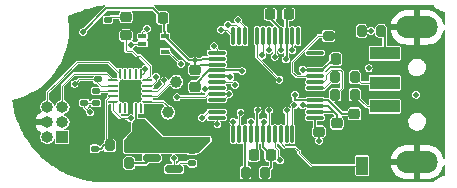
<source format=gbr>
%TF.GenerationSoftware,KiCad,Pcbnew,(7.0.0)*%
%TF.CreationDate,2023-03-08T14:18:50-08:00*%
%TF.ProjectId,ovrdrive,6f767264-7269-4766-952e-6b696361645f,rev?*%
%TF.SameCoordinates,Original*%
%TF.FileFunction,Copper,L1,Top*%
%TF.FilePolarity,Positive*%
%FSLAX46Y46*%
G04 Gerber Fmt 4.6, Leading zero omitted, Abs format (unit mm)*
G04 Created by KiCad (PCBNEW (7.0.0)) date 2023-03-08 14:18:50*
%MOMM*%
%LPD*%
G01*
G04 APERTURE LIST*
G04 Aperture macros list*
%AMRoundRect*
0 Rectangle with rounded corners*
0 $1 Rounding radius*
0 $2 $3 $4 $5 $6 $7 $8 $9 X,Y pos of 4 corners*
0 Add a 4 corners polygon primitive as box body*
4,1,4,$2,$3,$4,$5,$6,$7,$8,$9,$2,$3,0*
0 Add four circle primitives for the rounded corners*
1,1,$1+$1,$2,$3*
1,1,$1+$1,$4,$5*
1,1,$1+$1,$6,$7*
1,1,$1+$1,$8,$9*
0 Add four rect primitives between the rounded corners*
20,1,$1+$1,$2,$3,$4,$5,0*
20,1,$1+$1,$4,$5,$6,$7,0*
20,1,$1+$1,$6,$7,$8,$9,0*
20,1,$1+$1,$8,$9,$2,$3,0*%
%AMFreePoly0*
4,1,14,0.289644,0.110355,0.410355,-0.010356,0.425000,-0.045711,0.425000,-0.075000,0.410355,-0.110355,0.375000,-0.125000,-0.375000,-0.125000,-0.410355,-0.110355,-0.425000,-0.075000,-0.425000,0.075000,-0.410355,0.110355,-0.375000,0.125000,0.254289,0.125000,0.289644,0.110355,0.289644,0.110355,$1*%
%AMFreePoly1*
4,1,14,0.410355,0.110355,0.425000,0.075000,0.425000,0.045711,0.410355,0.010356,0.289644,-0.110355,0.254289,-0.125000,-0.375000,-0.125000,-0.410355,-0.110355,-0.425000,-0.075000,-0.425000,0.075000,-0.410355,0.110355,-0.375000,0.125000,0.375000,0.125000,0.410355,0.110355,0.410355,0.110355,$1*%
%AMFreePoly2*
4,1,14,0.110355,0.410355,0.125000,0.375000,0.125000,-0.375000,0.110355,-0.410355,0.075000,-0.425000,-0.075000,-0.425000,-0.110355,-0.410355,-0.125000,-0.375000,-0.125000,0.254289,-0.110355,0.289644,0.010356,0.410355,0.045711,0.425000,0.075000,0.425000,0.110355,0.410355,0.110355,0.410355,$1*%
%AMFreePoly3*
4,1,14,-0.010356,0.410355,0.110355,0.289644,0.125000,0.254289,0.125000,-0.375000,0.110355,-0.410355,0.075000,-0.425000,-0.075000,-0.425000,-0.110355,-0.410355,-0.125000,-0.375000,-0.125000,0.375000,-0.110355,0.410355,-0.075000,0.425000,-0.045711,0.425000,-0.010356,0.410355,-0.010356,0.410355,$1*%
%AMFreePoly4*
4,1,14,0.410355,0.110355,0.425000,0.075000,0.425000,-0.075000,0.410355,-0.110355,0.375000,-0.125000,-0.254289,-0.125000,-0.289644,-0.110355,-0.410355,0.010356,-0.425000,0.045711,-0.425000,0.075000,-0.410355,0.110355,-0.375000,0.125000,0.375000,0.125000,0.410355,0.110355,0.410355,0.110355,$1*%
%AMFreePoly5*
4,1,14,0.410355,0.110355,0.425000,0.075000,0.425000,-0.075000,0.410355,-0.110355,0.375000,-0.125000,-0.375000,-0.125000,-0.410355,-0.110355,-0.425000,-0.075000,-0.425000,-0.045711,-0.410355,-0.010355,-0.289643,0.110355,-0.254289,0.125000,0.375000,0.125000,0.410355,0.110355,0.410355,0.110355,$1*%
%AMFreePoly6*
4,1,14,0.110355,0.410355,0.125000,0.375000,0.125000,-0.254289,0.110355,-0.289644,-0.010356,-0.410355,-0.045711,-0.425000,-0.075000,-0.425000,-0.110355,-0.410355,-0.125000,-0.375000,-0.125000,0.375000,-0.110355,0.410355,-0.075000,0.425000,0.075000,0.425000,0.110355,0.410355,0.110355,0.410355,$1*%
%AMFreePoly7*
4,1,14,0.110355,0.410355,0.125000,0.375000,0.125000,-0.375000,0.110355,-0.410355,0.075000,-0.425000,0.045711,-0.425000,0.010356,-0.410355,-0.110355,-0.289644,-0.125000,-0.254289,-0.125000,0.375000,-0.110355,0.410355,-0.075000,0.425000,0.075000,0.425000,0.110355,0.410355,0.110355,0.410355,$1*%
G04 Aperture macros list end*
%TA.AperFunction,SMDPad,CuDef*%
%ADD10C,1.000000*%
%TD*%
%TA.AperFunction,SMDPad,CuDef*%
%ADD11RoundRect,0.218750X-0.256250X0.218750X-0.256250X-0.218750X0.256250X-0.218750X0.256250X0.218750X0*%
%TD*%
%TA.AperFunction,SMDPad,CuDef*%
%ADD12RoundRect,0.135000X0.185000X-0.135000X0.185000X0.135000X-0.185000X0.135000X-0.185000X-0.135000X0*%
%TD*%
%TA.AperFunction,SMDPad,CuDef*%
%ADD13RoundRect,0.225000X0.225000X0.250000X-0.225000X0.250000X-0.225000X-0.250000X0.225000X-0.250000X0*%
%TD*%
%TA.AperFunction,SMDPad,CuDef*%
%ADD14RoundRect,0.200000X-0.200000X-0.275000X0.200000X-0.275000X0.200000X0.275000X-0.200000X0.275000X0*%
%TD*%
%TA.AperFunction,SMDPad,CuDef*%
%ADD15RoundRect,0.225000X-0.225000X-0.250000X0.225000X-0.250000X0.225000X0.250000X-0.225000X0.250000X0*%
%TD*%
%TA.AperFunction,SMDPad,CuDef*%
%ADD16RoundRect,0.200000X0.200000X0.275000X-0.200000X0.275000X-0.200000X-0.275000X0.200000X-0.275000X0*%
%TD*%
%TA.AperFunction,SMDPad,CuDef*%
%ADD17RoundRect,0.225000X-0.250000X0.225000X-0.250000X-0.225000X0.250000X-0.225000X0.250000X0.225000X0*%
%TD*%
%TA.AperFunction,SMDPad,CuDef*%
%ADD18R,2.500000X1.100000*%
%TD*%
%TA.AperFunction,ComponentPad*%
%ADD19O,3.500000X1.900000*%
%TD*%
%TA.AperFunction,SMDPad,CuDef*%
%ADD20R,0.650000X0.400000*%
%TD*%
%TA.AperFunction,ComponentPad*%
%ADD21R,1.000000X1.000000*%
%TD*%
%TA.AperFunction,ComponentPad*%
%ADD22O,1.000000X1.000000*%
%TD*%
%TA.AperFunction,SMDPad,CuDef*%
%ADD23RoundRect,0.135000X-0.185000X0.135000X-0.185000X-0.135000X0.185000X-0.135000X0.185000X0.135000X0*%
%TD*%
%TA.AperFunction,SMDPad,CuDef*%
%ADD24RoundRect,0.150000X0.587500X0.150000X-0.587500X0.150000X-0.587500X-0.150000X0.587500X-0.150000X0*%
%TD*%
%TA.AperFunction,SMDPad,CuDef*%
%ADD25R,1.000000X1.500000*%
%TD*%
%TA.AperFunction,SMDPad,CuDef*%
%ADD26RoundRect,0.200000X-0.275000X0.200000X-0.275000X-0.200000X0.275000X-0.200000X0.275000X0.200000X0*%
%TD*%
%TA.AperFunction,SMDPad,CuDef*%
%ADD27FreePoly0,0.000000*%
%TD*%
%TA.AperFunction,SMDPad,CuDef*%
%ADD28RoundRect,0.062500X-0.362500X-0.062500X0.362500X-0.062500X0.362500X0.062500X-0.362500X0.062500X0*%
%TD*%
%TA.AperFunction,SMDPad,CuDef*%
%ADD29FreePoly1,0.000000*%
%TD*%
%TA.AperFunction,SMDPad,CuDef*%
%ADD30FreePoly2,0.000000*%
%TD*%
%TA.AperFunction,SMDPad,CuDef*%
%ADD31RoundRect,0.062500X-0.062500X-0.362500X0.062500X-0.362500X0.062500X0.362500X-0.062500X0.362500X0*%
%TD*%
%TA.AperFunction,SMDPad,CuDef*%
%ADD32FreePoly3,0.000000*%
%TD*%
%TA.AperFunction,SMDPad,CuDef*%
%ADD33FreePoly4,0.000000*%
%TD*%
%TA.AperFunction,SMDPad,CuDef*%
%ADD34FreePoly5,0.000000*%
%TD*%
%TA.AperFunction,SMDPad,CuDef*%
%ADD35FreePoly6,0.000000*%
%TD*%
%TA.AperFunction,SMDPad,CuDef*%
%ADD36FreePoly7,0.000000*%
%TD*%
%TA.AperFunction,SMDPad,CuDef*%
%ADD37R,1.600000X1.600000*%
%TD*%
%TA.AperFunction,SMDPad,CuDef*%
%ADD38RoundRect,0.225000X0.250000X-0.225000X0.250000X0.225000X-0.250000X0.225000X-0.250000X-0.225000X0*%
%TD*%
%TA.AperFunction,SMDPad,CuDef*%
%ADD39RoundRect,0.075000X-0.075000X0.662500X-0.075000X-0.662500X0.075000X-0.662500X0.075000X0.662500X0*%
%TD*%
%TA.AperFunction,SMDPad,CuDef*%
%ADD40RoundRect,0.075000X-0.662500X0.075000X-0.662500X-0.075000X0.662500X-0.075000X0.662500X0.075000X0*%
%TD*%
%TA.AperFunction,ViaPad*%
%ADD41C,0.460000*%
%TD*%
%TA.AperFunction,Conductor*%
%ADD42C,0.100000*%
%TD*%
%TA.AperFunction,Conductor*%
%ADD43C,0.200000*%
%TD*%
G04 APERTURE END LIST*
D10*
%TO.P,TP1,1,1*%
%TO.N,/PB0*%
X121000000Y-105700000D03*
%TD*%
D11*
%TO.P,D1,1,K*%
%TO.N,Net-(D1-K)*%
X117450000Y-97612500D03*
%TO.P,D1,2,A*%
%TO.N,Net-(D1-A)*%
X117450000Y-99187500D03*
%TD*%
D12*
%TO.P,R12,1*%
%TO.N,/PB2*%
X123052500Y-110000000D03*
%TO.P,R12,2*%
%TO.N,+5V*%
X123052500Y-108980000D03*
%TD*%
D13*
%TO.P,C17,1*%
%TO.N,+3.3V*%
X129675000Y-97400000D03*
%TO.P,C17,2*%
%TO.N,GND*%
X128125000Y-97400000D03*
%TD*%
D14*
%TO.P,R13,1*%
%TO.N,GND*%
X116075000Y-110000000D03*
%TO.P,R13,2*%
%TO.N,Net-(Q1-D)*%
X117725000Y-110000000D03*
%TD*%
D15*
%TO.P,C7,1*%
%TO.N,+1V8*%
X131225000Y-97400000D03*
%TO.P,C7,2*%
%TO.N,GND*%
X132775000Y-97400000D03*
%TD*%
D13*
%TO.P,C18,1*%
%TO.N,+3.3V*%
X120575000Y-97700000D03*
%TO.P,C18,2*%
%TO.N,GND*%
X119025000Y-97700000D03*
%TD*%
D16*
%TO.P,R4,1*%
%TO.N,Net-(J1-D-)*%
X136825000Y-102700000D03*
%TO.P,R4,2*%
%TO.N,/DM*%
X135175000Y-102700000D03*
%TD*%
%TO.P,R5,1*%
%TO.N,Net-(J1-VBUS)*%
X139050000Y-98800000D03*
%TO.P,R5,2*%
%TO.N,+5V*%
X137400000Y-98800000D03*
%TD*%
D17*
%TO.P,C6,1*%
%TO.N,+3.3V*%
X135300000Y-106625000D03*
%TO.P,C6,2*%
%TO.N,GND*%
X135300000Y-108175000D03*
%TD*%
D12*
%TO.P,R7,1*%
%TO.N,/INHIBIT*%
X114925000Y-104910000D03*
%TO.P,R7,2*%
%TO.N,Net-(U3-PA2)*%
X114925000Y-103890000D03*
%TD*%
D18*
%TO.P,J1,1,VBUS*%
%TO.N,Net-(J1-VBUS)*%
X139349999Y-100699999D03*
%TO.P,J1,2,D-*%
%TO.N,Net-(J1-D-)*%
X139349999Y-103199999D03*
%TO.P,J1,3,D+*%
%TO.N,Net-(J1-D+)*%
X139349999Y-105199999D03*
%TO.P,J1,4,GND*%
%TO.N,GND*%
X139349999Y-107699999D03*
D19*
%TO.P,J1,5,Shield*%
X142099999Y-98499999D03*
X142099999Y-109899999D03*
%TD*%
D17*
%TO.P,C10,1*%
%TO.N,+1V8*%
X123300000Y-103525000D03*
%TO.P,C10,2*%
%TO.N,GND*%
X123300000Y-105075000D03*
%TD*%
D20*
%TO.P,U4,1*%
%TO.N,/~{CE}*%
X118849999Y-99249999D03*
%TO.P,U4,2*%
%TO.N,/INHIBIT*%
X118849999Y-99899999D03*
%TO.P,U4,3,GND*%
%TO.N,GND*%
X118849999Y-100549999D03*
%TO.P,U4,4*%
%TO.N,Net-(U2A-~{CE})*%
X120749999Y-100549999D03*
%TO.P,U4,5,VCC*%
%TO.N,+3.3V*%
X120749999Y-99249999D03*
%TD*%
D21*
%TO.P,J3,1,Pin_1*%
%TO.N,+5V*%
X112069999Y-107799999D03*
D22*
%TO.P,J3,2,Pin_2*%
%TO.N,/MOSI*%
X110799999Y-107799999D03*
%TO.P,J3,3,Pin_3*%
%TO.N,/~{RST}*%
X112069999Y-106529999D03*
%TO.P,J3,4,Pin_4*%
%TO.N,GND*%
X110799999Y-106529999D03*
%TO.P,J3,5,Pin_5*%
%TO.N,/SCK*%
X112069999Y-105259999D03*
%TO.P,J3,6,Pin_6*%
%TO.N,/MISO*%
X110799999Y-105259999D03*
%TD*%
D23*
%TO.P,R1,1*%
%TO.N,GND*%
X115100000Y-101890000D03*
%TO.P,R1,2*%
%TO.N,/KILL*%
X115100000Y-102910000D03*
%TD*%
D13*
%TO.P,C8,1*%
%TO.N,+1V8*%
X128275000Y-109300000D03*
%TO.P,C8,2*%
%TO.N,GND*%
X126725000Y-109300000D03*
%TD*%
D24*
%TO.P,Q1,1,G*%
%TO.N,/PB2*%
X121500000Y-110500000D03*
%TO.P,Q1,2,S*%
%TO.N,+5V*%
X121500000Y-108600000D03*
%TO.P,Q1,3,D*%
%TO.N,Net-(Q1-D)*%
X119625000Y-109550000D03*
%TD*%
D10*
%TO.P,TP2,1,1*%
%TO.N,/PB1*%
X121700000Y-103100000D03*
%TD*%
D17*
%TO.P,C9,1*%
%TO.N,+1V8*%
X136800000Y-105825000D03*
%TO.P,C9,2*%
%TO.N,GND*%
X136800000Y-107375000D03*
%TD*%
D25*
%TO.P,JP2,1,A*%
%TO.N,GND*%
X138749999Y-110199999D03*
%TO.P,JP2,2,B*%
%TO.N,Net-(JP2-B)*%
X137449999Y-110199999D03*
%TD*%
D12*
%TO.P,R9,1*%
%TO.N,GND*%
X115900000Y-98910000D03*
%TO.P,R9,2*%
%TO.N,Net-(D1-K)*%
X115900000Y-97890000D03*
%TD*%
D16*
%TO.P,R3,1*%
%TO.N,Net-(J1-D+)*%
X136825000Y-104200000D03*
%TO.P,R3,2*%
%TO.N,/DP*%
X135175000Y-104200000D03*
%TD*%
D26*
%TO.P,R10,1*%
%TO.N,GND*%
X134600000Y-97575000D03*
%TO.P,R10,2*%
%TO.N,Net-(U1-RREF{slash}NC)*%
X134600000Y-99225000D03*
%TD*%
D12*
%TO.P,R2,1*%
%TO.N,GND*%
X114800000Y-109810000D03*
%TO.P,R2,2*%
%TO.N,/PA1*%
X114800000Y-108790000D03*
%TD*%
D13*
%TO.P,C4,1*%
%TO.N,+5V*%
X118700000Y-106800000D03*
%TO.P,C4,2*%
%TO.N,GND*%
X117150000Y-106800000D03*
%TD*%
D15*
%TO.P,C12,1*%
%TO.N,+3.3V*%
X129725000Y-109300000D03*
%TO.P,C12,2*%
%TO.N,GND*%
X131275000Y-109300000D03*
%TD*%
D27*
%TO.P,U3,1,PA4*%
%TO.N,/SCK*%
X116375000Y-103000000D03*
D28*
%TO.P,U3,2,PA3*%
%TO.N,/KILL*%
X116375000Y-103450000D03*
%TO.P,U3,3,PA2*%
%TO.N,Net-(U3-PA2)*%
X116375000Y-103900000D03*
%TO.P,U3,4,PA1*%
%TO.N,/PA1*%
X116375000Y-104350000D03*
D29*
%TO.P,U3,5,AREF/PA0*%
%TO.N,/Distruct_PWM*%
X116375000Y-104800000D03*
D30*
%TO.P,U3,6,NC*%
%TO.N,unconnected-(U3-NC-Pad6)*%
X116925000Y-105350000D03*
D31*
%TO.P,U3,7,NC*%
%TO.N,unconnected-(U3-NC-Pad7)*%
X117375000Y-105350000D03*
%TO.P,U3,8,GND*%
%TO.N,GND*%
X117825000Y-105350000D03*
%TO.P,U3,9,VCC*%
%TO.N,+5V*%
X118275000Y-105350000D03*
D32*
%TO.P,U3,10,NC*%
%TO.N,unconnected-(U3-NC-Pad10)*%
X118725000Y-105350000D03*
D33*
%TO.P,U3,11,XTAL1/PB0*%
%TO.N,/PB0*%
X119275000Y-104800000D03*
D28*
%TO.P,U3,12,XTAL2/PB1*%
%TO.N,/PB1*%
X119275000Y-104350000D03*
%TO.P,U3,13,~{RESET}/PB3*%
%TO.N,/~{RST}*%
X119275000Y-103900000D03*
%TO.P,U3,14,PB2*%
%TO.N,/PB2*%
X119275000Y-103450000D03*
D34*
%TO.P,U3,15,PA7*%
%TO.N,Net-(D1-A)*%
X119275000Y-103000000D03*
D35*
%TO.P,U3,16,PA6*%
%TO.N,/MOSI*%
X118725000Y-102450000D03*
D31*
%TO.P,U3,17,NC*%
%TO.N,unconnected-(U3-NC-Pad17)*%
X118275000Y-102450000D03*
%TO.P,U3,18,NC*%
%TO.N,unconnected-(U3-NC-Pad18)*%
X117825000Y-102450000D03*
%TO.P,U3,19,NC*%
%TO.N,unconnected-(U3-NC-Pad19)*%
X117375000Y-102450000D03*
D36*
%TO.P,U3,20,PA5*%
%TO.N,/MISO*%
X116925000Y-102450000D03*
D37*
%TO.P,U3,21,GND*%
%TO.N,GND*%
X117824999Y-103899999D03*
%TD*%
D16*
%TO.P,TH1,2*%
%TO.N,/PA1*%
X116075000Y-108500000D03*
%TO.P,TH1,1*%
%TO.N,+5V*%
X117725000Y-108500000D03*
%TD*%
D17*
%TO.P,C5,1*%
%TO.N,+5V*%
X133800000Y-107325000D03*
%TO.P,C5,2*%
%TO.N,GND*%
X133800000Y-108875000D03*
%TD*%
D38*
%TO.P,C11,1*%
%TO.N,+3.3V*%
X123300000Y-102075000D03*
%TO.P,C11,2*%
%TO.N,GND*%
X123300000Y-100525000D03*
%TD*%
D15*
%TO.P,C13,1*%
%TO.N,+3.3V*%
X135225000Y-101200000D03*
%TO.P,C13,2*%
%TO.N,GND*%
X136775000Y-101200000D03*
%TD*%
D16*
%TO.P,R6,1*%
%TO.N,+3.3V*%
X129225000Y-110800000D03*
%TO.P,R6,2*%
%TO.N,Net-(U1-TESTN)*%
X127575000Y-110800000D03*
%TD*%
D23*
%TO.P,R8,1*%
%TO.N,GND*%
X113925000Y-103890000D03*
%TO.P,R8,2*%
%TO.N,/INHIBIT*%
X113925000Y-104910000D03*
%TD*%
D39*
%TO.P,U1,1,GPIO2*%
%TO.N,unconnected-(U1-GPIO2-Pad1)*%
X132050000Y-99237500D03*
%TO.P,U1,2,GPIO1*%
%TO.N,/RB1*%
X131550000Y-99237500D03*
%TO.P,U1,3,VDD*%
%TO.N,+1V8*%
X131050000Y-99237500D03*
%TO.P,U1,4,VCCIOQ*%
%TO.N,+3.3V*%
X130550000Y-99237500D03*
%TO.P,U1,5,GPIO0*%
%TO.N,/RB0*%
X130050000Y-99237500D03*
%TO.P,U1,6,FNRE*%
%TO.N,/~{RE}*%
X129550000Y-99237500D03*
%TO.P,U1,7,FCE0*%
%TO.N,/~{CE}*%
X129050000Y-99237500D03*
%TO.P,U1,8,FCE1*%
%TO.N,/~{CE1}*%
X128550000Y-99237500D03*
%TO.P,U1,9,VSS*%
%TO.N,GND*%
X128050000Y-99237500D03*
%TO.P,U1,10,FD7*%
%TO.N,/FD7*%
X127550000Y-99237500D03*
%TO.P,U1,11,FD6*%
%TO.N,/FD6*%
X127050000Y-99237500D03*
%TO.P,U1,12,FD5*%
%TO.N,/FD5*%
X126550000Y-99237500D03*
D40*
%TO.P,U1,13,FD4*%
%TO.N,/FD4*%
X125137500Y-100650000D03*
%TO.P,U1,14,VCCIOF*%
%TO.N,+3.3V*%
X125137500Y-101150000D03*
%TO.P,U1,15,VCCIOF*%
X125137500Y-101650000D03*
%TO.P,U1,16,VDD*%
%TO.N,+1V8*%
X125137500Y-102150000D03*
%TO.P,U1,17,VCCIOF*%
%TO.N,+3.3V*%
X125137500Y-102650000D03*
%TO.P,U1,18,FD3*%
%TO.N,/FD3*%
X125137500Y-103150000D03*
%TO.P,U1,19,FD2*%
%TO.N,/FD2*%
X125137500Y-103650000D03*
%TO.P,U1,20,FD1*%
%TO.N,/FD1*%
X125137500Y-104150000D03*
%TO.P,U1,21,FD0*%
%TO.N,/FD0*%
X125137500Y-104650000D03*
%TO.P,U1,22,VSS*%
%TO.N,GND*%
X125137500Y-105150000D03*
%TO.P,U1,23,FNWP*%
%TO.N,/~{WP}*%
X125137500Y-105650000D03*
%TO.P,U1,24,FNWE*%
%TO.N,/~{WE}*%
X125137500Y-106150000D03*
D39*
%TO.P,U1,25,FALE*%
%TO.N,/ALE*%
X126550000Y-107562500D03*
%TO.P,U1,26,FCLE*%
%TO.N,/CLE*%
X127050000Y-107562500D03*
%TO.P,U1,27,TESTN*%
%TO.N,Net-(U1-TESTN)*%
X127550000Y-107562500D03*
%TO.P,U1,28,VCCIOF*%
%TO.N,+3.3V*%
X128050000Y-107562500D03*
%TO.P,U1,29,VDD*%
%TO.N,+1V8*%
X128550000Y-107562500D03*
%TO.P,U1,30,VCCIOF*%
%TO.N,+3.3V*%
X129050000Y-107562500D03*
%TO.P,U1,31,DQS0*%
%TO.N,/DQS*%
X129550000Y-107562500D03*
%TO.P,U1,32,RELN*%
%TO.N,Net-(JP1-B)*%
X130050000Y-107562500D03*
%TO.P,U1,33,BCE*%
%TO.N,Net-(JP2-B)*%
X130550000Y-107562500D03*
%TO.P,U1,34,FCE3*%
%TO.N,/~{CE3}*%
X131050000Y-107562500D03*
%TO.P,U1,35,FCE2*%
%TO.N,/~{CE2}*%
X131550000Y-107562500D03*
%TO.P,U1,36,VSS*%
%TO.N,GND*%
X132050000Y-107562500D03*
D40*
%TO.P,U1,37,VCCAH5*%
%TO.N,+5V*%
X133462500Y-106150000D03*
%TO.P,U1,38,V33_OUT*%
%TO.N,+3.3V*%
X133462500Y-105650000D03*
%TO.P,U1,39,V33_IN*%
X133462500Y-105150000D03*
%TO.P,U1,40,V18_OUT*%
%TO.N,+1V8*%
X133462500Y-104650000D03*
%TO.P,U1,41,VGNDA*%
%TO.N,GND*%
X133462500Y-104150000D03*
%TO.P,U1,42,DM*%
%TO.N,/DM*%
X133462500Y-103650000D03*
%TO.P,U1,43,DP*%
%TO.N,/DP*%
X133462500Y-103150000D03*
%TO.P,U1,44,RREF/NC*%
%TO.N,Net-(U1-RREF{slash}NC)*%
X133462500Y-102650000D03*
%TO.P,U1,45,VCC33A_PLL*%
%TO.N,+3.3V*%
X133462500Y-102150000D03*
%TO.P,U1,46,VSS*%
%TO.N,GND*%
X133462500Y-101650000D03*
%TO.P,U1,47,VSS*%
X133462500Y-101150000D03*
%TO.P,U1,48,GPIO3*%
%TO.N,unconnected-(U1-GPIO3-Pad48)*%
X133462500Y-100650000D03*
%TD*%
D41*
%TO.N,/~{RST}*%
X120700000Y-103000000D03*
%TO.N,GND*%
X143400000Y-104300000D03*
X126300000Y-110800000D03*
X112800000Y-104000000D03*
X114600000Y-99200000D03*
X111500000Y-104500000D03*
%TO.N,+1V8*%
X131750000Y-104220000D03*
X127300000Y-102200000D03*
X128600000Y-105500000D03*
X131000000Y-101200000D03*
%TO.N,/MOSI*%
X119100000Y-102000000D03*
%TO.N,/INHIBIT*%
X114400000Y-105700000D03*
X117900000Y-100000000D03*
%TO.N,Net-(JP1-B)*%
X130500000Y-109750000D03*
%TO.N,/RB1*%
X131550000Y-100450000D03*
%TO.N,/RB0*%
X130050000Y-101010000D03*
%TO.N,/~{CE1}*%
X130450000Y-102950000D03*
%TO.N,/DQS*%
X129550000Y-105540500D03*
%TO.N,Net-(U2A-~{CE})*%
X122100000Y-101600000D03*
%TO.N,/~{CE3}*%
X131050000Y-105540500D03*
%TO.N,/~{CE2}*%
X131700000Y-105100000D03*
%TO.N,/~{RE}*%
X129550000Y-100400000D03*
%TO.N,/~{CE}*%
X119250000Y-98600000D03*
X128991864Y-100879856D03*
%TO.N,/~{WP}*%
X123900000Y-106150000D03*
%TO.N,/~{WE}*%
X125200000Y-106700000D03*
%TO.N,/ALE*%
X126550000Y-106500000D03*
%TO.N,/CLE*%
X127150000Y-105740500D03*
%TO.N,+3.3V*%
X128000000Y-106500000D03*
X130600000Y-100400000D03*
X126300000Y-102700000D03*
X132400000Y-102100000D03*
X129100000Y-106500000D03*
X113800000Y-98900000D03*
X123300000Y-101304500D03*
X132400000Y-105100000D03*
%TO.N,GND*%
X132150000Y-103600000D03*
X108900000Y-105600000D03*
X119800000Y-106500000D03*
X118200000Y-98400000D03*
X132350000Y-101200000D03*
X136500000Y-108600000D03*
X132500000Y-109000000D03*
X139750000Y-110950000D03*
X114100000Y-107900000D03*
X126950000Y-97150000D03*
X117000000Y-109200000D03*
X122550000Y-105950000D03*
X137900000Y-104200000D03*
X135500000Y-97050000D03*
X119900000Y-101300000D03*
X113350000Y-109800000D03*
X122100000Y-99400000D03*
X131000000Y-110600000D03*
X117500000Y-103600000D03*
%TO.N,+5V*%
X118400000Y-108500000D03*
X124200000Y-108100000D03*
X138200000Y-98800000D03*
X133800000Y-108095500D03*
%TO.N,/Distruct_PWM*%
X138000000Y-101950000D03*
X117845500Y-106200000D03*
%TO.N,/KILL*%
X113095500Y-103300000D03*
X142000000Y-104200000D03*
%TO.N,/FD7*%
X126950000Y-97900000D03*
%TO.N,/FD6*%
X126072701Y-98279500D03*
%TO.N,/FD5*%
X125500000Y-98700000D03*
%TO.N,/FD4*%
X124900000Y-100100000D03*
%TO.N,/FD3*%
X126677375Y-103384648D03*
%TO.N,/FD2*%
X124104500Y-103764148D03*
%TO.N,/FD1*%
X121770207Y-104429793D03*
%TO.N,/FD0*%
X126204500Y-104150000D03*
%TO.N,/PB2*%
X121500000Y-109600000D03*
X120000000Y-102700000D03*
%TD*%
D42*
%TO.N,/~{RST}*%
X120700000Y-103300000D02*
X120700000Y-103000000D01*
X120500000Y-103500000D02*
X120700000Y-103300000D01*
%TO.N,/PB1*%
X121100000Y-103300000D02*
X121500000Y-103300000D01*
X121500000Y-103300000D02*
X121700000Y-103100000D01*
%TO.N,/~{RST}*%
X120100000Y-103900000D02*
X120500000Y-103500000D01*
X119275000Y-103900000D02*
X120100000Y-103900000D01*
%TO.N,/MISO*%
X113330000Y-101470000D02*
X111700000Y-103100000D01*
X110800000Y-105260000D02*
X110800000Y-104000000D01*
X110800000Y-104000000D02*
X111700000Y-103100000D01*
D43*
%TO.N,+1V8*%
X131750000Y-104650000D02*
X131750000Y-104220000D01*
X133462500Y-104650000D02*
X134584315Y-104650000D01*
X128550000Y-105550000D02*
X128600000Y-105500000D01*
X125137500Y-102150000D02*
X127250000Y-102150000D01*
X123300000Y-103525000D02*
X123300000Y-103361091D01*
X131050000Y-99237500D02*
X131050000Y-101150000D01*
X131050000Y-101150000D02*
X131000000Y-101200000D01*
X135759315Y-105825000D02*
X136800000Y-105825000D01*
X123300000Y-103361091D02*
X124511091Y-102150000D01*
X134584315Y-104650000D02*
X135759315Y-105825000D01*
X133462500Y-104650000D02*
X131750000Y-104650000D01*
X128275000Y-109300000D02*
X128550000Y-109025000D01*
X127250000Y-102150000D02*
X127300000Y-102200000D01*
X124511091Y-102150000D02*
X125137500Y-102150000D01*
X128550000Y-109025000D02*
X128550000Y-107562500D01*
X131225000Y-97400000D02*
X131050000Y-97575000D01*
X131050000Y-97575000D02*
X131050000Y-99237500D01*
X128550000Y-107562500D02*
X128550000Y-105550000D01*
D42*
%TO.N,Net-(D1-K)*%
X116177500Y-97612500D02*
X115900000Y-97890000D01*
X117450000Y-97612500D02*
X116177500Y-97612500D01*
%TO.N,/MISO*%
X115945000Y-101470000D02*
X114630000Y-101470000D01*
X116925000Y-102450000D02*
X115945000Y-101470000D01*
X114630000Y-101470000D02*
X113330000Y-101470000D01*
%TO.N,/SCK*%
X116375000Y-103000000D02*
X115805000Y-102430000D01*
X113070000Y-102430000D02*
X112070000Y-103430000D01*
X112070000Y-103430000D02*
X112070000Y-105260000D01*
X115805000Y-102430000D02*
X113070000Y-102430000D01*
%TO.N,/MOSI*%
X118950000Y-102150000D02*
X118950000Y-102350000D01*
X119100000Y-102000000D02*
X118950000Y-102150000D01*
X118850000Y-102450000D02*
X118950000Y-102350000D01*
X118725000Y-102450000D02*
X118850000Y-102450000D01*
%TO.N,/~{RST}*%
X119275000Y-103900000D02*
X119574111Y-103900000D01*
%TO.N,Net-(D1-A)*%
X119275000Y-102785000D02*
X119480000Y-102580000D01*
X118000000Y-100500000D02*
X117507843Y-100500000D01*
X119480000Y-101780000D02*
X118600000Y-100900000D01*
X118400000Y-100900000D02*
X118000000Y-100500000D01*
X117312500Y-99100000D02*
X117450000Y-99237500D01*
X117450000Y-100442157D02*
X117450000Y-99187500D01*
X118600000Y-100900000D02*
X118400000Y-100900000D01*
X119480000Y-102580000D02*
X119480000Y-101780000D01*
X119275000Y-103000000D02*
X119275000Y-102785000D01*
X117507843Y-100500000D02*
X117450000Y-100442157D01*
D43*
%TO.N,Net-(J1-VBUS)*%
X139350000Y-100700000D02*
X139350000Y-99100000D01*
X139350000Y-99100000D02*
X139050000Y-98800000D01*
D42*
%TO.N,/DP*%
X135175000Y-104200000D02*
X135725000Y-103650000D01*
X135575000Y-102075000D02*
X134825000Y-102075000D01*
X135725000Y-103650000D02*
X135725000Y-102225000D01*
X134100000Y-103150000D02*
X133462500Y-103150000D01*
X134825000Y-102075000D02*
X134400000Y-102500000D01*
X134400000Y-102850000D02*
X134100000Y-103150000D01*
X135725000Y-102225000D02*
X135575000Y-102075000D01*
X134400000Y-102500000D02*
X134400000Y-102850000D01*
%TO.N,/DM*%
X135175000Y-102700000D02*
X134225000Y-103650000D01*
X134225000Y-103650000D02*
X133462500Y-103650000D01*
%TO.N,Net-(J1-D-)*%
X139350000Y-103200000D02*
X137325000Y-103200000D01*
X137325000Y-103200000D02*
X136825000Y-102700000D01*
%TO.N,/INHIBIT*%
X118850000Y-99900000D02*
X118000000Y-99900000D01*
X118000000Y-99900000D02*
X117900000Y-100000000D01*
X114925000Y-104910000D02*
X113925000Y-104910000D01*
X113925000Y-104910000D02*
X113925000Y-105225000D01*
X113925000Y-105225000D02*
X114400000Y-105700000D01*
%TO.N,Net-(J1-D+)*%
X137825000Y-105200000D02*
X136825000Y-104200000D01*
X139350000Y-105200000D02*
X137825000Y-105200000D01*
%TO.N,Net-(JP1-B)*%
X130325000Y-108894670D02*
X130325000Y-109575000D01*
X130050000Y-107562500D02*
X130050000Y-108619670D01*
X130050000Y-108619670D02*
X130325000Y-108894670D01*
X130325000Y-109575000D02*
X130500000Y-109750000D01*
%TO.N,/RB1*%
X131550000Y-99237500D02*
X131550000Y-100450000D01*
%TO.N,/RB0*%
X130050000Y-99237500D02*
X130050000Y-101010000D01*
%TO.N,/~{CE1}*%
X128550000Y-99237500D02*
X128550000Y-101050000D01*
X128550000Y-101050000D02*
X130450000Y-102950000D01*
%TO.N,/DQS*%
X129550000Y-107562500D02*
X129550000Y-105540500D01*
%TO.N,Net-(JP2-B)*%
X131795000Y-108675000D02*
X130894670Y-108675000D01*
X132120000Y-109000000D02*
X131795000Y-108675000D01*
X132120000Y-109157402D02*
X132120000Y-109000000D01*
X130894670Y-108675000D02*
X130550000Y-108330330D01*
X137450000Y-110200000D02*
X133162598Y-110200000D01*
X133162598Y-110200000D02*
X132120000Y-109157402D01*
X130550000Y-108330330D02*
X130550000Y-107562500D01*
D43*
%TO.N,Net-(U1-TESTN)*%
X127550000Y-110775000D02*
X127575000Y-110800000D01*
X127550000Y-107562500D02*
X127550000Y-110775000D01*
D42*
%TO.N,Net-(U3-PA2)*%
X114935000Y-103900000D02*
X114925000Y-103890000D01*
X116375000Y-103900000D02*
X114935000Y-103900000D01*
%TO.N,Net-(U1-RREF{slash}NC)*%
X131550000Y-101400000D02*
X131550000Y-102300000D01*
X131900000Y-102650000D02*
X133462500Y-102650000D01*
X133725000Y-99225000D02*
X131550000Y-101400000D01*
X134600000Y-99225000D02*
X133725000Y-99225000D01*
X131550000Y-102300000D02*
X131900000Y-102650000D01*
%TO.N,Net-(U2A-~{CE})*%
X121050000Y-100550000D02*
X120750000Y-100550000D01*
X120750000Y-100550000D02*
X121100000Y-100550000D01*
X122100000Y-101600000D02*
X121050000Y-100550000D01*
%TO.N,/~{CE3}*%
X131050000Y-107562500D02*
X131050000Y-105540500D01*
%TO.N,/~{CE2}*%
X131700000Y-105100000D02*
X131550000Y-105250000D01*
X131550000Y-105250000D02*
X131550000Y-107562500D01*
%TO.N,/~{RE}*%
X129550000Y-99237500D02*
X129550000Y-100400000D01*
%TO.N,/~{CE}*%
X119000000Y-98850000D02*
X118900000Y-98850000D01*
X129050000Y-100821720D02*
X128991864Y-100879856D01*
X119250000Y-98600000D02*
X119000000Y-98850000D01*
X129050000Y-99237500D02*
X129050000Y-100821720D01*
X118850000Y-99250000D02*
X118850000Y-98900000D01*
X118850000Y-98900000D02*
X118900000Y-98850000D01*
%TO.N,/~{WP}*%
X124400000Y-105650000D02*
X125137500Y-105650000D01*
X123900000Y-106150000D02*
X124400000Y-105650000D01*
%TO.N,/~{WE}*%
X125200000Y-106212500D02*
X125137500Y-106150000D01*
X125200000Y-106700000D02*
X125200000Y-106212500D01*
%TO.N,/ALE*%
X126550000Y-106500000D02*
X126550000Y-107562500D01*
%TO.N,/CLE*%
X127050000Y-105840500D02*
X127150000Y-105740500D01*
X127050000Y-107562500D02*
X127050000Y-105840500D01*
%TO.N,/PA1*%
X115800000Y-108225000D02*
X116075000Y-108500000D01*
D43*
X115600000Y-108500000D02*
X116075000Y-108500000D01*
X114800000Y-108790000D02*
X115310000Y-108790000D01*
X115310000Y-108790000D02*
X115600000Y-108500000D01*
D42*
X115800000Y-104642157D02*
X115800000Y-108225000D01*
X116092157Y-104350000D02*
X115800000Y-104642157D01*
X116375000Y-104350000D02*
X116092157Y-104350000D01*
D43*
%TO.N,+3.3V*%
X120700000Y-98850000D02*
X120750000Y-98900000D01*
X129050000Y-107562500D02*
X129050000Y-106550000D01*
X115800000Y-96900000D02*
X113800000Y-98900000D01*
X130550000Y-99237500D02*
X130550000Y-100350000D01*
X123795500Y-101304500D02*
X123300000Y-101304500D01*
X122804500Y-101304500D02*
X123300000Y-101304500D01*
X135300000Y-105900000D02*
X135300000Y-106625000D01*
X133462500Y-105150000D02*
X132450000Y-105150000D01*
X130550000Y-98611091D02*
X129675000Y-97736091D01*
X135038909Y-101200000D02*
X135225000Y-101200000D01*
X129050000Y-107562500D02*
X129050000Y-108625000D01*
X123950000Y-101150000D02*
X123795500Y-101304500D01*
X133462500Y-102150000D02*
X132450000Y-102150000D01*
X129050000Y-108625000D02*
X129725000Y-109300000D01*
X125137500Y-102650000D02*
X126250000Y-102650000D01*
X123300000Y-102075000D02*
X123300000Y-101304500D01*
X129050000Y-106550000D02*
X129100000Y-106500000D01*
X120750000Y-98900000D02*
X120750000Y-99250000D01*
X126250000Y-102650000D02*
X126300000Y-102700000D01*
X120750000Y-99250000D02*
X122804500Y-101304500D01*
X133462500Y-105650000D02*
X135050000Y-105650000D01*
X133462500Y-102150000D02*
X134088909Y-102150000D01*
X134550000Y-105150000D02*
X135300000Y-105900000D01*
X120700000Y-97825000D02*
X120700000Y-98850000D01*
X120575000Y-97700000D02*
X120700000Y-97825000D01*
X123725000Y-101650000D02*
X123300000Y-102075000D01*
X125137500Y-101150000D02*
X123950000Y-101150000D01*
X129725000Y-109300000D02*
X129725000Y-110300000D01*
X120575000Y-97700000D02*
X119775000Y-96900000D01*
X135050000Y-105650000D02*
X135300000Y-105900000D01*
X132450000Y-102150000D02*
X132400000Y-102100000D01*
X130550000Y-100350000D02*
X130600000Y-100400000D01*
X134088909Y-102150000D02*
X135038909Y-101200000D01*
X128050000Y-106550000D02*
X128000000Y-106500000D01*
X133462500Y-105150000D02*
X134550000Y-105150000D01*
D42*
X134968198Y-101200000D02*
X135225000Y-101200000D01*
D43*
X129675000Y-97736091D02*
X129675000Y-97400000D01*
X130550000Y-99237500D02*
X130550000Y-98611091D01*
X125137500Y-101650000D02*
X123725000Y-101650000D01*
X132450000Y-105150000D02*
X132400000Y-105100000D01*
X119775000Y-96900000D02*
X115800000Y-96900000D01*
X128050000Y-107562500D02*
X128050000Y-106550000D01*
X129725000Y-110300000D02*
X129225000Y-110800000D01*
%TO.N,+5V*%
X133800000Y-108095500D02*
X133800000Y-107325000D01*
X118700000Y-106800000D02*
X118275000Y-106375000D01*
D42*
X118400000Y-108500000D02*
X117725000Y-108500000D01*
D43*
X117825000Y-108400000D02*
X117725000Y-108500000D01*
X118275000Y-106375000D02*
X118275000Y-105350000D01*
X133462500Y-106150000D02*
X133462500Y-106987500D01*
X133462500Y-106987500D02*
X133800000Y-107325000D01*
X137400000Y-98800000D02*
X138200000Y-98800000D01*
D42*
%TO.N,/PB0*%
X119275000Y-104800000D02*
X120600000Y-104800000D01*
X120600000Y-104800000D02*
X121000000Y-105200000D01*
X121000000Y-105200000D02*
X121000000Y-105700000D01*
%TO.N,/PB1*%
X119275000Y-104350000D02*
X120050000Y-104350000D01*
X120050000Y-104350000D02*
X121100000Y-103300000D01*
%TO.N,/Distruct_PWM*%
X116375000Y-104800000D02*
X116375000Y-105532843D01*
X116375000Y-104800000D02*
X116304500Y-104800000D01*
X117017157Y-106175000D02*
X117820500Y-106175000D01*
X117820500Y-106175000D02*
X117845500Y-106200000D01*
X116375000Y-105532843D02*
X117017157Y-106175000D01*
%TO.N,/KILL*%
X113485500Y-102910000D02*
X113095500Y-103300000D01*
X115350000Y-103450000D02*
X115025000Y-103125000D01*
X116375000Y-103450000D02*
X115350000Y-103450000D01*
X115100000Y-102910000D02*
X113485500Y-102910000D01*
%TO.N,/FD7*%
X127550000Y-99237500D02*
X127550000Y-98500000D01*
X127550000Y-98500000D02*
X126950000Y-97900000D01*
%TO.N,/FD6*%
X126792098Y-98279500D02*
X126072701Y-98279500D01*
X127050000Y-98537402D02*
X126792098Y-98279500D01*
X127050000Y-99237500D02*
X127050000Y-98537402D01*
%TO.N,/FD5*%
X126012500Y-98700000D02*
X125500000Y-98700000D01*
X126550000Y-99237500D02*
X126012500Y-98700000D01*
%TO.N,/FD4*%
X125137500Y-100650000D02*
X125137500Y-100337500D01*
X125137500Y-100337500D02*
X124900000Y-100100000D01*
%TO.N,/FD3*%
X126442727Y-103150000D02*
X126677375Y-103384648D01*
X125137500Y-103150000D02*
X126442727Y-103150000D01*
%TO.N,/FD2*%
X125137500Y-103650000D02*
X124218648Y-103650000D01*
X124218648Y-103650000D02*
X124104500Y-103764148D01*
%TO.N,/FD1*%
X121786373Y-104413627D02*
X121770207Y-104429793D01*
X124377254Y-104150000D02*
X124113627Y-104413627D01*
X124113627Y-104413627D02*
X121786373Y-104413627D01*
X125137500Y-104150000D02*
X124377254Y-104150000D01*
%TO.N,/FD0*%
X125704500Y-104650000D02*
X126204500Y-104150000D01*
X125137500Y-104650000D02*
X125704500Y-104650000D01*
%TO.N,/PB2*%
X119557843Y-103450000D02*
X120000000Y-103007843D01*
X119275000Y-103450000D02*
X119557843Y-103450000D01*
X122000000Y-110000000D02*
X123052500Y-110000000D01*
X120000000Y-103007843D02*
X120000000Y-102700000D01*
X121500000Y-110500000D02*
X122000000Y-110000000D01*
X121500000Y-109600000D02*
X121500000Y-110500000D01*
D43*
%TO.N,Net-(Q1-D)*%
X117725000Y-110000000D02*
X119175000Y-110000000D01*
X119175000Y-110000000D02*
X119625000Y-109550000D01*
%TD*%
%TA.AperFunction,Conductor*%
%TO.N,+5V*%
G36*
X119096091Y-106309439D02*
G01*
X119136319Y-106336319D01*
X120600000Y-107800000D01*
X124476000Y-107800000D01*
X124538000Y-107816613D01*
X124583387Y-107862000D01*
X124600000Y-107924000D01*
X124600000Y-108144775D01*
X124589274Y-108195223D01*
X124558952Y-108236943D01*
X123635369Y-109068168D01*
X123596842Y-109091769D01*
X123552417Y-109100000D01*
X117424000Y-109100000D01*
X117362000Y-109083387D01*
X117316613Y-109038000D01*
X117300000Y-108976000D01*
X117300000Y-108051362D01*
X117309439Y-108003909D01*
X117336319Y-107963681D01*
X117508639Y-107791361D01*
X118000000Y-107300000D01*
X118000000Y-106559618D01*
X118011618Y-106507213D01*
X118044295Y-106464628D01*
X118072887Y-106440636D01*
X118102583Y-106415718D01*
X118133597Y-106361999D01*
X118178984Y-106316613D01*
X118240984Y-106300000D01*
X119048638Y-106300000D01*
X119096091Y-106309439D01*
G37*
%TD.AperFunction*%
%TD*%
%TA.AperFunction,Conductor*%
%TO.N,GND*%
G36*
X117640741Y-102923667D02*
G01*
X117644984Y-102930016D01*
X117698901Y-102966042D01*
X117746448Y-102975500D01*
X117901142Y-102975500D01*
X117903552Y-102975500D01*
X117951099Y-102966042D01*
X118005016Y-102930016D01*
X118009258Y-102923667D01*
X118034249Y-102904491D01*
X118065751Y-102904491D01*
X118090741Y-102923667D01*
X118094984Y-102930016D01*
X118148901Y-102966042D01*
X118196448Y-102975500D01*
X118351142Y-102975500D01*
X118353552Y-102975500D01*
X118401099Y-102966042D01*
X118455016Y-102930016D01*
X118457700Y-102925998D01*
X118459798Y-102923901D01*
X118483843Y-102910709D01*
X118511210Y-102912504D01*
X118529884Y-102926200D01*
X118530437Y-102925648D01*
X118549352Y-102944563D01*
X118572519Y-102957938D01*
X118610788Y-102973789D01*
X118615217Y-102974670D01*
X118644917Y-102980578D01*
X118650000Y-102981589D01*
X118654736Y-102980647D01*
X118659559Y-102980647D01*
X118659559Y-102980889D01*
X118665805Y-102980683D01*
X118665915Y-102980713D01*
X118669130Y-102980713D01*
X118692665Y-102980713D01*
X118692665Y-102981331D01*
X118718302Y-102985847D01*
X118739143Y-103006681D01*
X118743672Y-103032335D01*
X118744287Y-103032335D01*
X118744287Y-103059085D01*
X118744315Y-103059192D01*
X118744111Y-103065443D01*
X118744351Y-103065443D01*
X118744351Y-103070272D01*
X118743411Y-103075000D01*
X118744351Y-103079726D01*
X118744351Y-103079729D01*
X118747740Y-103096766D01*
X118751210Y-103114212D01*
X118752131Y-103116435D01*
X118755328Y-103124156D01*
X118755331Y-103124160D01*
X118767062Y-103152481D01*
X118767861Y-103153865D01*
X118767864Y-103153871D01*
X118778830Y-103172865D01*
X118780437Y-103175648D01*
X118782710Y-103177921D01*
X118799352Y-103194563D01*
X118798799Y-103195115D01*
X118812494Y-103213786D01*
X118814290Y-103241152D01*
X118801101Y-103265198D01*
X118798995Y-103267303D01*
X118794984Y-103269984D01*
X118792303Y-103273995D01*
X118792302Y-103273997D01*
X118761638Y-103319889D01*
X118761636Y-103319891D01*
X118758958Y-103323901D01*
X118758017Y-103328629D01*
X118758016Y-103328633D01*
X118749970Y-103369082D01*
X118749969Y-103369088D01*
X118749500Y-103371448D01*
X118749500Y-103528552D01*
X118749969Y-103530912D01*
X118749970Y-103530917D01*
X118758016Y-103571366D01*
X118758016Y-103571368D01*
X118758958Y-103576099D01*
X118761637Y-103580109D01*
X118761638Y-103580110D01*
X118791406Y-103624662D01*
X118794984Y-103630016D01*
X118800897Y-103633967D01*
X118801334Y-103634259D01*
X118820509Y-103659250D01*
X118820509Y-103690750D01*
X118801334Y-103715741D01*
X118798994Y-103717304D01*
X118798992Y-103717305D01*
X118794984Y-103719984D01*
X118792305Y-103723992D01*
X118792303Y-103723995D01*
X118761638Y-103769889D01*
X118761636Y-103769891D01*
X118758958Y-103773901D01*
X118758017Y-103778629D01*
X118758016Y-103778633D01*
X118749970Y-103819082D01*
X118749969Y-103819088D01*
X118749500Y-103821448D01*
X118749500Y-103978552D01*
X118749969Y-103980912D01*
X118749970Y-103980917D01*
X118758016Y-104021366D01*
X118758016Y-104021368D01*
X118758958Y-104026099D01*
X118761637Y-104030109D01*
X118761638Y-104030110D01*
X118791966Y-104075500D01*
X118794984Y-104080016D01*
X118800897Y-104083967D01*
X118801334Y-104084259D01*
X118820509Y-104109250D01*
X118820509Y-104140750D01*
X118801334Y-104165741D01*
X118798994Y-104167304D01*
X118798992Y-104167305D01*
X118794984Y-104169984D01*
X118792305Y-104173992D01*
X118792303Y-104173995D01*
X118761638Y-104219889D01*
X118761636Y-104219891D01*
X118758958Y-104223901D01*
X118758017Y-104228629D01*
X118758016Y-104228633D01*
X118749970Y-104269082D01*
X118749969Y-104269088D01*
X118749500Y-104271448D01*
X118749500Y-104428552D01*
X118749969Y-104430912D01*
X118749970Y-104430917D01*
X118758016Y-104471366D01*
X118758016Y-104471368D01*
X118758958Y-104476099D01*
X118761637Y-104480109D01*
X118761638Y-104480110D01*
X118792300Y-104526000D01*
X118794984Y-104530016D01*
X118798995Y-104532696D01*
X118801099Y-104534800D01*
X118814289Y-104558840D01*
X118812498Y-104586202D01*
X118798801Y-104604886D01*
X118799352Y-104605437D01*
X118782710Y-104622078D01*
X118782706Y-104622082D01*
X118780437Y-104624352D01*
X118778833Y-104627129D01*
X118778830Y-104627134D01*
X118767864Y-104646128D01*
X118767857Y-104646140D01*
X118767062Y-104647519D01*
X118766449Y-104648998D01*
X118766446Y-104649005D01*
X118753786Y-104679570D01*
X118751211Y-104685788D01*
X118750742Y-104688141D01*
X118750740Y-104688151D01*
X118744352Y-104720265D01*
X118744352Y-104720269D01*
X118743411Y-104725000D01*
X118744352Y-104729733D01*
X118744352Y-104734558D01*
X118744112Y-104734557D01*
X118744316Y-104740802D01*
X118744287Y-104740914D01*
X118744287Y-104744121D01*
X118744287Y-104767665D01*
X118743671Y-104767665D01*
X118739145Y-104793314D01*
X118718307Y-104814149D01*
X118692667Y-104818669D01*
X118692667Y-104819287D01*
X118669121Y-104819286D01*
X118665916Y-104819286D01*
X118665804Y-104819315D01*
X118659556Y-104819111D01*
X118659556Y-104819352D01*
X118654733Y-104819352D01*
X118650000Y-104818411D01*
X118645269Y-104819352D01*
X118613144Y-104825741D01*
X118613140Y-104825742D01*
X118610788Y-104826210D01*
X118608565Y-104827130D01*
X118608564Y-104827131D01*
X118600844Y-104830328D01*
X118600838Y-104830332D01*
X118574005Y-104841446D01*
X118573998Y-104841449D01*
X118572519Y-104842062D01*
X118571140Y-104842857D01*
X118571128Y-104842864D01*
X118552134Y-104853830D01*
X118552129Y-104853833D01*
X118549352Y-104855437D01*
X118547082Y-104857706D01*
X118547078Y-104857710D01*
X118530437Y-104874352D01*
X118529886Y-104873801D01*
X118511202Y-104887498D01*
X118483840Y-104889289D01*
X118459800Y-104876099D01*
X118457696Y-104873995D01*
X118455016Y-104869984D01*
X118451002Y-104867302D01*
X118405110Y-104836638D01*
X118405109Y-104836637D01*
X118401099Y-104833958D01*
X118396368Y-104833016D01*
X118396366Y-104833016D01*
X118355917Y-104824970D01*
X118355912Y-104824969D01*
X118353552Y-104824500D01*
X118196448Y-104824500D01*
X118194088Y-104824969D01*
X118194082Y-104824970D01*
X118153633Y-104833016D01*
X118153629Y-104833017D01*
X118148901Y-104833958D01*
X118144891Y-104836636D01*
X118144889Y-104836638D01*
X118098995Y-104867303D01*
X118098992Y-104867305D01*
X118094984Y-104869984D01*
X118092305Y-104873992D01*
X118092303Y-104873995D01*
X118061638Y-104919889D01*
X118061636Y-104919891D01*
X118058958Y-104923901D01*
X118058017Y-104928629D01*
X118058016Y-104928633D01*
X118049970Y-104969082D01*
X118049969Y-104969088D01*
X118049500Y-104971448D01*
X118049500Y-105728552D01*
X118049969Y-105730912D01*
X118049970Y-105730917D01*
X118058016Y-105771366D01*
X118058016Y-105771368D01*
X118058958Y-105776099D01*
X118064595Y-105784536D01*
X118066242Y-105787000D01*
X118074500Y-105814223D01*
X118074500Y-105861660D01*
X118064804Y-105890921D01*
X118039553Y-105908602D01*
X118008741Y-105907705D01*
X117907806Y-105870966D01*
X117907801Y-105870965D01*
X117903776Y-105869500D01*
X117787224Y-105869500D01*
X117783199Y-105870964D01*
X117783193Y-105870966D01*
X117681728Y-105907898D01*
X117681726Y-105907898D01*
X117677701Y-105909364D01*
X117674420Y-105912116D01*
X117674418Y-105912118D01*
X117591701Y-105981525D01*
X117591697Y-105981529D01*
X117588417Y-105984282D01*
X117586274Y-105987993D01*
X117586272Y-105987996D01*
X117579342Y-106000000D01*
X117561407Y-106017935D01*
X117536907Y-106024500D01*
X117099792Y-106024500D01*
X117065144Y-106010148D01*
X117011927Y-105956931D01*
X116997679Y-105925481D01*
X117007709Y-105892442D01*
X117034754Y-105875638D01*
X117034548Y-105874957D01*
X117036845Y-105874259D01*
X117039212Y-105873789D01*
X117077481Y-105857938D01*
X117100648Y-105844563D01*
X117119563Y-105825648D01*
X117120117Y-105826202D01*
X117138778Y-105812508D01*
X117166149Y-105810708D01*
X117190199Y-105823900D01*
X117192303Y-105826004D01*
X117194984Y-105830016D01*
X117248901Y-105866042D01*
X117296448Y-105875500D01*
X117451142Y-105875500D01*
X117453552Y-105875500D01*
X117501099Y-105866042D01*
X117555016Y-105830016D01*
X117591042Y-105776099D01*
X117600500Y-105728552D01*
X117600500Y-104971448D01*
X117591042Y-104923901D01*
X117555016Y-104869984D01*
X117551002Y-104867302D01*
X117505110Y-104836638D01*
X117505109Y-104836637D01*
X117501099Y-104833958D01*
X117496368Y-104833016D01*
X117496366Y-104833016D01*
X117455917Y-104824970D01*
X117455912Y-104824969D01*
X117453552Y-104824500D01*
X117296448Y-104824500D01*
X117294088Y-104824969D01*
X117294082Y-104824970D01*
X117253633Y-104833016D01*
X117253629Y-104833017D01*
X117248901Y-104833958D01*
X117244891Y-104836636D01*
X117244889Y-104836638D01*
X117198997Y-104867302D01*
X117198995Y-104867303D01*
X117194984Y-104869984D01*
X117192303Y-104873995D01*
X117190198Y-104876101D01*
X117166152Y-104889290D01*
X117138786Y-104887494D01*
X117120115Y-104873799D01*
X117119563Y-104874352D01*
X117100648Y-104855437D01*
X117097866Y-104853831D01*
X117097865Y-104853830D01*
X117078871Y-104842864D01*
X117078865Y-104842861D01*
X117077481Y-104842062D01*
X117049160Y-104830331D01*
X117049156Y-104830328D01*
X117043316Y-104827909D01*
X117039212Y-104826210D01*
X117036856Y-104825741D01*
X117036855Y-104825741D01*
X117004731Y-104819352D01*
X117000000Y-104818411D01*
X116995268Y-104819352D01*
X116995265Y-104819352D01*
X116994903Y-104819424D01*
X116975803Y-104819423D01*
X116975446Y-104819352D01*
X116975443Y-104819352D01*
X116970711Y-104818411D01*
X116965980Y-104819352D01*
X116965977Y-104819352D01*
X116962587Y-104820026D01*
X116931357Y-104815911D01*
X116909085Y-104793636D01*
X116904975Y-104762405D01*
X116905648Y-104759022D01*
X116905648Y-104759020D01*
X116906589Y-104754289D01*
X116905576Y-104749201D01*
X116905578Y-104730081D01*
X116905647Y-104729734D01*
X116906589Y-104725000D01*
X116898789Y-104685788D01*
X116882938Y-104647519D01*
X116869563Y-104624352D01*
X116850648Y-104605437D01*
X116850648Y-104605436D01*
X116851200Y-104604884D01*
X116837504Y-104586210D01*
X116835709Y-104558843D01*
X116848901Y-104534798D01*
X116850998Y-104532700D01*
X116855016Y-104530016D01*
X116891042Y-104476099D01*
X116900500Y-104428552D01*
X116900500Y-104271448D01*
X116891042Y-104223901D01*
X116855016Y-104169984D01*
X116848667Y-104165741D01*
X116829491Y-104140751D01*
X116829491Y-104109249D01*
X116848667Y-104084258D01*
X116855016Y-104080016D01*
X116891042Y-104026099D01*
X116900500Y-103978552D01*
X116900500Y-103821448D01*
X116891042Y-103773901D01*
X116855016Y-103719984D01*
X116848667Y-103715741D01*
X116829491Y-103690751D01*
X116829491Y-103659249D01*
X116848667Y-103634258D01*
X116855016Y-103630016D01*
X116891042Y-103576099D01*
X116900500Y-103528552D01*
X116900500Y-103371448D01*
X116891042Y-103323901D01*
X116855016Y-103269984D01*
X116851004Y-103267303D01*
X116848900Y-103265199D01*
X116835708Y-103241149D01*
X116837508Y-103213778D01*
X116851202Y-103195117D01*
X116850648Y-103194563D01*
X116855773Y-103189438D01*
X116869563Y-103175648D01*
X116882938Y-103152481D01*
X116894669Y-103124159D01*
X116894670Y-103124159D01*
X116898790Y-103114212D01*
X116906589Y-103075000D01*
X116905648Y-103070267D01*
X116905578Y-103069915D01*
X116905578Y-103050793D01*
X116906589Y-103045710D01*
X116904974Y-103037592D01*
X116909085Y-103006362D01*
X116931359Y-102984087D01*
X116962590Y-102979974D01*
X116963690Y-102980192D01*
X116970711Y-102981589D01*
X116975793Y-102980577D01*
X116994912Y-102980577D01*
X117000000Y-102981589D01*
X117039212Y-102973789D01*
X117077481Y-102957938D01*
X117100648Y-102944563D01*
X117119563Y-102925648D01*
X117120117Y-102926202D01*
X117138778Y-102912508D01*
X117166149Y-102910708D01*
X117190199Y-102923900D01*
X117192303Y-102926004D01*
X117194984Y-102930016D01*
X117248901Y-102966042D01*
X117296448Y-102975500D01*
X117451142Y-102975500D01*
X117453552Y-102975500D01*
X117501099Y-102966042D01*
X117555016Y-102930016D01*
X117559258Y-102923667D01*
X117584249Y-102904491D01*
X117615751Y-102904491D01*
X117640741Y-102923667D01*
G37*
%TD.AperFunction*%
%TA.AperFunction,Conductor*%
G36*
X115897013Y-101634852D02*
G01*
X116683179Y-102421018D01*
X116697531Y-102455666D01*
X116697531Y-102672355D01*
X116695861Y-102685037D01*
X116695118Y-102687808D01*
X116695117Y-102687814D01*
X116694286Y-102690916D01*
X116694286Y-102694129D01*
X116694286Y-102694130D01*
X116694287Y-102717667D01*
X116693667Y-102717667D01*
X116689150Y-102743303D01*
X116668318Y-102764142D01*
X116642668Y-102768670D01*
X116642668Y-102769287D01*
X116619129Y-102769286D01*
X116615916Y-102769286D01*
X116612814Y-102770117D01*
X116612808Y-102770118D01*
X116610037Y-102770861D01*
X116597355Y-102772531D01*
X116380666Y-102772531D01*
X116346018Y-102758179D01*
X115887465Y-102299626D01*
X115882904Y-102295065D01*
X115876672Y-102293395D01*
X115869323Y-102291426D01*
X115857506Y-102286531D01*
X115850914Y-102282725D01*
X115850911Y-102282724D01*
X115845327Y-102279500D01*
X115838879Y-102279499D01*
X115838876Y-102279499D01*
X115764679Y-102279499D01*
X115764678Y-102279499D01*
X115764674Y-102279499D01*
X115764672Y-102279499D01*
X115764671Y-102279500D01*
X113110327Y-102279500D01*
X113029673Y-102279500D01*
X113024088Y-102282723D01*
X113024085Y-102282725D01*
X113017492Y-102286532D01*
X113005680Y-102291425D01*
X113003113Y-102292113D01*
X112992096Y-102295065D01*
X112987538Y-102299622D01*
X112987536Y-102299624D01*
X112935064Y-102352096D01*
X111992096Y-103295065D01*
X111939626Y-103347534D01*
X111939624Y-103347536D01*
X111935065Y-103352096D01*
X111933396Y-103358323D01*
X111933395Y-103358326D01*
X111931425Y-103365680D01*
X111926532Y-103377492D01*
X111922725Y-103384085D01*
X111922723Y-103384088D01*
X111919500Y-103389673D01*
X111919499Y-103396119D01*
X111919499Y-103396123D01*
X111919499Y-103433315D01*
X111919499Y-103470326D01*
X111919500Y-103470327D01*
X111919500Y-103470328D01*
X111919500Y-104639621D01*
X111911242Y-104666844D01*
X111889252Y-104684891D01*
X111770125Y-104734235D01*
X111770122Y-104734236D01*
X111767159Y-104735464D01*
X111764612Y-104737417D01*
X111764609Y-104737420D01*
X111644266Y-104829762D01*
X111644262Y-104829765D01*
X111641718Y-104831718D01*
X111639765Y-104834262D01*
X111639762Y-104834266D01*
X111547420Y-104954609D01*
X111547417Y-104954612D01*
X111545464Y-104957159D01*
X111544236Y-104960122D01*
X111544235Y-104960125D01*
X111486184Y-105100272D01*
X111486182Y-105100275D01*
X111484956Y-105103238D01*
X111484537Y-105106417D01*
X111484537Y-105106419D01*
X111483581Y-105113682D01*
X111467308Y-105144126D01*
X111435000Y-105156286D01*
X111402692Y-105144126D01*
X111386419Y-105113682D01*
X111386008Y-105110564D01*
X111385044Y-105103238D01*
X111324536Y-104957159D01*
X111228282Y-104831718D01*
X111221106Y-104826212D01*
X111127374Y-104754289D01*
X111102841Y-104735464D01*
X111099874Y-104734235D01*
X110980748Y-104684891D01*
X110958758Y-104666844D01*
X110950500Y-104639621D01*
X110950500Y-104082635D01*
X110964852Y-104047987D01*
X111390562Y-103622277D01*
X111820430Y-103192409D01*
X111820429Y-103192409D01*
X113377986Y-101634852D01*
X113412635Y-101620500D01*
X114610186Y-101620500D01*
X114649814Y-101620500D01*
X115862365Y-101620500D01*
X115897013Y-101634852D01*
G37*
%TD.AperFunction*%
%TA.AperFunction,Conductor*%
G36*
X143482283Y-96628642D02*
G01*
X143498952Y-96641110D01*
X143557533Y-96708643D01*
X143725457Y-96856895D01*
X143726793Y-96857791D01*
X143726799Y-96857796D01*
X143817129Y-96918402D01*
X143911470Y-96981700D01*
X144112322Y-97080875D01*
X144324501Y-97152687D01*
X144394379Y-97166368D01*
X144422794Y-97183313D01*
X144433963Y-97214455D01*
X144433963Y-98243063D01*
X144421013Y-98276250D01*
X144389009Y-98291896D01*
X144354866Y-98281731D01*
X144336631Y-98251128D01*
X144318563Y-98142851D01*
X144317572Y-98138938D01*
X144240431Y-97914235D01*
X144238810Y-97910540D01*
X144125738Y-97701601D01*
X144123526Y-97698215D01*
X143977606Y-97510738D01*
X143974874Y-97507769D01*
X143800077Y-97346858D01*
X143796895Y-97344382D01*
X143598010Y-97214444D01*
X143594451Y-97212517D01*
X143376883Y-97117083D01*
X143373078Y-97115776D01*
X143142762Y-97057452D01*
X143138783Y-97056788D01*
X142961301Y-97042082D01*
X142959303Y-97042000D01*
X142363747Y-97042000D01*
X142356854Y-97044854D01*
X142354000Y-97051747D01*
X142354000Y-99948253D01*
X142356854Y-99955145D01*
X142363747Y-99958000D01*
X142959303Y-99958000D01*
X142961301Y-99957917D01*
X143138783Y-99943211D01*
X143142762Y-99942547D01*
X143373078Y-99884223D01*
X143376883Y-99882916D01*
X143594451Y-99787482D01*
X143598010Y-99785555D01*
X143796895Y-99655617D01*
X143800077Y-99653141D01*
X143974874Y-99492230D01*
X143977606Y-99489261D01*
X144123526Y-99301784D01*
X144125738Y-99298398D01*
X144238810Y-99089459D01*
X144240431Y-99085764D01*
X144317572Y-98861061D01*
X144318563Y-98857148D01*
X144336631Y-98748872D01*
X144354866Y-98718269D01*
X144389009Y-98708104D01*
X144421013Y-98723750D01*
X144433963Y-98756937D01*
X144433963Y-109643063D01*
X144421013Y-109676250D01*
X144389009Y-109691896D01*
X144354866Y-109681731D01*
X144336631Y-109651128D01*
X144318563Y-109542851D01*
X144317572Y-109538938D01*
X144240431Y-109314235D01*
X144238810Y-109310540D01*
X144125738Y-109101601D01*
X144123526Y-109098215D01*
X143977606Y-108910738D01*
X143974874Y-108907769D01*
X143800077Y-108746858D01*
X143796895Y-108744382D01*
X143598010Y-108614444D01*
X143594451Y-108612517D01*
X143376883Y-108517083D01*
X143373078Y-108515776D01*
X143142762Y-108457452D01*
X143138783Y-108456788D01*
X142961301Y-108442082D01*
X142959303Y-108442000D01*
X142363747Y-108442000D01*
X142356854Y-108444854D01*
X142354000Y-108451747D01*
X142354000Y-111348253D01*
X142356854Y-111355145D01*
X142363747Y-111358000D01*
X142959303Y-111358000D01*
X142961301Y-111357917D01*
X143138783Y-111343211D01*
X143142762Y-111342547D01*
X143373078Y-111284223D01*
X143376883Y-111282916D01*
X143594451Y-111187482D01*
X143598010Y-111185555D01*
X143796895Y-111055617D01*
X143800077Y-111053141D01*
X143974874Y-110892230D01*
X143977606Y-110889261D01*
X144123526Y-110701784D01*
X144125738Y-110698398D01*
X144238810Y-110489459D01*
X144240431Y-110485764D01*
X144317572Y-110261061D01*
X144318563Y-110257148D01*
X144336631Y-110148872D01*
X144354866Y-110118269D01*
X144389009Y-110108104D01*
X144421013Y-110123750D01*
X144433963Y-110156937D01*
X144433963Y-111032991D01*
X144422794Y-111064133D01*
X144394378Y-111081078D01*
X144326096Y-111094446D01*
X144326085Y-111094448D01*
X144324501Y-111094759D01*
X144322967Y-111095278D01*
X144322960Y-111095280D01*
X144113858Y-111166048D01*
X144113851Y-111166050D01*
X144112323Y-111166568D01*
X144110880Y-111167280D01*
X144110869Y-111167285D01*
X143912922Y-111265022D01*
X143912909Y-111265029D01*
X143911472Y-111265739D01*
X143910138Y-111266633D01*
X143910131Y-111266638D01*
X143726798Y-111389638D01*
X143726788Y-111389645D01*
X143725458Y-111390538D01*
X143724254Y-111391600D01*
X143724246Y-111391607D01*
X143558744Y-111537714D01*
X143558735Y-111537722D01*
X143557532Y-111538785D01*
X143556485Y-111539991D01*
X143556471Y-111540006D01*
X143498939Y-111606328D01*
X143482268Y-111618797D01*
X143461925Y-111623219D01*
X115800635Y-111623219D01*
X115800496Y-111623217D01*
X115800496Y-111623215D01*
X115800391Y-111623215D01*
X115799401Y-111623203D01*
X115795508Y-111623104D01*
X115481885Y-111615201D01*
X115481809Y-111615199D01*
X115268283Y-111609483D01*
X115265129Y-111609297D01*
X114974267Y-111582681D01*
X114974046Y-111582568D01*
X114974038Y-111582660D01*
X114729710Y-111559139D01*
X114726728Y-111558759D01*
X114444383Y-111513972D01*
X114444003Y-111513910D01*
X114285763Y-111487531D01*
X114195799Y-111472534D01*
X114193014Y-111471987D01*
X114008016Y-111429962D01*
X113916824Y-111409246D01*
X113916299Y-111409123D01*
X113668994Y-111350073D01*
X113666389Y-111349375D01*
X113396392Y-111268970D01*
X113395728Y-111268767D01*
X113151682Y-111192313D01*
X113149276Y-111191490D01*
X112886023Y-111093752D01*
X112885231Y-111093450D01*
X112646248Y-110999986D01*
X112644045Y-110999062D01*
X112388358Y-110884401D01*
X112387448Y-110883982D01*
X112154989Y-110773975D01*
X112152991Y-110772973D01*
X111905756Y-110641856D01*
X111904741Y-110641302D01*
X111680139Y-110515310D01*
X111678347Y-110514254D01*
X111514271Y-110412826D01*
X111440509Y-110367228D01*
X111439488Y-110366578D01*
X111278582Y-110261061D01*
X111223885Y-110225192D01*
X111222296Y-110224104D01*
X110994849Y-110061817D01*
X110993669Y-110060949D01*
X110788298Y-109904946D01*
X110786907Y-109903849D01*
X110570709Y-109726933D01*
X110569473Y-109725887D01*
X110461610Y-109631507D01*
X110375347Y-109556026D01*
X110374179Y-109554970D01*
X110188723Y-109381553D01*
X110170138Y-109364174D01*
X110168865Y-109362941D01*
X109986956Y-109180068D01*
X109985939Y-109179014D01*
X109794921Y-108975147D01*
X109793632Y-108973716D01*
X109659209Y-108818444D01*
X109624868Y-108778776D01*
X109624035Y-108777787D01*
X109446776Y-108561614D01*
X109445528Y-108560024D01*
X109290804Y-108354088D01*
X109290130Y-108353169D01*
X109288957Y-108351528D01*
X109127350Y-108125518D01*
X109126100Y-108123682D01*
X108986170Y-107907819D01*
X108985684Y-107907052D01*
X108838069Y-107668800D01*
X108836904Y-107666814D01*
X108712471Y-107442216D01*
X108712128Y-107441584D01*
X108631596Y-107290101D01*
X108580305Y-107193621D01*
X108579170Y-107191346D01*
X108512523Y-107048568D01*
X108470932Y-106959467D01*
X108470727Y-106959020D01*
X108395331Y-106791346D01*
X109825921Y-106791346D01*
X109863523Y-106915301D01*
X109865362Y-106919740D01*
X109956688Y-107090598D01*
X109959350Y-107094584D01*
X110082264Y-107244355D01*
X110085644Y-107247735D01*
X110235415Y-107370649D01*
X110239400Y-107373311D01*
X110281431Y-107395777D01*
X110301292Y-107415422D01*
X110307190Y-107442728D01*
X110297208Y-107468819D01*
X110277420Y-107494607D01*
X110277413Y-107494618D01*
X110275464Y-107497159D01*
X110274236Y-107500122D01*
X110274235Y-107500125D01*
X110216184Y-107640272D01*
X110216182Y-107640275D01*
X110214956Y-107643238D01*
X110214537Y-107646417D01*
X110214537Y-107646419D01*
X110202164Y-107740405D01*
X110194318Y-107800000D01*
X110194737Y-107803183D01*
X110208512Y-107907819D01*
X110214956Y-107956762D01*
X110216183Y-107959726D01*
X110216184Y-107959727D01*
X110249385Y-108039881D01*
X110275464Y-108102841D01*
X110371718Y-108228282D01*
X110497159Y-108324536D01*
X110643238Y-108385044D01*
X110800000Y-108405682D01*
X110956762Y-108385044D01*
X111102841Y-108324536D01*
X111228282Y-108228282D01*
X111324536Y-108102841D01*
X111375230Y-107980453D01*
X111397401Y-107955991D01*
X111430059Y-107951146D01*
X111458377Y-107968120D01*
X111469500Y-107999205D01*
X111469500Y-108307494D01*
X111469501Y-108307503D01*
X111469501Y-108309898D01*
X111469968Y-108312248D01*
X111469969Y-108312254D01*
X111474389Y-108334479D01*
X111474390Y-108334481D01*
X111475331Y-108339213D01*
X111497543Y-108372457D01*
X111530787Y-108394669D01*
X111560101Y-108400500D01*
X112579898Y-108400499D01*
X112609213Y-108394669D01*
X112642457Y-108372457D01*
X112664669Y-108339213D01*
X112670500Y-108309899D01*
X112670499Y-107290102D01*
X112664669Y-107260787D01*
X112642457Y-107227543D01*
X112609213Y-107205331D01*
X112604478Y-107204389D01*
X112582264Y-107199970D01*
X112582259Y-107199969D01*
X112579899Y-107199500D01*
X112577489Y-107199500D01*
X112269206Y-107199500D01*
X112238121Y-107188377D01*
X112221148Y-107160059D01*
X112225992Y-107127401D01*
X112250455Y-107105230D01*
X112369872Y-107055766D01*
X112369873Y-107055765D01*
X112372841Y-107054536D01*
X112498282Y-106958282D01*
X112594536Y-106832841D01*
X112655044Y-106686762D01*
X112675682Y-106530000D01*
X112655044Y-106373238D01*
X112594536Y-106227159D01*
X112498282Y-106101718D01*
X112480585Y-106088139D01*
X112401178Y-106027208D01*
X112372841Y-106005464D01*
X112330392Y-105987881D01*
X112229727Y-105946184D01*
X112229726Y-105946183D01*
X112226762Y-105944956D01*
X112223583Y-105944537D01*
X112223574Y-105944535D01*
X112216313Y-105943579D01*
X112185870Y-105927304D01*
X112173713Y-105894994D01*
X112185876Y-105862687D01*
X112216320Y-105846418D01*
X112226762Y-105845044D01*
X112372841Y-105784536D01*
X112498282Y-105688282D01*
X112594536Y-105562841D01*
X112655044Y-105416762D01*
X112675682Y-105260000D01*
X112655044Y-105103238D01*
X112640529Y-105068196D01*
X113504500Y-105068196D01*
X113504969Y-105070556D01*
X113504970Y-105070561D01*
X113517222Y-105132155D01*
X113517223Y-105132157D01*
X113518164Y-105136888D01*
X113520843Y-105140898D01*
X113520844Y-105140899D01*
X113565611Y-105207898D01*
X113570214Y-105214786D01*
X113648112Y-105266836D01*
X113716804Y-105280500D01*
X113750768Y-105280500D01*
X113775270Y-105287066D01*
X113789683Y-105301481D01*
X113790065Y-105302904D01*
X113822095Y-105334935D01*
X113847094Y-105359934D01*
X113847100Y-105359939D01*
X114064765Y-105577604D01*
X114076849Y-105597517D01*
X114078373Y-105620760D01*
X114066749Y-105686687D01*
X114064402Y-105700000D01*
X114065146Y-105704219D01*
X114083320Y-105807293D01*
X114084641Y-105814781D01*
X114118176Y-105872866D01*
X114139248Y-105909364D01*
X114142917Y-105915718D01*
X114146199Y-105918472D01*
X114146201Y-105918474D01*
X114187615Y-105953224D01*
X114232201Y-105990636D01*
X114316404Y-106021284D01*
X114337693Y-106029033D01*
X114337694Y-106029033D01*
X114341724Y-106030500D01*
X114453987Y-106030500D01*
X114458276Y-106030500D01*
X114567799Y-105990636D01*
X114657083Y-105915718D01*
X114715359Y-105814781D01*
X114716680Y-105807293D01*
X114734854Y-105704219D01*
X114735598Y-105700000D01*
X114715359Y-105585219D01*
X114657083Y-105484282D01*
X114653799Y-105481526D01*
X114653798Y-105481525D01*
X114571081Y-105412118D01*
X114567799Y-105409364D01*
X114541990Y-105399970D01*
X114462306Y-105370966D01*
X114462301Y-105370965D01*
X114458276Y-105369500D01*
X114341724Y-105369500D01*
X114337696Y-105370965D01*
X114337695Y-105370966D01*
X114332717Y-105372777D01*
X114327515Y-105374671D01*
X114300154Y-105376463D01*
X114276112Y-105363273D01*
X114230791Y-105317952D01*
X114217381Y-105292863D01*
X114220169Y-105264552D01*
X114238216Y-105242562D01*
X114258296Y-105229145D01*
X114279786Y-105214786D01*
X114331836Y-105136888D01*
X114337072Y-105110564D01*
X114339186Y-105099940D01*
X114356159Y-105071622D01*
X114387244Y-105060500D01*
X114462756Y-105060500D01*
X114493841Y-105071622D01*
X114510814Y-105099940D01*
X114517222Y-105132154D01*
X114517222Y-105132155D01*
X114518164Y-105136888D01*
X114520843Y-105140898D01*
X114520844Y-105140899D01*
X114565611Y-105207898D01*
X114570214Y-105214786D01*
X114648112Y-105266836D01*
X114716804Y-105280500D01*
X115130786Y-105280500D01*
X115133196Y-105280500D01*
X115201888Y-105266836D01*
X115279786Y-105214786D01*
X115331836Y-105136888D01*
X115345500Y-105068196D01*
X115345500Y-104751804D01*
X115331836Y-104683112D01*
X115279786Y-104605214D01*
X115256491Y-104589649D01*
X115205899Y-104555844D01*
X115205898Y-104555843D01*
X115201888Y-104553164D01*
X115197157Y-104552223D01*
X115197155Y-104552222D01*
X115135561Y-104539970D01*
X115135556Y-104539969D01*
X115133196Y-104539500D01*
X114716804Y-104539500D01*
X114714444Y-104539969D01*
X114714438Y-104539970D01*
X114652844Y-104552222D01*
X114652840Y-104552223D01*
X114648112Y-104553164D01*
X114644102Y-104555842D01*
X114644100Y-104555844D01*
X114574225Y-104602533D01*
X114574222Y-104602535D01*
X114570214Y-104605214D01*
X114567535Y-104609222D01*
X114567533Y-104609225D01*
X114520844Y-104679100D01*
X114520842Y-104679102D01*
X114518164Y-104683112D01*
X114517223Y-104687842D01*
X114517222Y-104687845D01*
X114510814Y-104720060D01*
X114493841Y-104748378D01*
X114462756Y-104759500D01*
X114387244Y-104759500D01*
X114356159Y-104748378D01*
X114339186Y-104720060D01*
X114332777Y-104687845D01*
X114332777Y-104687844D01*
X114331836Y-104683112D01*
X114279786Y-104605214D01*
X114256491Y-104589649D01*
X114205899Y-104555844D01*
X114205898Y-104555843D01*
X114201888Y-104553164D01*
X114197157Y-104552223D01*
X114197155Y-104552222D01*
X114135561Y-104539970D01*
X114135556Y-104539969D01*
X114133196Y-104539500D01*
X113716804Y-104539500D01*
X113714444Y-104539969D01*
X113714438Y-104539970D01*
X113652844Y-104552222D01*
X113652840Y-104552223D01*
X113648112Y-104553164D01*
X113644102Y-104555842D01*
X113644100Y-104555844D01*
X113574225Y-104602533D01*
X113574222Y-104602535D01*
X113570214Y-104605214D01*
X113567535Y-104609222D01*
X113567533Y-104609225D01*
X113520844Y-104679100D01*
X113520842Y-104679102D01*
X113518164Y-104683112D01*
X113517223Y-104687840D01*
X113517222Y-104687844D01*
X113504970Y-104749438D01*
X113504969Y-104749444D01*
X113504500Y-104751804D01*
X113504500Y-105068196D01*
X112640529Y-105068196D01*
X112594536Y-104957159D01*
X112498282Y-104831718D01*
X112491106Y-104826212D01*
X112397374Y-104754289D01*
X112372841Y-104735464D01*
X112369874Y-104734235D01*
X112250748Y-104684891D01*
X112228758Y-104666844D01*
X112220500Y-104639621D01*
X112220500Y-103512635D01*
X112234852Y-103477987D01*
X113117987Y-102594852D01*
X113152635Y-102580500D01*
X114670055Y-102580500D01*
X114702363Y-102592660D01*
X114718636Y-102623105D01*
X114710797Y-102656723D01*
X114695844Y-102679100D01*
X114695842Y-102679102D01*
X114693164Y-102683112D01*
X114692223Y-102687842D01*
X114692222Y-102687845D01*
X114685814Y-102720060D01*
X114668841Y-102748378D01*
X114637756Y-102759500D01*
X113525827Y-102759500D01*
X113445173Y-102759500D01*
X113439588Y-102762723D01*
X113439585Y-102762725D01*
X113432992Y-102766532D01*
X113421180Y-102771425D01*
X113417502Y-102772410D01*
X113407596Y-102775065D01*
X113403038Y-102779622D01*
X113403036Y-102779624D01*
X113350564Y-102832096D01*
X113219386Y-102963273D01*
X113195343Y-102976464D01*
X113167981Y-102974670D01*
X113161405Y-102972276D01*
X113157805Y-102970966D01*
X113157802Y-102970965D01*
X113153776Y-102969500D01*
X113037224Y-102969500D01*
X113033199Y-102970964D01*
X113033193Y-102970966D01*
X112931728Y-103007898D01*
X112931726Y-103007898D01*
X112927701Y-103009364D01*
X112924420Y-103012116D01*
X112924418Y-103012118D01*
X112841701Y-103081525D01*
X112841697Y-103081529D01*
X112838417Y-103084282D01*
X112836274Y-103087993D01*
X112836272Y-103087996D01*
X112782284Y-103181507D01*
X112780141Y-103185219D01*
X112779397Y-103189437D01*
X112779397Y-103189438D01*
X112774763Y-103215718D01*
X112759902Y-103300000D01*
X112780141Y-103414781D01*
X112814049Y-103473512D01*
X112835842Y-103511259D01*
X112838417Y-103515718D01*
X112841699Y-103518472D01*
X112841701Y-103518474D01*
X112893371Y-103561830D01*
X112927701Y-103590636D01*
X113011904Y-103621284D01*
X113033193Y-103629033D01*
X113033194Y-103629033D01*
X113037224Y-103630500D01*
X113149487Y-103630500D01*
X113153776Y-103630500D01*
X113263299Y-103590636D01*
X113352583Y-103515718D01*
X113410859Y-103414781D01*
X113431098Y-103300000D01*
X113430354Y-103295781D01*
X113430354Y-103295775D01*
X113417126Y-103220761D01*
X113418649Y-103197517D01*
X113430729Y-103177608D01*
X113533488Y-103074850D01*
X113568135Y-103060500D01*
X114637756Y-103060500D01*
X114668841Y-103071622D01*
X114685814Y-103099940D01*
X114692222Y-103132154D01*
X114692222Y-103132155D01*
X114693164Y-103136888D01*
X114695843Y-103140898D01*
X114695844Y-103140899D01*
X114732071Y-103195117D01*
X114745214Y-103214786D01*
X114823112Y-103266836D01*
X114891804Y-103280500D01*
X114947365Y-103280500D01*
X114982013Y-103294852D01*
X115090002Y-103402841D01*
X115123014Y-103435852D01*
X115136424Y-103460940D01*
X115133636Y-103489251D01*
X115115589Y-103511242D01*
X115088366Y-103519500D01*
X114716804Y-103519500D01*
X114714444Y-103519969D01*
X114714438Y-103519970D01*
X114652844Y-103532222D01*
X114652840Y-103532223D01*
X114648112Y-103533164D01*
X114644102Y-103535842D01*
X114644100Y-103535844D01*
X114574225Y-103582533D01*
X114574222Y-103582535D01*
X114570214Y-103585214D01*
X114567535Y-103589222D01*
X114567533Y-103589225D01*
X114520844Y-103659100D01*
X114520842Y-103659102D01*
X114518164Y-103663112D01*
X114517223Y-103667840D01*
X114517222Y-103667844D01*
X114504970Y-103729438D01*
X114504969Y-103729444D01*
X114504500Y-103731804D01*
X114504500Y-104048196D01*
X114504969Y-104050556D01*
X114504970Y-104050561D01*
X114517222Y-104112155D01*
X114517223Y-104112157D01*
X114518164Y-104116888D01*
X114520843Y-104120898D01*
X114520844Y-104120899D01*
X114559195Y-104178296D01*
X114570214Y-104194786D01*
X114648112Y-104246836D01*
X114716804Y-104260500D01*
X115130786Y-104260500D01*
X115133196Y-104260500D01*
X115201888Y-104246836D01*
X115279786Y-104194786D01*
X115331836Y-104116888D01*
X115337196Y-104089939D01*
X115354170Y-104061622D01*
X115385255Y-104050500D01*
X115849071Y-104050500D01*
X115872170Y-104056286D01*
X115889812Y-104072276D01*
X115894984Y-104080016D01*
X115900897Y-104083967D01*
X115901334Y-104084259D01*
X115920509Y-104109250D01*
X115920509Y-104140750D01*
X115901334Y-104165741D01*
X115898994Y-104167304D01*
X115898992Y-104167305D01*
X115894984Y-104169984D01*
X115892305Y-104173992D01*
X115892303Y-104173995D01*
X115861638Y-104219889D01*
X115861636Y-104219891D01*
X115858958Y-104223901D01*
X115858017Y-104228629D01*
X115858016Y-104228633D01*
X115849970Y-104269082D01*
X115849969Y-104269088D01*
X115849500Y-104271448D01*
X115849500Y-104273858D01*
X115849500Y-104359522D01*
X115835148Y-104394170D01*
X115669626Y-104559691D01*
X115669624Y-104559693D01*
X115665065Y-104564253D01*
X115663396Y-104570480D01*
X115663395Y-104570483D01*
X115661425Y-104577837D01*
X115656532Y-104589649D01*
X115652725Y-104596242D01*
X115652723Y-104596245D01*
X115649500Y-104601830D01*
X115649499Y-104608276D01*
X115649499Y-104608280D01*
X115649499Y-104642505D01*
X115649499Y-104682483D01*
X115649500Y-104682484D01*
X115649500Y-104682485D01*
X115649500Y-108005233D01*
X115635148Y-108039881D01*
X115626003Y-108049025D01*
X115626000Y-108049028D01*
X115622794Y-108052235D01*
X115620961Y-108056385D01*
X115620961Y-108056386D01*
X115578903Y-108151636D01*
X115578900Y-108151643D01*
X115577415Y-108155009D01*
X115574500Y-108180135D01*
X115574500Y-108181556D01*
X115574500Y-108257573D01*
X115565462Y-108285928D01*
X115541683Y-108303823D01*
X115537558Y-108305266D01*
X115532076Y-108305884D01*
X115527403Y-108308819D01*
X115522192Y-108310643D01*
X115522175Y-108310597D01*
X115521103Y-108311041D01*
X115521125Y-108311086D01*
X115516151Y-108313481D01*
X115510769Y-108314710D01*
X115506452Y-108318152D01*
X115506451Y-108318153D01*
X115485936Y-108334512D01*
X115481465Y-108337685D01*
X115476531Y-108340786D01*
X115476529Y-108340787D01*
X115474199Y-108342252D01*
X115472256Y-108344194D01*
X115472253Y-108344197D01*
X115468131Y-108348319D01*
X115464041Y-108351973D01*
X115443526Y-108368334D01*
X115443522Y-108368338D01*
X115439212Y-108371776D01*
X115436818Y-108376745D01*
X115433375Y-108381064D01*
X115433336Y-108381033D01*
X115428250Y-108388199D01*
X115267681Y-108548769D01*
X115242593Y-108562179D01*
X115214282Y-108559391D01*
X115192291Y-108541344D01*
X115181036Y-108524500D01*
X115154786Y-108485214D01*
X115124936Y-108465269D01*
X115080899Y-108435844D01*
X115080898Y-108435843D01*
X115076888Y-108433164D01*
X115072157Y-108432223D01*
X115072155Y-108432222D01*
X115010561Y-108419970D01*
X115010556Y-108419969D01*
X115008196Y-108419500D01*
X114591804Y-108419500D01*
X114589444Y-108419969D01*
X114589438Y-108419970D01*
X114527844Y-108432222D01*
X114527840Y-108432223D01*
X114523112Y-108433164D01*
X114519102Y-108435842D01*
X114519100Y-108435844D01*
X114449225Y-108482533D01*
X114449222Y-108482535D01*
X114445214Y-108485214D01*
X114442535Y-108489222D01*
X114442533Y-108489225D01*
X114395844Y-108559100D01*
X114395842Y-108559102D01*
X114393164Y-108563112D01*
X114392223Y-108567840D01*
X114392222Y-108567844D01*
X114379970Y-108629438D01*
X114379969Y-108629444D01*
X114379500Y-108631804D01*
X114379500Y-108948196D01*
X114379969Y-108950556D01*
X114379970Y-108950561D01*
X114392222Y-109012155D01*
X114392223Y-109012157D01*
X114393164Y-109016888D01*
X114395843Y-109020898D01*
X114395844Y-109020899D01*
X114432218Y-109075337D01*
X114445214Y-109094786D01*
X114523112Y-109146836D01*
X114591804Y-109160500D01*
X115005786Y-109160500D01*
X115008196Y-109160500D01*
X115076888Y-109146836D01*
X115154786Y-109094786D01*
X115206836Y-109016888D01*
X115207191Y-109017125D01*
X115222265Y-108998758D01*
X115249488Y-108990500D01*
X115267612Y-108990500D01*
X115276271Y-108991971D01*
X115276277Y-108991920D01*
X115281760Y-108992537D01*
X115286974Y-108994362D01*
X115318521Y-108990808D01*
X115324007Y-108990500D01*
X115329836Y-108990500D01*
X115332590Y-108990500D01*
X115340960Y-108988589D01*
X115346367Y-108987670D01*
X115377924Y-108984116D01*
X115382598Y-108981178D01*
X115387812Y-108979354D01*
X115387829Y-108979402D01*
X115388894Y-108978961D01*
X115388872Y-108978914D01*
X115393844Y-108976519D01*
X115399231Y-108975290D01*
X115424064Y-108955485D01*
X115428537Y-108952312D01*
X115435801Y-108947748D01*
X115441877Y-108941671D01*
X115445946Y-108938033D01*
X115470788Y-108918224D01*
X115473183Y-108913249D01*
X115476626Y-108908932D01*
X115476665Y-108908963D01*
X115481747Y-108901800D01*
X115514933Y-108868614D01*
X115542810Y-108854733D01*
X115573423Y-108860455D01*
X115594405Y-108883471D01*
X115620960Y-108943613D01*
X115620962Y-108943615D01*
X115622794Y-108947765D01*
X115702235Y-109027206D01*
X115775348Y-109059488D01*
X115801636Y-109071096D01*
X115801637Y-109071096D01*
X115805009Y-109072585D01*
X115830135Y-109075500D01*
X116319864Y-109075499D01*
X116344991Y-109072585D01*
X116447765Y-109027206D01*
X116527206Y-108947765D01*
X116572585Y-108844991D01*
X116575500Y-108819865D01*
X116575499Y-108180136D01*
X116572585Y-108155009D01*
X116527206Y-108052235D01*
X116447765Y-107972794D01*
X116409710Y-107955991D01*
X116348363Y-107928903D01*
X116348357Y-107928901D01*
X116344991Y-107927415D01*
X116341331Y-107926990D01*
X116341330Y-107926990D01*
X116321272Y-107924663D01*
X116321268Y-107924662D01*
X116319865Y-107924500D01*
X116318444Y-107924500D01*
X116309455Y-107924500D01*
X115999499Y-107924500D01*
X115975000Y-107917936D01*
X115957065Y-107900001D01*
X115950500Y-107875501D01*
X115950500Y-105079647D01*
X115957066Y-105055146D01*
X115975003Y-105037210D01*
X115997697Y-105031131D01*
X116000000Y-105031589D01*
X116015983Y-105028410D01*
X116025542Y-105027469D01*
X116175500Y-105027469D01*
X116210148Y-105041821D01*
X116224500Y-105076469D01*
X116224500Y-105492516D01*
X116224500Y-105573170D01*
X116227724Y-105578754D01*
X116227725Y-105578757D01*
X116231531Y-105585349D01*
X116236426Y-105597166D01*
X116238395Y-105604517D01*
X116238396Y-105604519D01*
X116240065Y-105610747D01*
X116244624Y-105615306D01*
X116297094Y-105667777D01*
X116297100Y-105667782D01*
X116882222Y-106252903D01*
X116882222Y-106252904D01*
X116939253Y-106309935D01*
X116952834Y-106313573D01*
X116964654Y-106318469D01*
X116976830Y-106325500D01*
X117057483Y-106325501D01*
X117057485Y-106325500D01*
X117508040Y-106325500D01*
X117532540Y-106332065D01*
X117550475Y-106350000D01*
X117584748Y-106409364D01*
X117588417Y-106415718D01*
X117591699Y-106418472D01*
X117591701Y-106418474D01*
X117643141Y-106461637D01*
X117677701Y-106490636D01*
X117761904Y-106521284D01*
X117783193Y-106529033D01*
X117783194Y-106529033D01*
X117787224Y-106530500D01*
X117845500Y-106530500D01*
X117880148Y-106544852D01*
X117894500Y-106579500D01*
X117894500Y-107236004D01*
X117880148Y-107270652D01*
X117262568Y-107888231D01*
X117262558Y-107888241D01*
X117261719Y-107889081D01*
X117260968Y-107889995D01*
X117260959Y-107890006D01*
X117249358Y-107904142D01*
X117249349Y-107904153D01*
X117248599Y-107905068D01*
X117247940Y-107906053D01*
X117247932Y-107906065D01*
X117223056Y-107943293D01*
X117223050Y-107943303D01*
X117221719Y-107945296D01*
X117220800Y-107947513D01*
X117220797Y-107947520D01*
X117206887Y-107981101D01*
X117206884Y-107981110D01*
X117205966Y-107983327D01*
X117205496Y-107985686D01*
X117205495Y-107985692D01*
X117196762Y-108029594D01*
X117196759Y-108029612D01*
X117196527Y-108030780D01*
X117196411Y-108031957D01*
X117196408Y-108031978D01*
X117194730Y-108049025D01*
X117194500Y-108051362D01*
X117194500Y-108976000D01*
X117194707Y-108977575D01*
X117194708Y-108977584D01*
X117197884Y-109001710D01*
X117197886Y-109001723D01*
X117198095Y-109003306D01*
X117198509Y-109004854D01*
X117198512Y-109004865D01*
X117213876Y-109062203D01*
X117213877Y-109062206D01*
X117214708Y-109065306D01*
X117216311Y-109068083D01*
X117216313Y-109068087D01*
X117240405Y-109109816D01*
X117240407Y-109109819D01*
X117242013Y-109112600D01*
X117287400Y-109157987D01*
X117290181Y-109159593D01*
X117290183Y-109159594D01*
X117326489Y-109180555D01*
X117334694Y-109185292D01*
X117396694Y-109201905D01*
X117424000Y-109205500D01*
X118774514Y-109205500D01*
X118806822Y-109217660D01*
X118823095Y-109248104D01*
X118815256Y-109281722D01*
X118804215Y-109298245D01*
X118804212Y-109298251D01*
X118801534Y-109302260D01*
X118800593Y-109306988D01*
X118800592Y-109306992D01*
X118787470Y-109372960D01*
X118787469Y-109372966D01*
X118787000Y-109375326D01*
X118787000Y-109724674D01*
X118790235Y-109740941D01*
X118787448Y-109769251D01*
X118769401Y-109791242D01*
X118742178Y-109799500D01*
X118274499Y-109799500D01*
X118239851Y-109785148D01*
X118225499Y-109750500D01*
X118225499Y-109681541D01*
X118225499Y-109680136D01*
X118222585Y-109655009D01*
X118177206Y-109552235D01*
X118097765Y-109472794D01*
X118064029Y-109457898D01*
X117998363Y-109428903D01*
X117998357Y-109428901D01*
X117994991Y-109427415D01*
X117991331Y-109426990D01*
X117991330Y-109426990D01*
X117971272Y-109424663D01*
X117971268Y-109424662D01*
X117969865Y-109424500D01*
X117968444Y-109424500D01*
X117481541Y-109424500D01*
X117481523Y-109424500D01*
X117480136Y-109424501D01*
X117478753Y-109424661D01*
X117478742Y-109424662D01*
X117458667Y-109426990D01*
X117458662Y-109426991D01*
X117455009Y-109427415D01*
X117451644Y-109428900D01*
X117451639Y-109428902D01*
X117356581Y-109470875D01*
X117352235Y-109472794D01*
X117349028Y-109476000D01*
X117349025Y-109476003D01*
X117276003Y-109549025D01*
X117276000Y-109549028D01*
X117272794Y-109552235D01*
X117270961Y-109556385D01*
X117270961Y-109556386D01*
X117228903Y-109651636D01*
X117228900Y-109651643D01*
X117227415Y-109655009D01*
X117226990Y-109658666D01*
X117226990Y-109658669D01*
X117224757Y-109677918D01*
X117224500Y-109680135D01*
X117224500Y-109681554D01*
X117224500Y-109681555D01*
X117224500Y-110318458D01*
X117224500Y-110318475D01*
X117224501Y-110319864D01*
X117224661Y-110321247D01*
X117224662Y-110321257D01*
X117226990Y-110341332D01*
X117226991Y-110341336D01*
X117227415Y-110344991D01*
X117228901Y-110348356D01*
X117228902Y-110348360D01*
X117246949Y-110389231D01*
X117272794Y-110447765D01*
X117352235Y-110527206D01*
X117425348Y-110559488D01*
X117451636Y-110571096D01*
X117451637Y-110571096D01*
X117455009Y-110572585D01*
X117480135Y-110575500D01*
X117969864Y-110575499D01*
X117994991Y-110572585D01*
X118097765Y-110527206D01*
X118177206Y-110447765D01*
X118222585Y-110344991D01*
X118225500Y-110319865D01*
X118225500Y-110249500D01*
X118239852Y-110214852D01*
X118274500Y-110200500D01*
X119132612Y-110200500D01*
X119141271Y-110201971D01*
X119141277Y-110201920D01*
X119146760Y-110202537D01*
X119151974Y-110204362D01*
X119183521Y-110200808D01*
X119189007Y-110200500D01*
X119194836Y-110200500D01*
X119197590Y-110200500D01*
X119205960Y-110198589D01*
X119211367Y-110197670D01*
X119242924Y-110194116D01*
X119247598Y-110191178D01*
X119252812Y-110189354D01*
X119252829Y-110189402D01*
X119253894Y-110188961D01*
X119253872Y-110188914D01*
X119258844Y-110186519D01*
X119264231Y-110185290D01*
X119289064Y-110165485D01*
X119293537Y-110162312D01*
X119300801Y-110157748D01*
X119306877Y-110151671D01*
X119310946Y-110148033D01*
X119335788Y-110128224D01*
X119338183Y-110123249D01*
X119341626Y-110118932D01*
X119341665Y-110118963D01*
X119346747Y-110111800D01*
X119493696Y-109964852D01*
X119528345Y-109950500D01*
X120234764Y-109950500D01*
X120237174Y-109950500D01*
X120310240Y-109935966D01*
X120393101Y-109880601D01*
X120448466Y-109797740D01*
X120463000Y-109724674D01*
X120463000Y-109375326D01*
X120448466Y-109302260D01*
X120445785Y-109298247D01*
X120445784Y-109298245D01*
X120434744Y-109281722D01*
X120426905Y-109248104D01*
X120443178Y-109217660D01*
X120475486Y-109205500D01*
X121339671Y-109205500D01*
X121371167Y-109216964D01*
X121387927Y-109245991D01*
X121382106Y-109279000D01*
X121356431Y-109300544D01*
X121332201Y-109309364D01*
X121328920Y-109312116D01*
X121328918Y-109312118D01*
X121246201Y-109381525D01*
X121246197Y-109381529D01*
X121242917Y-109384282D01*
X121240774Y-109387993D01*
X121240772Y-109387996D01*
X121189962Y-109476003D01*
X121184641Y-109485219D01*
X121164402Y-109600000D01*
X121184641Y-109714781D01*
X121221051Y-109777845D01*
X121233553Y-109799500D01*
X121242917Y-109815718D01*
X121246199Y-109818472D01*
X121246201Y-109818474D01*
X121331997Y-109890465D01*
X121344909Y-109907293D01*
X121349500Y-109928001D01*
X121349500Y-110050500D01*
X121335148Y-110085148D01*
X121300500Y-110099500D01*
X120887826Y-110099500D01*
X120885466Y-110099969D01*
X120885460Y-110099970D01*
X120819492Y-110113092D01*
X120819488Y-110113093D01*
X120814760Y-110114034D01*
X120810750Y-110116712D01*
X120810748Y-110116714D01*
X120735910Y-110166718D01*
X120735907Y-110166720D01*
X120731899Y-110169399D01*
X120729220Y-110173407D01*
X120729218Y-110173410D01*
X120679214Y-110248248D01*
X120679212Y-110248250D01*
X120676534Y-110252260D01*
X120675593Y-110256988D01*
X120675592Y-110256992D01*
X120662470Y-110322960D01*
X120662469Y-110322966D01*
X120662000Y-110325326D01*
X120662000Y-110674674D01*
X120662469Y-110677034D01*
X120662470Y-110677039D01*
X120675592Y-110743007D01*
X120675593Y-110743009D01*
X120676534Y-110747740D01*
X120679213Y-110751750D01*
X120679214Y-110751751D01*
X120718835Y-110811050D01*
X120731899Y-110830601D01*
X120814760Y-110885966D01*
X120887826Y-110900500D01*
X122109764Y-110900500D01*
X122112174Y-110900500D01*
X122185240Y-110885966D01*
X122268101Y-110830601D01*
X122323466Y-110747740D01*
X122338000Y-110674674D01*
X122338000Y-110325326D01*
X122323466Y-110252260D01*
X122306402Y-110226722D01*
X122298564Y-110193104D01*
X122314837Y-110162660D01*
X122347145Y-110150500D01*
X122590256Y-110150500D01*
X122621341Y-110161622D01*
X122638314Y-110189940D01*
X122644722Y-110222154D01*
X122644722Y-110222155D01*
X122645664Y-110226888D01*
X122648343Y-110230898D01*
X122648344Y-110230899D01*
X122682795Y-110282459D01*
X122697714Y-110304786D01*
X122775612Y-110356836D01*
X122844304Y-110370500D01*
X123258286Y-110370500D01*
X123260696Y-110370500D01*
X123329388Y-110356836D01*
X123407286Y-110304786D01*
X123459336Y-110226888D01*
X123473000Y-110158196D01*
X123473000Y-109841804D01*
X123459336Y-109773112D01*
X123407286Y-109695214D01*
X123402320Y-109691896D01*
X123333399Y-109645844D01*
X123333398Y-109645843D01*
X123329388Y-109643164D01*
X123324657Y-109642223D01*
X123324655Y-109642222D01*
X123263061Y-109629970D01*
X123263056Y-109629969D01*
X123260696Y-109629500D01*
X122844304Y-109629500D01*
X122841944Y-109629969D01*
X122841938Y-109629970D01*
X122780344Y-109642222D01*
X122780340Y-109642223D01*
X122775612Y-109643164D01*
X122771602Y-109645842D01*
X122771600Y-109645844D01*
X122701725Y-109692533D01*
X122701722Y-109692535D01*
X122697714Y-109695214D01*
X122695035Y-109699222D01*
X122695033Y-109699225D01*
X122648344Y-109769100D01*
X122648342Y-109769102D01*
X122645664Y-109773112D01*
X122644723Y-109777842D01*
X122644722Y-109777845D01*
X122638314Y-109810060D01*
X122621341Y-109838378D01*
X122590256Y-109849500D01*
X122040327Y-109849500D01*
X121959673Y-109849500D01*
X121954088Y-109852723D01*
X121954085Y-109852725D01*
X121947492Y-109856532D01*
X121935679Y-109861425D01*
X121922096Y-109865065D01*
X121917538Y-109869622D01*
X121917536Y-109869624D01*
X121890228Y-109896932D01*
X121865065Y-109922095D01*
X121865064Y-109922096D01*
X121786661Y-110000500D01*
X121734148Y-110053013D01*
X121709060Y-110066423D01*
X121680749Y-110063635D01*
X121658758Y-110045588D01*
X121650500Y-110018365D01*
X121650500Y-109928001D01*
X121655091Y-109907293D01*
X121668003Y-109890465D01*
X121716823Y-109849500D01*
X121757083Y-109815718D01*
X121815359Y-109714781D01*
X121835598Y-109600000D01*
X121815359Y-109485219D01*
X121757083Y-109384282D01*
X121753799Y-109381526D01*
X121753798Y-109381525D01*
X121671081Y-109312118D01*
X121667799Y-109309364D01*
X121643568Y-109300544D01*
X121617894Y-109279000D01*
X121612073Y-109245991D01*
X121628833Y-109216964D01*
X121660329Y-109205500D01*
X122618546Y-109205500D01*
X122641645Y-109211286D01*
X122659286Y-109227275D01*
X122697714Y-109284786D01*
X122775612Y-109336836D01*
X122844304Y-109350500D01*
X123258286Y-109350500D01*
X123260696Y-109350500D01*
X123329388Y-109336836D01*
X123407286Y-109284786D01*
X123445713Y-109227275D01*
X123463355Y-109211286D01*
X123486454Y-109205500D01*
X123551293Y-109205500D01*
X123552417Y-109205500D01*
X123571637Y-109203735D01*
X123616062Y-109195504D01*
X123651951Y-109181731D01*
X123690478Y-109158130D01*
X123705945Y-109146586D01*
X124629528Y-108315361D01*
X124644293Y-108298969D01*
X124674615Y-108257249D01*
X124692467Y-108217163D01*
X124703193Y-108166715D01*
X124705500Y-108144775D01*
X124705500Y-107924000D01*
X124701905Y-107896694D01*
X124685292Y-107834694D01*
X124683686Y-107831912D01*
X124659594Y-107790183D01*
X124659593Y-107790181D01*
X124657987Y-107787400D01*
X124612600Y-107742013D01*
X124609819Y-107740407D01*
X124609816Y-107740405D01*
X124568087Y-107716313D01*
X124568083Y-107716311D01*
X124565306Y-107714708D01*
X124562206Y-107713877D01*
X124562203Y-107713876D01*
X124504865Y-107698512D01*
X124504854Y-107698509D01*
X124503306Y-107698095D01*
X124501723Y-107697886D01*
X124501710Y-107697884D01*
X124477584Y-107694708D01*
X124477575Y-107694707D01*
X124476000Y-107694500D01*
X124474400Y-107694500D01*
X120663996Y-107694500D01*
X120629348Y-107680148D01*
X119211768Y-106262568D01*
X119211767Y-106262567D01*
X119210919Y-106261719D01*
X119194932Y-106248599D01*
X119185968Y-106242609D01*
X119156706Y-106223056D01*
X119156700Y-106223053D01*
X119154704Y-106221719D01*
X119152482Y-106220798D01*
X119152479Y-106220797D01*
X119118898Y-106206887D01*
X119118892Y-106206885D01*
X119116673Y-106205966D01*
X119114310Y-106205496D01*
X119114307Y-106205495D01*
X119070405Y-106196762D01*
X119070390Y-106196759D01*
X119069220Y-106196527D01*
X119068039Y-106196410D01*
X119068021Y-106196408D01*
X119049837Y-106194618D01*
X119049835Y-106194617D01*
X119048638Y-106194500D01*
X119047433Y-106194500D01*
X118524500Y-106194500D01*
X118489852Y-106180148D01*
X118475500Y-106145500D01*
X118475500Y-105886728D01*
X118488376Y-105853621D01*
X118520237Y-105837914D01*
X118548441Y-105846140D01*
X118549352Y-105844563D01*
X118559635Y-105850500D01*
X118572519Y-105857938D01*
X118610788Y-105873789D01*
X118650000Y-105881589D01*
X118665983Y-105878410D01*
X118675542Y-105877469D01*
X118774458Y-105877469D01*
X118784016Y-105878410D01*
X118800000Y-105881589D01*
X118839212Y-105873789D01*
X118877481Y-105857938D01*
X118900648Y-105844563D01*
X118919563Y-105825648D01*
X118932938Y-105802481D01*
X118944669Y-105774159D01*
X118944670Y-105774159D01*
X118948790Y-105764212D01*
X118956589Y-105725000D01*
X118953410Y-105709016D01*
X118952469Y-105699458D01*
X118952469Y-105121253D01*
X118953410Y-105111695D01*
X118954567Y-105105875D01*
X118956589Y-105095711D01*
X118954974Y-105087592D01*
X118959085Y-105056362D01*
X118981359Y-105034087D01*
X119012590Y-105029974D01*
X119015979Y-105030648D01*
X119015980Y-105030648D01*
X119020711Y-105031589D01*
X119025442Y-105030648D01*
X119036695Y-105028410D01*
X119046253Y-105027469D01*
X119624458Y-105027469D01*
X119634016Y-105028410D01*
X119650000Y-105031589D01*
X119689212Y-105023789D01*
X119727481Y-105007938D01*
X119750648Y-104994563D01*
X119769563Y-104975648D01*
X119771170Y-104972863D01*
X119773125Y-104970317D01*
X119773968Y-104970963D01*
X119787884Y-104957058D01*
X119812373Y-104950500D01*
X120517365Y-104950500D01*
X120552013Y-104964852D01*
X120694692Y-105107531D01*
X120707882Y-105131573D01*
X120706089Y-105158938D01*
X120689874Y-105181053D01*
X120595271Y-105253645D01*
X120571718Y-105271718D01*
X120569765Y-105274262D01*
X120569762Y-105274266D01*
X120477420Y-105394609D01*
X120477417Y-105394612D01*
X120475464Y-105397159D01*
X120474236Y-105400122D01*
X120474235Y-105400125D01*
X120416184Y-105540272D01*
X120416182Y-105540275D01*
X120414956Y-105543238D01*
X120414537Y-105546417D01*
X120414537Y-105546419D01*
X120397480Y-105675983D01*
X120394318Y-105700000D01*
X120394737Y-105703183D01*
X120413251Y-105843815D01*
X120414956Y-105856762D01*
X120416183Y-105859726D01*
X120416184Y-105859727D01*
X120471015Y-105992101D01*
X120475464Y-106002841D01*
X120497295Y-106031292D01*
X120556262Y-106108140D01*
X120571718Y-106128282D01*
X120697159Y-106224536D01*
X120843238Y-106285044D01*
X121000000Y-106305682D01*
X121156762Y-106285044D01*
X121302841Y-106224536D01*
X121399978Y-106150000D01*
X123564402Y-106150000D01*
X123584641Y-106264781D01*
X123642917Y-106365718D01*
X123646199Y-106368472D01*
X123646201Y-106368474D01*
X123683807Y-106400029D01*
X123732201Y-106440636D01*
X123790864Y-106461988D01*
X123837693Y-106479033D01*
X123837694Y-106479033D01*
X123841724Y-106480500D01*
X123953987Y-106480500D01*
X123958276Y-106480500D01*
X124067799Y-106440636D01*
X124157083Y-106365718D01*
X124215359Y-106264781D01*
X124216539Y-106265462D01*
X124231945Y-106246156D01*
X124262237Y-106238478D01*
X124291009Y-106250671D01*
X124306559Y-106277772D01*
X124309683Y-106293477D01*
X124312364Y-106297490D01*
X124312365Y-106297491D01*
X124329114Y-106322558D01*
X124348472Y-106351528D01*
X124406523Y-106390317D01*
X124457716Y-106400500D01*
X124909109Y-106400500D01*
X124942734Y-106413858D01*
X124958026Y-106446650D01*
X124946646Y-106480995D01*
X124946197Y-106481529D01*
X124942917Y-106484282D01*
X124940777Y-106487988D01*
X124940774Y-106487992D01*
X124887943Y-106579500D01*
X124884641Y-106585219D01*
X124883897Y-106589437D01*
X124883897Y-106589438D01*
X124879428Y-106614781D01*
X124864402Y-106700000D01*
X124884641Y-106814781D01*
X124942917Y-106915718D01*
X124946199Y-106918472D01*
X124946201Y-106918474D01*
X124966546Y-106935545D01*
X125032201Y-106990636D01*
X125113871Y-107020362D01*
X125137693Y-107029033D01*
X125137694Y-107029033D01*
X125141724Y-107030500D01*
X125253987Y-107030500D01*
X125258276Y-107030500D01*
X125367799Y-106990636D01*
X125457083Y-106915718D01*
X125515359Y-106814781D01*
X125535598Y-106700000D01*
X125515359Y-106585219D01*
X125466158Y-106500000D01*
X126214402Y-106500000D01*
X126234641Y-106614781D01*
X126245704Y-106633943D01*
X126278497Y-106690743D01*
X126292917Y-106715718D01*
X126314395Y-106733740D01*
X126319590Y-106738099D01*
X126336602Y-106768709D01*
X126328836Y-106802858D01*
X126312365Y-106827508D01*
X126312363Y-106827511D01*
X126309683Y-106831523D01*
X126308741Y-106836254D01*
X126308740Y-106836259D01*
X126299970Y-106880349D01*
X126299969Y-106880357D01*
X126299500Y-106882716D01*
X126299500Y-108242284D01*
X126299969Y-108244643D01*
X126299970Y-108244650D01*
X126308740Y-108288740D01*
X126308741Y-108288743D01*
X126309683Y-108293477D01*
X126312364Y-108297490D01*
X126312365Y-108297491D01*
X126343573Y-108344197D01*
X126348472Y-108351528D01*
X126406523Y-108390317D01*
X126457716Y-108400500D01*
X126639874Y-108400500D01*
X126642284Y-108400500D01*
X126693477Y-108390317D01*
X126751528Y-108351528D01*
X126759258Y-108339958D01*
X126784249Y-108320782D01*
X126815751Y-108320782D01*
X126840741Y-108339958D01*
X126848472Y-108351528D01*
X126906523Y-108390317D01*
X126957716Y-108400500D01*
X127139874Y-108400500D01*
X127142284Y-108400500D01*
X127193477Y-108390317D01*
X127251528Y-108351528D01*
X127259258Y-108339958D01*
X127284256Y-108320780D01*
X127315764Y-108320787D01*
X127340754Y-108339977D01*
X127341254Y-108340726D01*
X127349500Y-108367931D01*
X127349500Y-110178609D01*
X127337093Y-110211196D01*
X127311775Y-110224359D01*
X127312228Y-110226022D01*
X127308665Y-110226990D01*
X127305009Y-110227415D01*
X127301644Y-110228900D01*
X127301639Y-110228902D01*
X127206386Y-110270961D01*
X127202235Y-110272794D01*
X127199028Y-110276000D01*
X127199025Y-110276003D01*
X127126003Y-110349025D01*
X127126000Y-110349028D01*
X127122794Y-110352235D01*
X127120961Y-110356385D01*
X127120961Y-110356386D01*
X127078903Y-110451636D01*
X127078900Y-110451643D01*
X127077415Y-110455009D01*
X127076990Y-110458666D01*
X127076990Y-110458669D01*
X127075473Y-110471749D01*
X127074500Y-110480135D01*
X127074500Y-110481554D01*
X127074500Y-110481555D01*
X127074500Y-111118458D01*
X127074500Y-111118475D01*
X127074501Y-111119864D01*
X127074661Y-111121247D01*
X127074662Y-111121257D01*
X127076990Y-111141332D01*
X127076991Y-111141336D01*
X127077415Y-111144991D01*
X127078901Y-111148356D01*
X127078902Y-111148360D01*
X127106624Y-111211143D01*
X127122794Y-111247765D01*
X127202235Y-111327206D01*
X127265511Y-111355145D01*
X127301636Y-111371096D01*
X127301637Y-111371096D01*
X127305009Y-111372585D01*
X127330135Y-111375500D01*
X127819864Y-111375499D01*
X127844991Y-111372585D01*
X127947765Y-111327206D01*
X128027206Y-111247765D01*
X128072585Y-111144991D01*
X128075500Y-111119865D01*
X128075499Y-110480136D01*
X128072585Y-110455009D01*
X128027206Y-110352235D01*
X127947765Y-110272794D01*
X127901260Y-110252260D01*
X127848363Y-110228903D01*
X127848357Y-110228901D01*
X127844991Y-110227415D01*
X127841331Y-110226990D01*
X127841330Y-110226990D01*
X127821272Y-110224663D01*
X127821268Y-110224662D01*
X127819865Y-110224500D01*
X127818444Y-110224500D01*
X127799500Y-110224500D01*
X127764852Y-110210148D01*
X127750500Y-110175500D01*
X127750500Y-109829122D01*
X127764852Y-109794474D01*
X127799500Y-109780122D01*
X127834148Y-109794474D01*
X127860421Y-109820747D01*
X127964455Y-109869259D01*
X128011861Y-109875500D01*
X128538138Y-109875499D01*
X128585545Y-109869259D01*
X128689579Y-109820747D01*
X128770747Y-109739579D01*
X128819259Y-109635545D01*
X128825500Y-109588139D01*
X128825499Y-109011862D01*
X128819259Y-108964455D01*
X128815079Y-108955492D01*
X128774568Y-108868615D01*
X128770747Y-108860421D01*
X128764851Y-108854525D01*
X128750500Y-108819878D01*
X128750500Y-108630130D01*
X128759010Y-108608740D01*
X128750500Y-108585470D01*
X128750500Y-108367931D01*
X128758746Y-108340726D01*
X128759246Y-108339977D01*
X128784243Y-108320785D01*
X128815757Y-108320785D01*
X128840754Y-108339977D01*
X128841254Y-108340726D01*
X128849500Y-108367931D01*
X128849500Y-108582612D01*
X128846751Y-108598791D01*
X128845749Y-108601654D01*
X128839787Y-108608919D01*
X128848192Y-108624645D01*
X128849192Y-108633522D01*
X128849500Y-108639007D01*
X128849500Y-108647590D01*
X128850110Y-108650264D01*
X128850111Y-108650270D01*
X128851409Y-108655955D01*
X128852329Y-108661371D01*
X128854175Y-108677760D01*
X128855884Y-108692924D01*
X128858819Y-108697596D01*
X128860644Y-108702810D01*
X128860597Y-108702826D01*
X128861041Y-108703897D01*
X128861086Y-108703876D01*
X128863481Y-108708850D01*
X128864710Y-108714231D01*
X128877486Y-108730252D01*
X128884507Y-108739056D01*
X128887684Y-108743534D01*
X128890784Y-108748466D01*
X128890786Y-108748469D01*
X128892252Y-108750801D01*
X128894198Y-108752747D01*
X128894199Y-108752748D01*
X128898318Y-108756867D01*
X128901979Y-108760964D01*
X128918331Y-108781469D01*
X128918332Y-108781470D01*
X128921776Y-108785788D01*
X128926751Y-108788184D01*
X128931068Y-108791626D01*
X128931035Y-108791666D01*
X128938200Y-108796749D01*
X129160148Y-109018697D01*
X129174500Y-109053345D01*
X129174500Y-109586536D01*
X129174500Y-109586551D01*
X129174501Y-109588138D01*
X129174708Y-109589711D01*
X129174709Y-109589725D01*
X129179945Y-109629500D01*
X129180741Y-109635545D01*
X129182323Y-109638937D01*
X129182324Y-109638941D01*
X129223405Y-109727039D01*
X129229253Y-109739579D01*
X129310421Y-109820747D01*
X129414455Y-109869259D01*
X129461861Y-109875500D01*
X129475500Y-109875500D01*
X129510148Y-109889852D01*
X129524500Y-109924500D01*
X129524500Y-110175825D01*
X129517457Y-110201135D01*
X129498352Y-110219170D01*
X129472679Y-110224744D01*
X129471265Y-110224662D01*
X129469865Y-110224500D01*
X129468448Y-110224500D01*
X128981541Y-110224500D01*
X128981523Y-110224500D01*
X128980136Y-110224501D01*
X128978753Y-110224661D01*
X128978742Y-110224662D01*
X128958667Y-110226990D01*
X128958662Y-110226991D01*
X128955009Y-110227415D01*
X128951644Y-110228900D01*
X128951639Y-110228902D01*
X128856386Y-110270961D01*
X128852235Y-110272794D01*
X128849028Y-110276000D01*
X128849025Y-110276003D01*
X128776003Y-110349025D01*
X128776000Y-110349028D01*
X128772794Y-110352235D01*
X128770961Y-110356385D01*
X128770961Y-110356386D01*
X128728903Y-110451636D01*
X128728900Y-110451643D01*
X128727415Y-110455009D01*
X128726990Y-110458666D01*
X128726990Y-110458669D01*
X128725473Y-110471749D01*
X128724500Y-110480135D01*
X128724500Y-110481554D01*
X128724500Y-110481555D01*
X128724500Y-111118458D01*
X128724500Y-111118475D01*
X128724501Y-111119864D01*
X128724661Y-111121247D01*
X128724662Y-111121257D01*
X128726990Y-111141332D01*
X128726991Y-111141336D01*
X128727415Y-111144991D01*
X128728901Y-111148356D01*
X128728902Y-111148360D01*
X128756624Y-111211143D01*
X128772794Y-111247765D01*
X128852235Y-111327206D01*
X128915511Y-111355145D01*
X128951636Y-111371096D01*
X128951637Y-111371096D01*
X128955009Y-111372585D01*
X128980135Y-111375500D01*
X129469864Y-111375499D01*
X129494991Y-111372585D01*
X129597765Y-111327206D01*
X129677206Y-111247765D01*
X129722585Y-111144991D01*
X129725500Y-111119865D01*
X129725499Y-110603344D01*
X129729229Y-110584594D01*
X129739848Y-110568700D01*
X129836802Y-110471746D01*
X129843965Y-110466665D01*
X129843933Y-110466625D01*
X129848246Y-110463184D01*
X129853224Y-110460788D01*
X129873029Y-110435951D01*
X129876667Y-110431882D01*
X129882749Y-110425801D01*
X129887316Y-110418531D01*
X129890489Y-110414059D01*
X129910290Y-110389231D01*
X129911519Y-110383844D01*
X129913914Y-110378872D01*
X129913961Y-110378894D01*
X129914402Y-110377829D01*
X129914354Y-110377812D01*
X129916178Y-110372598D01*
X129919116Y-110367924D01*
X129922670Y-110336367D01*
X129923589Y-110330960D01*
X129925500Y-110322590D01*
X129925500Y-110314007D01*
X129925808Y-110308522D01*
X129928744Y-110282459D01*
X129929362Y-110276974D01*
X129927538Y-110271762D01*
X129926920Y-110266277D01*
X129926971Y-110266271D01*
X129925500Y-110257612D01*
X129925500Y-109924499D01*
X129939852Y-109889851D01*
X129974500Y-109875499D01*
X129986537Y-109875499D01*
X129988138Y-109875499D01*
X130035545Y-109869259D01*
X130116617Y-109831454D01*
X130143010Y-109827195D01*
X130167712Y-109837427D01*
X130183366Y-109859103D01*
X130183896Y-109860561D01*
X130184641Y-109864781D01*
X130242917Y-109965718D01*
X130332201Y-110040636D01*
X130395389Y-110063635D01*
X130437693Y-110079033D01*
X130437694Y-110079033D01*
X130441724Y-110080500D01*
X130553987Y-110080500D01*
X130558276Y-110080500D01*
X130667799Y-110040636D01*
X130757083Y-109965718D01*
X130815359Y-109864781D01*
X130835598Y-109750000D01*
X130815359Y-109635219D01*
X130757083Y-109534282D01*
X130753799Y-109531526D01*
X130753798Y-109531525D01*
X130671081Y-109462118D01*
X130667799Y-109459364D01*
X130652432Y-109453770D01*
X130562306Y-109420966D01*
X130562301Y-109420965D01*
X130558276Y-109419500D01*
X130553987Y-109419500D01*
X130524500Y-109419500D01*
X130489852Y-109405148D01*
X130475500Y-109370500D01*
X130475500Y-108860794D01*
X130475500Y-108854343D01*
X130468469Y-108842167D01*
X130463573Y-108830346D01*
X130462275Y-108825501D01*
X130459935Y-108816766D01*
X130455376Y-108812207D01*
X130455375Y-108812205D01*
X130402905Y-108759735D01*
X130402903Y-108759734D01*
X130214852Y-108571683D01*
X130200500Y-108537035D01*
X130200500Y-108411815D01*
X130206286Y-108388717D01*
X130222277Y-108371073D01*
X130222385Y-108371000D01*
X130251528Y-108351528D01*
X130259258Y-108339958D01*
X130284249Y-108320782D01*
X130315751Y-108320782D01*
X130340741Y-108339958D01*
X130348472Y-108351528D01*
X130352483Y-108354208D01*
X130397226Y-108384105D01*
X130412438Y-108400346D01*
X130413395Y-108402004D01*
X130415065Y-108408234D01*
X130419625Y-108412794D01*
X130472094Y-108465264D01*
X130472100Y-108465269D01*
X130759735Y-108752904D01*
X130816766Y-108809935D01*
X130830347Y-108813573D01*
X130842167Y-108818469D01*
X130854343Y-108825500D01*
X130934996Y-108825501D01*
X130934998Y-108825500D01*
X131712365Y-108825500D01*
X131747013Y-108839852D01*
X131955148Y-109047987D01*
X131969500Y-109082635D01*
X131969500Y-109117075D01*
X131969500Y-109197729D01*
X131972724Y-109203313D01*
X131972725Y-109203316D01*
X131976531Y-109209908D01*
X131981426Y-109221725D01*
X131983395Y-109229076D01*
X131983396Y-109229078D01*
X131985065Y-109235306D01*
X131989624Y-109239865D01*
X132042094Y-109292336D01*
X132042100Y-109292341D01*
X133027663Y-110277903D01*
X133027663Y-110277904D01*
X133084694Y-110334935D01*
X133098275Y-110338573D01*
X133110095Y-110343469D01*
X133122271Y-110350500D01*
X133142784Y-110350500D01*
X133202924Y-110350500D01*
X136800501Y-110350500D01*
X136835149Y-110364852D01*
X136849501Y-110399500D01*
X136849501Y-110959898D01*
X136849968Y-110962248D01*
X136849969Y-110962254D01*
X136854389Y-110984479D01*
X136854390Y-110984481D01*
X136855331Y-110989213D01*
X136877543Y-111022457D01*
X136910787Y-111044669D01*
X136940101Y-111050500D01*
X137959898Y-111050499D01*
X137989213Y-111044669D01*
X138022457Y-111022457D01*
X138044669Y-110989213D01*
X138050500Y-110959899D01*
X138050499Y-110161042D01*
X139865400Y-110161042D01*
X139881436Y-110257148D01*
X139882427Y-110261061D01*
X139959568Y-110485764D01*
X139961189Y-110489459D01*
X140074261Y-110698398D01*
X140076473Y-110701784D01*
X140222393Y-110889261D01*
X140225125Y-110892230D01*
X140399922Y-111053141D01*
X140403104Y-111055617D01*
X140601989Y-111185555D01*
X140605548Y-111187482D01*
X140823116Y-111282916D01*
X140826921Y-111284223D01*
X141057237Y-111342547D01*
X141061216Y-111343211D01*
X141238698Y-111357917D01*
X141240697Y-111358000D01*
X141836253Y-111358000D01*
X141843145Y-111355145D01*
X141846000Y-111348253D01*
X141846000Y-110163747D01*
X141843145Y-110156854D01*
X141836253Y-110154000D01*
X139871365Y-110154000D01*
X139866081Y-110155572D01*
X139865400Y-110161042D01*
X138050499Y-110161042D01*
X138050499Y-109638957D01*
X139865400Y-109638957D01*
X139866081Y-109644427D01*
X139871365Y-109646000D01*
X141836253Y-109646000D01*
X141843145Y-109643145D01*
X141846000Y-109636253D01*
X141846000Y-108451747D01*
X141843145Y-108444854D01*
X141836253Y-108442000D01*
X141240697Y-108442000D01*
X141238698Y-108442082D01*
X141061216Y-108456788D01*
X141057237Y-108457452D01*
X140826921Y-108515776D01*
X140823116Y-108517083D01*
X140605548Y-108612517D01*
X140601989Y-108614444D01*
X140403104Y-108744382D01*
X140399922Y-108746858D01*
X140225125Y-108907769D01*
X140222393Y-108910738D01*
X140076473Y-109098215D01*
X140074261Y-109101601D01*
X139961189Y-109310540D01*
X139959568Y-109314235D01*
X139882427Y-109538938D01*
X139881436Y-109542851D01*
X139865400Y-109638957D01*
X138050499Y-109638957D01*
X138050499Y-109440102D01*
X138044669Y-109410787D01*
X138022457Y-109377543D01*
X137989213Y-109355331D01*
X137984478Y-109354389D01*
X137962264Y-109349970D01*
X137962259Y-109349969D01*
X137959899Y-109349500D01*
X137957489Y-109349500D01*
X136942505Y-109349500D01*
X136942494Y-109349500D01*
X136940102Y-109349501D01*
X136937752Y-109349968D01*
X136937745Y-109349969D01*
X136915520Y-109354389D01*
X136915516Y-109354390D01*
X136910787Y-109355331D01*
X136906775Y-109358011D01*
X136906774Y-109358012D01*
X136881553Y-109374863D01*
X136881550Y-109374865D01*
X136877543Y-109377543D01*
X136874865Y-109381550D01*
X136874863Y-109381553D01*
X136858012Y-109406774D01*
X136855331Y-109410787D01*
X136854389Y-109415519D01*
X136854389Y-109415521D01*
X136849970Y-109437735D01*
X136849969Y-109437741D01*
X136849500Y-109440101D01*
X136849500Y-109442511D01*
X136849500Y-110000500D01*
X136835148Y-110035148D01*
X136800500Y-110049500D01*
X133245233Y-110049500D01*
X133210585Y-110035148D01*
X132284852Y-109109415D01*
X132270500Y-109074767D01*
X132270500Y-108966124D01*
X132270500Y-108959673D01*
X132263469Y-108947497D01*
X132258573Y-108935676D01*
X132254935Y-108922096D01*
X132250376Y-108917537D01*
X132250375Y-108917535D01*
X132197905Y-108865065D01*
X132197903Y-108865064D01*
X131887409Y-108554570D01*
X131872904Y-108540065D01*
X131866672Y-108538395D01*
X131859323Y-108536426D01*
X131847506Y-108531531D01*
X131840914Y-108527725D01*
X131840911Y-108527724D01*
X131835327Y-108524500D01*
X131828879Y-108524499D01*
X131828876Y-108524499D01*
X131754679Y-108524499D01*
X131754678Y-108524499D01*
X131754674Y-108524499D01*
X131754672Y-108524499D01*
X131754671Y-108524500D01*
X130977305Y-108524500D01*
X130942657Y-108510148D01*
X130915956Y-108483447D01*
X130902325Y-108457175D01*
X130906309Y-108427847D01*
X130926454Y-108406163D01*
X130955394Y-108400038D01*
X130957716Y-108400500D01*
X131139874Y-108400500D01*
X131142284Y-108400500D01*
X131193477Y-108390317D01*
X131251528Y-108351528D01*
X131259258Y-108339958D01*
X131284249Y-108320782D01*
X131315751Y-108320782D01*
X131340741Y-108339958D01*
X131348472Y-108351528D01*
X131406523Y-108390317D01*
X131457716Y-108400500D01*
X131639874Y-108400500D01*
X131642284Y-108400500D01*
X131693477Y-108390317D01*
X131751528Y-108351528D01*
X131790317Y-108293477D01*
X131800500Y-108242284D01*
X131800500Y-106882716D01*
X131790317Y-106831523D01*
X131751528Y-106773472D01*
X131722277Y-106753927D01*
X131706286Y-106736283D01*
X131700500Y-106713185D01*
X131700500Y-105479500D01*
X131714852Y-105444852D01*
X131749500Y-105430500D01*
X131753987Y-105430500D01*
X131758276Y-105430500D01*
X131867799Y-105390636D01*
X131957083Y-105315718D01*
X132007565Y-105228279D01*
X132033241Y-105206735D01*
X132066759Y-105206735D01*
X132092434Y-105228279D01*
X132142917Y-105315718D01*
X132146199Y-105318472D01*
X132146201Y-105318474D01*
X132180499Y-105347253D01*
X132232201Y-105390636D01*
X132295238Y-105413580D01*
X132337693Y-105429033D01*
X132337694Y-105429033D01*
X132341724Y-105430500D01*
X132453987Y-105430500D01*
X132458276Y-105430500D01*
X132567799Y-105390636D01*
X132598527Y-105364852D01*
X132601969Y-105361964D01*
X132633466Y-105350500D01*
X132657069Y-105350500D01*
X132684300Y-105358763D01*
X132685048Y-105359263D01*
X132704218Y-105384255D01*
X132704216Y-105415752D01*
X132685041Y-105440741D01*
X132677484Y-105445790D01*
X132677480Y-105445793D01*
X132673472Y-105448472D01*
X132670793Y-105452480D01*
X132670791Y-105452483D01*
X132637365Y-105502508D01*
X132637364Y-105502510D01*
X132634683Y-105506523D01*
X132633741Y-105511254D01*
X132633740Y-105511259D01*
X132624970Y-105555349D01*
X132624969Y-105555357D01*
X132624500Y-105557716D01*
X132624500Y-105742284D01*
X132624969Y-105744643D01*
X132624970Y-105744650D01*
X132633740Y-105788740D01*
X132633741Y-105788743D01*
X132634683Y-105793477D01*
X132637364Y-105797490D01*
X132637365Y-105797491D01*
X132670057Y-105846418D01*
X132673472Y-105851528D01*
X132685040Y-105859257D01*
X132704216Y-105884246D01*
X132704218Y-105915746D01*
X132685044Y-105940739D01*
X132677482Y-105945792D01*
X132677480Y-105945793D01*
X132673472Y-105948472D01*
X132670793Y-105952480D01*
X132670791Y-105952483D01*
X132637365Y-106002508D01*
X132637363Y-106002511D01*
X132634683Y-106006523D01*
X132633741Y-106011254D01*
X132633740Y-106011259D01*
X132624970Y-106055349D01*
X132624969Y-106055357D01*
X132624500Y-106057716D01*
X132624500Y-106242284D01*
X132624969Y-106244643D01*
X132624970Y-106244650D01*
X132633740Y-106288740D01*
X132633741Y-106288743D01*
X132634683Y-106293477D01*
X132637364Y-106297490D01*
X132637365Y-106297491D01*
X132654114Y-106322558D01*
X132673472Y-106351528D01*
X132731523Y-106390317D01*
X132782716Y-106400500D01*
X133213000Y-106400500D01*
X133247648Y-106414852D01*
X133262000Y-106449500D01*
X133262000Y-106936557D01*
X133257409Y-106957265D01*
X133232325Y-107011057D01*
X133232325Y-107011058D01*
X133230741Y-107014455D01*
X133230252Y-107018164D01*
X133230251Y-107018170D01*
X133224708Y-107060276D01*
X133224707Y-107060286D01*
X133224500Y-107061861D01*
X133224500Y-107063460D01*
X133224500Y-107063461D01*
X133224500Y-107586536D01*
X133224500Y-107586551D01*
X133224501Y-107588138D01*
X133224708Y-107589711D01*
X133224709Y-107589725D01*
X133228635Y-107619545D01*
X133230741Y-107635545D01*
X133232323Y-107638937D01*
X133232324Y-107638941D01*
X133277441Y-107735694D01*
X133279253Y-107739579D01*
X133360421Y-107820747D01*
X133464455Y-107869259D01*
X133469852Y-107869969D01*
X133470311Y-107870030D01*
X133498565Y-107883961D01*
X133512499Y-107912214D01*
X133506354Y-107943110D01*
X133486783Y-107977008D01*
X133486782Y-107977010D01*
X133484641Y-107980719D01*
X133483897Y-107984937D01*
X133483897Y-107984938D01*
X133476740Y-108025529D01*
X133464402Y-108095500D01*
X133484641Y-108210281D01*
X133542917Y-108311218D01*
X133546199Y-108313972D01*
X133546201Y-108313974D01*
X133582220Y-108344197D01*
X133632201Y-108386136D01*
X133702752Y-108411815D01*
X133737693Y-108424533D01*
X133737694Y-108424533D01*
X133741724Y-108426000D01*
X133853987Y-108426000D01*
X133858276Y-108426000D01*
X133967799Y-108386136D01*
X134057083Y-108311218D01*
X134115359Y-108210281D01*
X134135598Y-108095500D01*
X134115359Y-107980719D01*
X134093645Y-107943110D01*
X134087500Y-107912214D01*
X134101434Y-107883961D01*
X134129688Y-107870030D01*
X134130434Y-107869931D01*
X134135545Y-107869259D01*
X134239579Y-107820747D01*
X134320747Y-107739579D01*
X134369259Y-107635545D01*
X134375500Y-107588139D01*
X134375499Y-107061862D01*
X134369259Y-107014455D01*
X134367674Y-107011057D01*
X134341876Y-106955733D01*
X134320747Y-106910421D01*
X134239579Y-106829253D01*
X134235695Y-106827442D01*
X134235694Y-106827441D01*
X134138942Y-106782325D01*
X134138941Y-106782324D01*
X134135545Y-106780741D01*
X134131833Y-106780252D01*
X134131829Y-106780251D01*
X134089723Y-106774708D01*
X134089714Y-106774707D01*
X134088139Y-106774500D01*
X134086538Y-106774500D01*
X134074687Y-106774500D01*
X133711999Y-106774500D01*
X133687500Y-106767936D01*
X133669565Y-106750001D01*
X133663000Y-106725501D01*
X133663000Y-106449500D01*
X133677352Y-106414852D01*
X133712000Y-106400500D01*
X134139874Y-106400500D01*
X134142284Y-106400500D01*
X134193477Y-106390317D01*
X134251528Y-106351528D01*
X134290317Y-106293477D01*
X134300500Y-106242284D01*
X134300500Y-106057716D01*
X134290317Y-106006523D01*
X134251528Y-105948472D01*
X134245636Y-105944535D01*
X134239957Y-105940740D01*
X134220775Y-105915727D01*
X134220797Y-105884206D01*
X134240011Y-105859223D01*
X134240763Y-105858720D01*
X134267931Y-105850500D01*
X134946655Y-105850500D01*
X134965407Y-105854230D01*
X134981303Y-105864852D01*
X135085148Y-105968698D01*
X135099500Y-106003346D01*
X135099500Y-106025501D01*
X135085148Y-106060149D01*
X135050500Y-106074501D01*
X135011862Y-106074501D01*
X135010289Y-106074707D01*
X135010274Y-106074709D01*
X134968169Y-106080252D01*
X134968168Y-106080252D01*
X134964455Y-106080741D01*
X134961064Y-106082322D01*
X134961058Y-106082324D01*
X134864305Y-106127441D01*
X134864301Y-106127443D01*
X134860421Y-106129253D01*
X134857393Y-106132280D01*
X134857390Y-106132283D01*
X134782283Y-106207390D01*
X134782280Y-106207393D01*
X134779253Y-106210421D01*
X134777443Y-106214301D01*
X134777441Y-106214305D01*
X134732325Y-106311057D01*
X134732325Y-106311058D01*
X134730741Y-106314455D01*
X134730252Y-106318164D01*
X134730251Y-106318170D01*
X134724708Y-106360276D01*
X134724707Y-106360286D01*
X134724500Y-106361861D01*
X134724500Y-106363460D01*
X134724500Y-106363461D01*
X134724500Y-106886536D01*
X134724500Y-106886551D01*
X134724501Y-106888138D01*
X134724708Y-106889711D01*
X134724709Y-106889725D01*
X134730252Y-106931829D01*
X134730741Y-106935545D01*
X134732323Y-106938937D01*
X134732324Y-106938941D01*
X134777441Y-107035694D01*
X134779253Y-107039579D01*
X134860421Y-107120747D01*
X134964455Y-107169259D01*
X135011861Y-107175500D01*
X135588138Y-107175499D01*
X135635545Y-107169259D01*
X135739579Y-107120747D01*
X135820747Y-107039579D01*
X135869259Y-106935545D01*
X135875500Y-106888139D01*
X135875499Y-106543935D01*
X141345669Y-106543935D01*
X141346162Y-106546734D01*
X141346163Y-106546741D01*
X141375513Y-106713185D01*
X141376135Y-106716711D01*
X141377260Y-106719320D01*
X141377262Y-106719325D01*
X141427702Y-106836259D01*
X141445623Y-106877804D01*
X141447324Y-106880088D01*
X141447327Y-106880094D01*
X141497450Y-106947420D01*
X141550390Y-107018530D01*
X141600141Y-107060276D01*
X141682602Y-107129470D01*
X141682605Y-107129472D01*
X141684786Y-107131302D01*
X141841567Y-107210040D01*
X142012279Y-107250500D01*
X142142290Y-107250500D01*
X142143709Y-107250500D01*
X142274255Y-107235241D01*
X142439117Y-107175237D01*
X142585696Y-107078830D01*
X142706092Y-106951218D01*
X142793812Y-106799281D01*
X142844130Y-106631210D01*
X142854331Y-106456065D01*
X142823865Y-106283289D01*
X142754377Y-106122196D01*
X142752674Y-106119908D01*
X142752672Y-106119905D01*
X142697384Y-106045642D01*
X142649610Y-105981470D01*
X142585058Y-105927304D01*
X142517397Y-105870529D01*
X142517392Y-105870526D01*
X142515214Y-105868698D01*
X142512668Y-105867419D01*
X142512666Y-105867418D01*
X142360982Y-105791240D01*
X142360980Y-105791239D01*
X142358433Y-105789960D01*
X142355662Y-105789303D01*
X142355656Y-105789301D01*
X142190502Y-105750159D01*
X142190501Y-105750158D01*
X142187721Y-105749500D01*
X142056291Y-105749500D01*
X142054891Y-105749663D01*
X142054884Y-105749664D01*
X141928578Y-105764427D01*
X141928570Y-105764428D01*
X141925745Y-105764759D01*
X141923066Y-105765734D01*
X141923062Y-105765735D01*
X141763563Y-105823787D01*
X141763558Y-105823789D01*
X141760883Y-105824763D01*
X141758505Y-105826326D01*
X141758499Y-105826330D01*
X141616688Y-105919601D01*
X141616682Y-105919605D01*
X141614304Y-105921170D01*
X141612350Y-105923240D01*
X141612344Y-105923246D01*
X141497354Y-106045129D01*
X141493908Y-106048782D01*
X141492484Y-106051247D01*
X141492479Y-106051255D01*
X141407617Y-106198242D01*
X141407613Y-106198249D01*
X141406188Y-106200719D01*
X141405370Y-106203450D01*
X141405367Y-106203458D01*
X141356688Y-106366056D01*
X141356687Y-106366060D01*
X141355870Y-106368790D01*
X141355704Y-106371635D01*
X141355704Y-106371637D01*
X141353507Y-106409364D01*
X141345669Y-106543935D01*
X135875499Y-106543935D01*
X135875499Y-106361862D01*
X135869259Y-106314455D01*
X135867674Y-106311057D01*
X135838239Y-106247932D01*
X135820747Y-106210421D01*
X135739579Y-106129253D01*
X135735698Y-106127443D01*
X135735695Y-106127441D01*
X135717396Y-106118909D01*
X135694157Y-106096172D01*
X135690265Y-106063895D01*
X135707434Y-106036286D01*
X135738104Y-106025500D01*
X135745308Y-106025500D01*
X135750793Y-106025808D01*
X135782341Y-106029362D01*
X135787554Y-106027537D01*
X135793038Y-106026920D01*
X135793043Y-106026971D01*
X135801703Y-106025500D01*
X136175501Y-106025500D01*
X136210149Y-106039852D01*
X136224501Y-106074500D01*
X136224501Y-106088138D01*
X136224708Y-106089711D01*
X136224709Y-106089725D01*
X136228551Y-106118909D01*
X136230741Y-106135545D01*
X136232323Y-106138937D01*
X136232324Y-106138941D01*
X136277441Y-106235694D01*
X136279253Y-106239579D01*
X136360421Y-106320747D01*
X136464455Y-106369259D01*
X136511861Y-106375500D01*
X137088138Y-106375499D01*
X137135545Y-106369259D01*
X137239579Y-106320747D01*
X137320747Y-106239579D01*
X137369259Y-106135545D01*
X137375500Y-106088139D01*
X137375499Y-105561862D01*
X137375270Y-105560126D01*
X137373466Y-105546419D01*
X137369259Y-105514455D01*
X137367674Y-105511057D01*
X137338970Y-105449500D01*
X137320747Y-105410421D01*
X137239579Y-105329253D01*
X137235695Y-105327442D01*
X137235694Y-105327441D01*
X137138942Y-105282325D01*
X137138941Y-105282324D01*
X137135545Y-105280741D01*
X137131833Y-105280252D01*
X137131829Y-105280251D01*
X137089723Y-105274708D01*
X137089714Y-105274707D01*
X137088139Y-105274500D01*
X137086538Y-105274500D01*
X136513463Y-105274500D01*
X136513447Y-105274500D01*
X136511862Y-105274501D01*
X136510289Y-105274707D01*
X136510274Y-105274709D01*
X136468169Y-105280252D01*
X136468168Y-105280252D01*
X136464455Y-105280741D01*
X136461064Y-105282322D01*
X136461058Y-105282324D01*
X136364305Y-105327441D01*
X136364301Y-105327443D01*
X136360421Y-105329253D01*
X136357393Y-105332280D01*
X136357390Y-105332283D01*
X136282283Y-105407390D01*
X136282280Y-105407393D01*
X136279253Y-105410421D01*
X136277443Y-105414301D01*
X136277441Y-105414305D01*
X136232325Y-105511057D01*
X136232325Y-105511058D01*
X136230741Y-105514455D01*
X136230252Y-105518164D01*
X136230251Y-105518170D01*
X136224708Y-105560276D01*
X136224707Y-105560286D01*
X136224500Y-105561861D01*
X136224500Y-105563461D01*
X136224500Y-105575500D01*
X136210148Y-105610148D01*
X136175500Y-105624500D01*
X135862660Y-105624500D01*
X135828012Y-105610148D01*
X135077011Y-104859147D01*
X135062659Y-104824499D01*
X135077011Y-104789851D01*
X135111659Y-104775499D01*
X135418459Y-104775499D01*
X135419864Y-104775499D01*
X135444991Y-104772585D01*
X135547765Y-104727206D01*
X135627206Y-104647765D01*
X135672585Y-104544991D01*
X135675500Y-104519865D01*
X135675500Y-104518475D01*
X136324500Y-104518475D01*
X136324501Y-104519864D01*
X136324661Y-104521247D01*
X136324662Y-104521257D01*
X136326990Y-104541332D01*
X136326991Y-104541336D01*
X136327415Y-104544991D01*
X136328901Y-104548356D01*
X136328902Y-104548360D01*
X136344668Y-104584066D01*
X136372794Y-104647765D01*
X136452235Y-104727206D01*
X136520500Y-104757348D01*
X136551636Y-104771096D01*
X136551637Y-104771096D01*
X136555009Y-104772585D01*
X136580135Y-104775500D01*
X137069864Y-104775499D01*
X137094991Y-104772585D01*
X137126549Y-104758650D01*
X137155343Y-104755309D01*
X137180988Y-104768827D01*
X137435951Y-105023789D01*
X137690065Y-105277903D01*
X137690065Y-105277904D01*
X137747096Y-105334935D01*
X137760677Y-105338573D01*
X137772497Y-105343469D01*
X137784673Y-105350500D01*
X137865327Y-105350501D01*
X137865329Y-105350500D01*
X137950501Y-105350500D01*
X137985149Y-105364852D01*
X137999501Y-105399500D01*
X137999501Y-105759898D01*
X137999968Y-105762248D01*
X137999969Y-105762254D01*
X138004389Y-105784479D01*
X138004390Y-105784481D01*
X138005331Y-105789213D01*
X138027543Y-105822457D01*
X138060787Y-105844669D01*
X138090101Y-105850500D01*
X140609898Y-105850499D01*
X140639213Y-105844669D01*
X140672457Y-105822457D01*
X140694669Y-105789213D01*
X140700500Y-105759899D01*
X140700499Y-104640102D01*
X140694669Y-104610787D01*
X140672457Y-104577543D01*
X140639213Y-104555331D01*
X140634478Y-104554389D01*
X140612264Y-104549970D01*
X140612259Y-104549969D01*
X140609899Y-104549500D01*
X140607489Y-104549500D01*
X138092505Y-104549500D01*
X138092494Y-104549500D01*
X138090102Y-104549501D01*
X138087752Y-104549968D01*
X138087745Y-104549969D01*
X138065520Y-104554389D01*
X138065516Y-104554390D01*
X138060787Y-104555331D01*
X138056775Y-104558011D01*
X138056774Y-104558012D01*
X138031553Y-104574863D01*
X138031550Y-104574865D01*
X138027543Y-104577543D01*
X138024865Y-104581550D01*
X138024863Y-104581553D01*
X138008012Y-104606774D01*
X138005331Y-104610787D01*
X138004389Y-104615519D01*
X138004389Y-104615521D01*
X137999970Y-104637735D01*
X137999969Y-104637741D01*
X137999500Y-104640101D01*
X137999500Y-104642511D01*
X137999500Y-105000500D01*
X137985148Y-105035148D01*
X137950500Y-105049500D01*
X137907635Y-105049500D01*
X137872987Y-105035148D01*
X137339851Y-104502012D01*
X137325499Y-104467364D01*
X137325499Y-104200000D01*
X141664402Y-104200000D01*
X141684641Y-104314781D01*
X141714586Y-104366647D01*
X141739043Y-104409009D01*
X141742917Y-104415718D01*
X141746199Y-104418472D01*
X141746201Y-104418474D01*
X141783177Y-104449500D01*
X141832201Y-104490636D01*
X141912505Y-104519865D01*
X141937693Y-104529033D01*
X141937694Y-104529033D01*
X141941724Y-104530500D01*
X142053987Y-104530500D01*
X142058276Y-104530500D01*
X142167799Y-104490636D01*
X142257083Y-104415718D01*
X142315359Y-104314781D01*
X142335598Y-104200000D01*
X142315359Y-104085219D01*
X142257083Y-103984282D01*
X142253799Y-103981526D01*
X142253798Y-103981525D01*
X142173909Y-103914491D01*
X142167799Y-103909364D01*
X142136542Y-103897987D01*
X142062306Y-103870966D01*
X142062301Y-103870965D01*
X142058276Y-103869500D01*
X141941724Y-103869500D01*
X141937699Y-103870964D01*
X141937693Y-103870966D01*
X141836228Y-103907898D01*
X141836226Y-103907898D01*
X141832201Y-103909364D01*
X141828920Y-103912116D01*
X141828918Y-103912118D01*
X141746201Y-103981525D01*
X141746197Y-103981529D01*
X141742917Y-103984282D01*
X141740774Y-103987993D01*
X141740772Y-103987996D01*
X141690373Y-104075291D01*
X141684641Y-104085219D01*
X141683897Y-104089437D01*
X141683897Y-104089438D01*
X141679891Y-104112155D01*
X141664402Y-104200000D01*
X137325499Y-104200000D01*
X137325499Y-103881541D01*
X137325499Y-103880136D01*
X137322585Y-103855009D01*
X137277206Y-103752235D01*
X137197765Y-103672794D01*
X137166751Y-103659100D01*
X137098363Y-103628903D01*
X137098357Y-103628901D01*
X137094991Y-103627415D01*
X137091331Y-103626990D01*
X137091330Y-103626990D01*
X137071272Y-103624663D01*
X137071268Y-103624662D01*
X137069865Y-103624500D01*
X137068444Y-103624500D01*
X136581541Y-103624500D01*
X136581523Y-103624500D01*
X136580136Y-103624501D01*
X136578753Y-103624661D01*
X136578742Y-103624662D01*
X136558667Y-103626990D01*
X136558662Y-103626991D01*
X136555009Y-103627415D01*
X136551644Y-103628900D01*
X136551639Y-103628902D01*
X136456386Y-103670961D01*
X136452235Y-103672794D01*
X136449028Y-103676000D01*
X136449025Y-103676003D01*
X136376003Y-103749025D01*
X136376000Y-103749028D01*
X136372794Y-103752235D01*
X136370961Y-103756385D01*
X136370961Y-103756386D01*
X136328903Y-103851636D01*
X136328900Y-103851643D01*
X136327415Y-103855009D01*
X136326990Y-103858666D01*
X136326990Y-103858669D01*
X136324663Y-103878727D01*
X136324500Y-103880135D01*
X136324500Y-103881554D01*
X136324500Y-103881555D01*
X136324500Y-104518458D01*
X136324500Y-104518475D01*
X135675500Y-104518475D01*
X135675499Y-103932634D01*
X135679229Y-103913883D01*
X135689851Y-103897987D01*
X135756008Y-103831830D01*
X135845430Y-103742409D01*
X135845430Y-103742408D01*
X135859935Y-103727904D01*
X135863573Y-103714321D01*
X135868467Y-103702505D01*
X135875500Y-103690327D01*
X135875500Y-103609674D01*
X135875500Y-103018475D01*
X136324500Y-103018475D01*
X136324501Y-103019864D01*
X136324661Y-103021247D01*
X136324662Y-103021257D01*
X136326990Y-103041332D01*
X136326991Y-103041336D01*
X136327415Y-103044991D01*
X136328901Y-103048356D01*
X136328902Y-103048360D01*
X136349060Y-103094012D01*
X136372794Y-103147765D01*
X136452235Y-103227206D01*
X136519173Y-103256762D01*
X136551636Y-103271096D01*
X136551637Y-103271096D01*
X136555009Y-103272585D01*
X136580135Y-103275500D01*
X137069864Y-103275499D01*
X137094991Y-103272585D01*
X137126549Y-103258650D01*
X137155343Y-103255309D01*
X137180988Y-103268827D01*
X137190065Y-103277904D01*
X137247096Y-103334935D01*
X137260677Y-103338573D01*
X137272497Y-103343469D01*
X137284673Y-103350500D01*
X137365326Y-103350501D01*
X137365328Y-103350500D01*
X137950501Y-103350500D01*
X137985149Y-103364852D01*
X137999501Y-103399500D01*
X137999501Y-103759898D01*
X137999968Y-103762248D01*
X137999969Y-103762254D01*
X138004389Y-103784479D01*
X138004390Y-103784481D01*
X138005331Y-103789213D01*
X138027543Y-103822457D01*
X138060787Y-103844669D01*
X138090101Y-103850500D01*
X140609898Y-103850499D01*
X140639213Y-103844669D01*
X140672457Y-103822457D01*
X140694669Y-103789213D01*
X140700500Y-103759899D01*
X140700499Y-102640102D01*
X140694669Y-102610787D01*
X140672457Y-102577543D01*
X140639213Y-102555331D01*
X140634478Y-102554389D01*
X140612264Y-102549970D01*
X140612259Y-102549969D01*
X140609899Y-102549500D01*
X140607489Y-102549500D01*
X138092505Y-102549500D01*
X138092494Y-102549500D01*
X138090102Y-102549501D01*
X138087752Y-102549968D01*
X138087745Y-102549969D01*
X138065520Y-102554389D01*
X138065516Y-102554390D01*
X138060787Y-102555331D01*
X138056775Y-102558011D01*
X138056774Y-102558012D01*
X138031553Y-102574863D01*
X138031550Y-102574865D01*
X138027543Y-102577543D01*
X138024865Y-102581550D01*
X138024863Y-102581553D01*
X138008012Y-102606774D01*
X138005331Y-102610787D01*
X138004389Y-102615519D01*
X138004389Y-102615521D01*
X137999970Y-102637735D01*
X137999969Y-102637741D01*
X137999500Y-102640101D01*
X137999500Y-102642511D01*
X137999500Y-103000500D01*
X137985148Y-103035148D01*
X137950500Y-103049500D01*
X137407635Y-103049500D01*
X137372987Y-103035148D01*
X137339851Y-103002012D01*
X137325499Y-102967364D01*
X137325499Y-102381541D01*
X137325499Y-102380136D01*
X137322585Y-102355009D01*
X137277206Y-102252235D01*
X137197765Y-102172794D01*
X137153672Y-102153325D01*
X137098363Y-102128903D01*
X137098357Y-102128901D01*
X137094991Y-102127415D01*
X137091331Y-102126990D01*
X137091330Y-102126990D01*
X137071272Y-102124663D01*
X137071268Y-102124662D01*
X137069865Y-102124500D01*
X137068444Y-102124500D01*
X136581541Y-102124500D01*
X136581523Y-102124500D01*
X136580136Y-102124501D01*
X136578753Y-102124661D01*
X136578742Y-102124662D01*
X136558667Y-102126990D01*
X136558662Y-102126991D01*
X136555009Y-102127415D01*
X136551644Y-102128900D01*
X136551639Y-102128902D01*
X136456386Y-102170961D01*
X136452235Y-102172794D01*
X136449028Y-102176000D01*
X136449025Y-102176003D01*
X136376003Y-102249025D01*
X136376000Y-102249028D01*
X136372794Y-102252235D01*
X136370961Y-102256385D01*
X136370961Y-102256386D01*
X136328903Y-102351636D01*
X136328900Y-102351643D01*
X136327415Y-102355009D01*
X136326990Y-102358666D01*
X136326990Y-102358669D01*
X136324663Y-102378727D01*
X136324500Y-102380135D01*
X136324500Y-102381554D01*
X136324500Y-102381555D01*
X136324500Y-103018458D01*
X136324500Y-103018475D01*
X135875500Y-103018475D01*
X135875500Y-102205186D01*
X135875500Y-102184673D01*
X135868469Y-102172497D01*
X135863573Y-102160676D01*
X135859935Y-102147096D01*
X135855376Y-102142537D01*
X135855375Y-102142535D01*
X135802905Y-102090065D01*
X135802903Y-102090064D01*
X135667409Y-101954570D01*
X135662839Y-101950000D01*
X137664402Y-101950000D01*
X137684641Y-102064781D01*
X137742917Y-102165718D01*
X137746199Y-102168472D01*
X137746201Y-102168474D01*
X137782916Y-102199281D01*
X137832201Y-102240636D01*
X137884504Y-102259673D01*
X137937693Y-102279033D01*
X137937694Y-102279033D01*
X137941724Y-102280500D01*
X138053987Y-102280500D01*
X138058276Y-102280500D01*
X138167799Y-102240636D01*
X138257083Y-102165718D01*
X138315359Y-102064781D01*
X138335598Y-101950000D01*
X138334529Y-101943935D01*
X141345669Y-101943935D01*
X141346162Y-101946734D01*
X141346163Y-101946741D01*
X141371436Y-102090064D01*
X141376135Y-102116711D01*
X141377260Y-102119320D01*
X141377262Y-102119325D01*
X141436384Y-102256386D01*
X141445623Y-102277804D01*
X141447324Y-102280088D01*
X141447327Y-102280094D01*
X141501237Y-102352506D01*
X141550390Y-102418530D01*
X141594647Y-102455666D01*
X141682602Y-102529470D01*
X141682605Y-102529472D01*
X141684786Y-102531302D01*
X141841567Y-102610040D01*
X142012279Y-102650500D01*
X142142290Y-102650500D01*
X142143709Y-102650500D01*
X142274255Y-102635241D01*
X142439117Y-102575237D01*
X142585696Y-102478830D01*
X142706092Y-102351218D01*
X142793812Y-102199281D01*
X142844130Y-102031210D01*
X142854331Y-101856065D01*
X142823865Y-101683289D01*
X142754377Y-101522196D01*
X142752674Y-101519908D01*
X142752672Y-101519905D01*
X142693423Y-101440321D01*
X142649610Y-101381470D01*
X142584138Y-101326532D01*
X142517397Y-101270529D01*
X142517392Y-101270526D01*
X142515214Y-101268698D01*
X142512668Y-101267419D01*
X142512666Y-101267418D01*
X142360982Y-101191240D01*
X142360980Y-101191239D01*
X142358433Y-101189960D01*
X142355662Y-101189303D01*
X142355656Y-101189301D01*
X142190502Y-101150159D01*
X142190501Y-101150158D01*
X142187721Y-101149500D01*
X142056291Y-101149500D01*
X142054891Y-101149663D01*
X142054884Y-101149664D01*
X141928578Y-101164427D01*
X141928570Y-101164428D01*
X141925745Y-101164759D01*
X141923066Y-101165734D01*
X141923062Y-101165735D01*
X141763563Y-101223787D01*
X141763558Y-101223789D01*
X141760883Y-101224763D01*
X141758505Y-101226326D01*
X141758499Y-101226330D01*
X141616688Y-101319601D01*
X141616682Y-101319605D01*
X141614304Y-101321170D01*
X141612350Y-101323240D01*
X141612344Y-101323246D01*
X141495868Y-101446704D01*
X141493908Y-101448782D01*
X141492484Y-101451247D01*
X141492479Y-101451255D01*
X141407617Y-101598242D01*
X141407613Y-101598249D01*
X141406188Y-101600719D01*
X141405370Y-101603450D01*
X141405367Y-101603458D01*
X141356688Y-101766056D01*
X141356687Y-101766060D01*
X141355870Y-101768790D01*
X141345669Y-101943935D01*
X138334529Y-101943935D01*
X138315359Y-101835219D01*
X138257083Y-101734282D01*
X138253799Y-101731526D01*
X138253798Y-101731525D01*
X138171081Y-101662118D01*
X138167799Y-101659364D01*
X138128514Y-101645065D01*
X138062306Y-101620966D01*
X138062301Y-101620965D01*
X138058276Y-101619500D01*
X137941724Y-101619500D01*
X137937699Y-101620964D01*
X137937693Y-101620966D01*
X137836228Y-101657898D01*
X137836226Y-101657898D01*
X137832201Y-101659364D01*
X137828920Y-101662116D01*
X137828918Y-101662118D01*
X137746201Y-101731525D01*
X137746197Y-101731529D01*
X137742917Y-101734282D01*
X137740774Y-101737993D01*
X137740772Y-101737996D01*
X137698045Y-101812003D01*
X137684641Y-101835219D01*
X137683897Y-101839437D01*
X137683897Y-101839438D01*
X137681765Y-101851528D01*
X137664402Y-101950000D01*
X135662839Y-101950000D01*
X135652904Y-101940065D01*
X135646672Y-101938395D01*
X135639323Y-101936426D01*
X135627506Y-101931531D01*
X135620914Y-101927725D01*
X135620911Y-101927724D01*
X135615327Y-101924500D01*
X135608879Y-101924499D01*
X135608876Y-101924499D01*
X135534679Y-101924499D01*
X135534678Y-101924499D01*
X135534674Y-101924499D01*
X135534672Y-101924499D01*
X135534671Y-101924500D01*
X134865327Y-101924500D01*
X134784673Y-101924500D01*
X134779088Y-101927723D01*
X134779085Y-101927725D01*
X134772492Y-101931532D01*
X134760680Y-101936425D01*
X134759885Y-101936638D01*
X134747096Y-101940065D01*
X134742538Y-101944622D01*
X134742536Y-101944624D01*
X134378869Y-102308291D01*
X134351410Y-102322113D01*
X134321122Y-102316857D01*
X134299925Y-102294592D01*
X134296163Y-102264085D01*
X134300500Y-102242284D01*
X134300500Y-102239871D01*
X134300736Y-102237479D01*
X134302409Y-102237643D01*
X134314852Y-102207606D01*
X134546359Y-101976099D01*
X134780221Y-101742236D01*
X134806358Y-101728630D01*
X134835575Y-101732477D01*
X134856508Y-101742238D01*
X134914455Y-101769259D01*
X134961861Y-101775500D01*
X135488138Y-101775499D01*
X135535545Y-101769259D01*
X135639579Y-101720747D01*
X135720747Y-101639579D01*
X135769259Y-101535545D01*
X135775500Y-101488139D01*
X135775499Y-100911862D01*
X135769259Y-100864455D01*
X135767674Y-100861057D01*
X135747805Y-100818446D01*
X135720747Y-100760421D01*
X135639579Y-100679253D01*
X135635695Y-100677442D01*
X135635694Y-100677441D01*
X135538942Y-100632325D01*
X135538941Y-100632324D01*
X135535545Y-100630741D01*
X135531833Y-100630252D01*
X135531829Y-100630251D01*
X135489723Y-100624708D01*
X135489714Y-100624707D01*
X135488139Y-100624500D01*
X135486538Y-100624500D01*
X134963463Y-100624500D01*
X134963447Y-100624500D01*
X134961862Y-100624501D01*
X134960289Y-100624707D01*
X134960274Y-100624709D01*
X134918169Y-100630252D01*
X134918168Y-100630252D01*
X134914455Y-100630741D01*
X134911064Y-100632322D01*
X134911058Y-100632324D01*
X134814305Y-100677441D01*
X134814301Y-100677443D01*
X134810421Y-100679253D01*
X134807393Y-100682280D01*
X134807390Y-100682283D01*
X134732283Y-100757390D01*
X134732280Y-100757393D01*
X134729253Y-100760421D01*
X134727443Y-100764301D01*
X134727441Y-100764305D01*
X134682325Y-100861057D01*
X134682325Y-100861058D01*
X134680741Y-100864455D01*
X134680252Y-100868164D01*
X134680251Y-100868170D01*
X134674708Y-100910276D01*
X134674707Y-100910286D01*
X134674500Y-100911861D01*
X134674500Y-100913461D01*
X134674500Y-101260562D01*
X134660148Y-101295210D01*
X134509568Y-101445791D01*
X134210710Y-101744650D01*
X134070212Y-101885148D01*
X134054316Y-101895770D01*
X134035564Y-101899500D01*
X132782716Y-101899500D01*
X132780357Y-101899969D01*
X132780349Y-101899970D01*
X132736259Y-101908740D01*
X132736254Y-101908741D01*
X132731523Y-101909683D01*
X132727509Y-101912364D01*
X132723458Y-101914043D01*
X132688956Y-101915171D01*
X132662273Y-101893272D01*
X132657083Y-101884282D01*
X132653799Y-101881526D01*
X132653798Y-101881525D01*
X132571081Y-101812118D01*
X132567799Y-101809364D01*
X132535179Y-101797491D01*
X132462306Y-101770966D01*
X132462301Y-101770965D01*
X132458276Y-101769500D01*
X132341724Y-101769500D01*
X132337699Y-101770964D01*
X132337693Y-101770966D01*
X132236228Y-101807898D01*
X132236226Y-101807898D01*
X132232201Y-101809364D01*
X132228920Y-101812116D01*
X132228918Y-101812118D01*
X132146201Y-101881525D01*
X132146197Y-101881529D01*
X132142917Y-101884282D01*
X132140774Y-101887993D01*
X132140772Y-101887996D01*
X132089768Y-101976338D01*
X132084641Y-101985219D01*
X132083897Y-101989437D01*
X132083897Y-101989438D01*
X132080049Y-102011259D01*
X132064402Y-102100000D01*
X132084641Y-102214781D01*
X132123948Y-102282863D01*
X132139939Y-102310561D01*
X132142917Y-102315718D01*
X132146199Y-102318472D01*
X132146201Y-102318474D01*
X132193414Y-102358090D01*
X132232201Y-102390636D01*
X132270168Y-102404455D01*
X132295844Y-102426000D01*
X132301665Y-102459009D01*
X132284906Y-102488036D01*
X132253409Y-102499500D01*
X131982635Y-102499500D01*
X131947987Y-102485148D01*
X131714852Y-102252013D01*
X131700500Y-102217365D01*
X131700500Y-101482635D01*
X131714852Y-101447987D01*
X132126235Y-101036604D01*
X132540852Y-100621985D01*
X132565941Y-100608576D01*
X132594251Y-100611364D01*
X132616242Y-100629411D01*
X132624500Y-100656634D01*
X132624500Y-100742284D01*
X132624969Y-100744643D01*
X132624970Y-100744650D01*
X132633740Y-100788740D01*
X132633741Y-100788743D01*
X132634683Y-100793477D01*
X132637364Y-100797490D01*
X132637365Y-100797491D01*
X132670349Y-100846855D01*
X132673472Y-100851528D01*
X132731523Y-100890317D01*
X132782716Y-100900500D01*
X134139874Y-100900500D01*
X134142284Y-100900500D01*
X134193477Y-100890317D01*
X134251528Y-100851528D01*
X134290317Y-100793477D01*
X134300500Y-100742284D01*
X134300500Y-100557716D01*
X134290317Y-100506523D01*
X134251528Y-100448472D01*
X134219411Y-100427012D01*
X134197491Y-100412365D01*
X134197490Y-100412364D01*
X134193477Y-100409683D01*
X134188743Y-100408741D01*
X134188740Y-100408740D01*
X134144650Y-100399970D01*
X134144643Y-100399969D01*
X134142284Y-100399500D01*
X132881634Y-100399500D01*
X132854411Y-100391242D01*
X132836364Y-100369251D01*
X132833576Y-100340941D01*
X132846986Y-100315852D01*
X133274843Y-99887996D01*
X133772986Y-99389852D01*
X133807635Y-99375500D01*
X133975501Y-99375500D01*
X134010149Y-99389852D01*
X134024501Y-99424499D01*
X134024501Y-99469864D01*
X134024661Y-99471247D01*
X134024662Y-99471257D01*
X134026990Y-99491332D01*
X134026991Y-99491336D01*
X134027415Y-99494991D01*
X134028901Y-99498356D01*
X134028902Y-99498360D01*
X134053571Y-99554229D01*
X134072794Y-99597765D01*
X134152235Y-99677206D01*
X134221748Y-99707899D01*
X134251636Y-99721096D01*
X134251637Y-99721096D01*
X134255009Y-99722585D01*
X134280135Y-99725500D01*
X134919864Y-99725499D01*
X134944991Y-99722585D01*
X135047765Y-99677206D01*
X135127206Y-99597765D01*
X135172585Y-99494991D01*
X135175500Y-99469865D01*
X135175499Y-99118458D01*
X136899500Y-99118458D01*
X136899501Y-99118474D01*
X136899501Y-99119864D01*
X136899661Y-99121247D01*
X136899662Y-99121257D01*
X136901990Y-99141332D01*
X136901991Y-99141336D01*
X136902415Y-99144991D01*
X136903901Y-99148356D01*
X136903902Y-99148360D01*
X136921353Y-99187881D01*
X136947794Y-99247765D01*
X137027235Y-99327206D01*
X137100348Y-99359488D01*
X137126636Y-99371096D01*
X137126637Y-99371096D01*
X137130009Y-99372585D01*
X137155135Y-99375500D01*
X137644864Y-99375499D01*
X137669991Y-99372585D01*
X137772765Y-99327206D01*
X137852206Y-99247765D01*
X137897585Y-99144991D01*
X137900500Y-99119865D01*
X137900500Y-99085207D01*
X137913859Y-99051581D01*
X137946651Y-99036290D01*
X137980996Y-99047671D01*
X138028914Y-99087879D01*
X138028918Y-99087881D01*
X138032201Y-99090636D01*
X138112505Y-99119865D01*
X138137693Y-99129033D01*
X138137694Y-99129033D01*
X138141724Y-99130500D01*
X138253987Y-99130500D01*
X138258276Y-99130500D01*
X138367799Y-99090636D01*
X138457083Y-99015718D01*
X138459227Y-99012003D01*
X138461981Y-99008722D01*
X138463068Y-99009634D01*
X138481730Y-98993253D01*
X138513169Y-98991181D01*
X138539370Y-99008680D01*
X138549500Y-99038514D01*
X138549500Y-99118458D01*
X138549501Y-99118474D01*
X138549501Y-99119864D01*
X138549661Y-99121247D01*
X138549662Y-99121257D01*
X138551990Y-99141332D01*
X138551991Y-99141336D01*
X138552415Y-99144991D01*
X138553901Y-99148356D01*
X138553902Y-99148360D01*
X138571353Y-99187881D01*
X138597794Y-99247765D01*
X138677235Y-99327206D01*
X138750348Y-99359488D01*
X138776636Y-99371096D01*
X138776637Y-99371096D01*
X138780009Y-99372585D01*
X138805135Y-99375500D01*
X139100500Y-99375499D01*
X139125000Y-99382064D01*
X139142935Y-99399999D01*
X139149500Y-99424499D01*
X139149500Y-100000501D01*
X139135148Y-100035149D01*
X139100500Y-100049501D01*
X138090102Y-100049501D01*
X138087752Y-100049968D01*
X138087745Y-100049969D01*
X138065520Y-100054389D01*
X138065516Y-100054390D01*
X138060787Y-100055331D01*
X138056775Y-100058011D01*
X138056774Y-100058012D01*
X138031553Y-100074863D01*
X138031550Y-100074865D01*
X138027543Y-100077543D01*
X138024865Y-100081550D01*
X138024863Y-100081553D01*
X138015357Y-100095781D01*
X138005331Y-100110787D01*
X138004389Y-100115519D01*
X138004389Y-100115521D01*
X137999970Y-100137735D01*
X137999969Y-100137741D01*
X137999500Y-100140101D01*
X137999500Y-100142505D01*
X137999500Y-100142510D01*
X137999500Y-101257494D01*
X137999500Y-101257504D01*
X137999501Y-101259898D01*
X137999968Y-101262248D01*
X137999969Y-101262254D01*
X138004389Y-101284479D01*
X138004390Y-101284481D01*
X138005331Y-101289213D01*
X138027543Y-101322457D01*
X138060787Y-101344669D01*
X138090101Y-101350500D01*
X140609898Y-101350499D01*
X140639213Y-101344669D01*
X140672457Y-101322457D01*
X140694669Y-101289213D01*
X140700500Y-101259899D01*
X140700499Y-100140102D01*
X140694669Y-100110787D01*
X140672457Y-100077543D01*
X140639213Y-100055331D01*
X140634478Y-100054389D01*
X140612264Y-100049970D01*
X140612259Y-100049969D01*
X140609899Y-100049500D01*
X140607489Y-100049500D01*
X139599500Y-100049500D01*
X139564852Y-100035148D01*
X139550500Y-100000500D01*
X139550500Y-99142388D01*
X139551971Y-99133728D01*
X139551920Y-99133723D01*
X139552537Y-99128239D01*
X139554362Y-99123026D01*
X139550808Y-99091478D01*
X139550500Y-99085993D01*
X139550500Y-99077412D01*
X139550499Y-99077408D01*
X139550499Y-98761042D01*
X139865400Y-98761042D01*
X139881436Y-98857148D01*
X139882427Y-98861061D01*
X139959568Y-99085764D01*
X139961189Y-99089459D01*
X140074261Y-99298398D01*
X140076473Y-99301784D01*
X140222393Y-99489261D01*
X140225125Y-99492230D01*
X140399922Y-99653141D01*
X140403104Y-99655617D01*
X140601989Y-99785555D01*
X140605548Y-99787482D01*
X140823116Y-99882916D01*
X140826921Y-99884223D01*
X141057237Y-99942547D01*
X141061216Y-99943211D01*
X141238698Y-99957917D01*
X141240697Y-99958000D01*
X141836253Y-99958000D01*
X141843145Y-99955145D01*
X141846000Y-99948253D01*
X141846000Y-98763747D01*
X141843145Y-98756854D01*
X141836253Y-98754000D01*
X139871365Y-98754000D01*
X139866081Y-98755572D01*
X139865400Y-98761042D01*
X139550499Y-98761042D01*
X139550499Y-98481541D01*
X139550499Y-98480136D01*
X139547585Y-98455009D01*
X139502206Y-98352235D01*
X139422765Y-98272794D01*
X139393855Y-98260029D01*
X139346133Y-98238957D01*
X139865400Y-98238957D01*
X139866081Y-98244427D01*
X139871365Y-98246000D01*
X141836253Y-98246000D01*
X141843145Y-98243145D01*
X141846000Y-98236253D01*
X141846000Y-97051747D01*
X141843145Y-97044854D01*
X141836253Y-97042000D01*
X141240697Y-97042000D01*
X141238698Y-97042082D01*
X141061216Y-97056788D01*
X141057237Y-97057452D01*
X140826921Y-97115776D01*
X140823116Y-97117083D01*
X140605548Y-97212517D01*
X140601989Y-97214444D01*
X140403104Y-97344382D01*
X140399922Y-97346858D01*
X140225125Y-97507769D01*
X140222393Y-97510738D01*
X140076473Y-97698215D01*
X140074261Y-97701601D01*
X139961189Y-97910540D01*
X139959568Y-97914235D01*
X139882427Y-98138938D01*
X139881436Y-98142851D01*
X139865400Y-98238957D01*
X139346133Y-98238957D01*
X139323363Y-98228903D01*
X139323357Y-98228901D01*
X139319991Y-98227415D01*
X139316331Y-98226990D01*
X139316330Y-98226990D01*
X139296272Y-98224663D01*
X139296268Y-98224662D01*
X139294865Y-98224500D01*
X139293444Y-98224500D01*
X138806541Y-98224500D01*
X138806523Y-98224500D01*
X138805136Y-98224501D01*
X138803753Y-98224661D01*
X138803742Y-98224662D01*
X138783667Y-98226990D01*
X138783662Y-98226991D01*
X138780009Y-98227415D01*
X138776644Y-98228900D01*
X138776639Y-98228902D01*
X138681386Y-98270961D01*
X138677235Y-98272794D01*
X138674028Y-98276000D01*
X138674025Y-98276003D01*
X138601003Y-98349025D01*
X138601000Y-98349028D01*
X138597794Y-98352235D01*
X138595961Y-98356385D01*
X138595961Y-98356386D01*
X138553903Y-98451636D01*
X138553900Y-98451643D01*
X138552415Y-98455009D01*
X138551990Y-98458666D01*
X138551990Y-98458669D01*
X138549663Y-98478727D01*
X138549500Y-98480135D01*
X138549500Y-98481555D01*
X138549500Y-98481556D01*
X138549500Y-98561483D01*
X138539374Y-98591313D01*
X138513181Y-98608814D01*
X138481747Y-98606753D01*
X138463065Y-98590368D01*
X138461981Y-98591278D01*
X138459227Y-98587995D01*
X138457083Y-98584282D01*
X138453799Y-98581526D01*
X138453798Y-98581525D01*
X138371081Y-98512118D01*
X138367799Y-98509364D01*
X138348963Y-98502508D01*
X138262306Y-98470966D01*
X138262301Y-98470965D01*
X138258276Y-98469500D01*
X138141724Y-98469500D01*
X138137699Y-98470964D01*
X138137693Y-98470966D01*
X138036228Y-98507898D01*
X138036226Y-98507898D01*
X138032201Y-98509364D01*
X138028920Y-98512116D01*
X138028918Y-98512118D01*
X137980996Y-98552330D01*
X137946650Y-98563711D01*
X137913858Y-98548420D01*
X137900499Y-98514794D01*
X137900499Y-98481541D01*
X137900499Y-98480136D01*
X137897585Y-98455009D01*
X137852206Y-98352235D01*
X137772765Y-98272794D01*
X137743855Y-98260029D01*
X137673363Y-98228903D01*
X137673357Y-98228901D01*
X137669991Y-98227415D01*
X137666331Y-98226990D01*
X137666330Y-98226990D01*
X137646272Y-98224663D01*
X137646268Y-98224662D01*
X137644865Y-98224500D01*
X137643444Y-98224500D01*
X137156541Y-98224500D01*
X137156523Y-98224500D01*
X137155136Y-98224501D01*
X137153753Y-98224661D01*
X137153742Y-98224662D01*
X137133667Y-98226990D01*
X137133662Y-98226991D01*
X137130009Y-98227415D01*
X137126644Y-98228900D01*
X137126639Y-98228902D01*
X137031386Y-98270961D01*
X137027235Y-98272794D01*
X137024028Y-98276000D01*
X137024025Y-98276003D01*
X136951003Y-98349025D01*
X136951000Y-98349028D01*
X136947794Y-98352235D01*
X136945961Y-98356385D01*
X136945961Y-98356386D01*
X136903903Y-98451636D01*
X136903900Y-98451643D01*
X136902415Y-98455009D01*
X136901990Y-98458666D01*
X136901990Y-98458669D01*
X136899663Y-98478727D01*
X136899500Y-98480135D01*
X136899500Y-98481554D01*
X136899500Y-98481555D01*
X136899500Y-99118458D01*
X135175499Y-99118458D01*
X135175499Y-98980136D01*
X135172585Y-98955009D01*
X135127206Y-98852235D01*
X135047765Y-98772794D01*
X135008761Y-98755572D01*
X134948363Y-98728903D01*
X134948357Y-98728901D01*
X134944991Y-98727415D01*
X134941331Y-98726990D01*
X134941330Y-98726990D01*
X134921272Y-98724663D01*
X134921268Y-98724662D01*
X134919865Y-98724500D01*
X134918444Y-98724500D01*
X134281541Y-98724500D01*
X134281523Y-98724500D01*
X134280136Y-98724501D01*
X134278753Y-98724661D01*
X134278742Y-98724662D01*
X134258667Y-98726990D01*
X134258662Y-98726991D01*
X134255009Y-98727415D01*
X134251644Y-98728900D01*
X134251639Y-98728902D01*
X134165470Y-98766950D01*
X134152235Y-98772794D01*
X134149028Y-98776000D01*
X134149025Y-98776003D01*
X134076003Y-98849025D01*
X134076000Y-98849028D01*
X134072794Y-98852235D01*
X134070961Y-98856385D01*
X134070961Y-98856386D01*
X134028903Y-98951636D01*
X134028900Y-98951643D01*
X134027415Y-98955009D01*
X134026990Y-98958666D01*
X134026990Y-98958669D01*
X134024663Y-98978727D01*
X134024500Y-98980135D01*
X134024500Y-98981553D01*
X134024500Y-98981556D01*
X134024500Y-99025500D01*
X134010148Y-99060148D01*
X133975500Y-99074500D01*
X133765327Y-99074500D01*
X133684673Y-99074500D01*
X133679088Y-99077723D01*
X133679085Y-99077725D01*
X133672492Y-99081532D01*
X133660679Y-99086425D01*
X133647096Y-99090065D01*
X133642538Y-99094622D01*
X133642536Y-99094624D01*
X133590064Y-99147096D01*
X131472096Y-101265065D01*
X131419626Y-101317534D01*
X131419624Y-101317536D01*
X131415065Y-101322096D01*
X131413396Y-101328323D01*
X131413395Y-101328326D01*
X131411425Y-101335680D01*
X131406530Y-101347496D01*
X131405519Y-101349247D01*
X131401200Y-101352712D01*
X131401538Y-101356142D01*
X131399500Y-101359673D01*
X131399499Y-101366117D01*
X131399499Y-101366121D01*
X131399499Y-101400000D01*
X131399499Y-101440326D01*
X131399500Y-101440328D01*
X131399500Y-102259673D01*
X131399500Y-102340327D01*
X131402724Y-102345911D01*
X131402725Y-102345914D01*
X131406531Y-102352506D01*
X131411426Y-102364323D01*
X131413395Y-102371674D01*
X131413396Y-102371676D01*
X131415065Y-102377904D01*
X131446524Y-102409364D01*
X131472094Y-102434934D01*
X131472100Y-102434939D01*
X131765065Y-102727904D01*
X131822096Y-102784935D01*
X131835677Y-102788573D01*
X131847497Y-102793469D01*
X131859673Y-102800500D01*
X131940326Y-102800501D01*
X131940328Y-102800500D01*
X132613185Y-102800500D01*
X132636283Y-102806286D01*
X132653927Y-102822277D01*
X132662574Y-102835219D01*
X132673472Y-102851528D01*
X132677483Y-102854208D01*
X132677484Y-102854209D01*
X132685041Y-102859259D01*
X132704217Y-102884250D01*
X132704217Y-102915750D01*
X132685041Y-102940741D01*
X132677484Y-102945790D01*
X132677480Y-102945793D01*
X132673472Y-102948472D01*
X132670793Y-102952480D01*
X132670791Y-102952483D01*
X132637365Y-103002508D01*
X132637363Y-103002511D01*
X132634683Y-103006523D01*
X132633741Y-103011254D01*
X132633740Y-103011259D01*
X132624970Y-103055349D01*
X132624969Y-103055357D01*
X132624500Y-103057716D01*
X132624500Y-103242284D01*
X132624969Y-103244643D01*
X132624970Y-103244650D01*
X132633740Y-103288740D01*
X132633741Y-103288743D01*
X132634683Y-103293477D01*
X132637364Y-103297490D01*
X132637365Y-103297491D01*
X132664815Y-103338573D01*
X132673472Y-103351528D01*
X132685040Y-103359257D01*
X132704216Y-103384246D01*
X132704218Y-103415746D01*
X132685044Y-103440739D01*
X132677482Y-103445792D01*
X132677480Y-103445793D01*
X132673472Y-103448472D01*
X132670793Y-103452480D01*
X132670791Y-103452483D01*
X132637365Y-103502508D01*
X132637363Y-103502511D01*
X132634683Y-103506523D01*
X132633741Y-103511254D01*
X132633740Y-103511259D01*
X132624970Y-103555349D01*
X132624969Y-103555357D01*
X132624500Y-103557716D01*
X132624500Y-103742284D01*
X132624969Y-103744643D01*
X132624970Y-103744650D01*
X132633740Y-103788740D01*
X132633741Y-103788743D01*
X132634683Y-103793477D01*
X132637364Y-103797490D01*
X132637365Y-103797491D01*
X132669517Y-103845610D01*
X132673472Y-103851528D01*
X132731523Y-103890317D01*
X132782716Y-103900500D01*
X134139874Y-103900500D01*
X134142284Y-103900500D01*
X134193477Y-103890317D01*
X134251528Y-103851528D01*
X134287455Y-103797759D01*
X134300446Y-103785593D01*
X134302904Y-103784935D01*
X134359935Y-103727905D01*
X134359935Y-103727903D01*
X134819012Y-103268825D01*
X134844654Y-103255309D01*
X134873448Y-103258649D01*
X134905009Y-103272585D01*
X134930135Y-103275500D01*
X135419864Y-103275499D01*
X135444991Y-103272585D01*
X135505707Y-103245776D01*
X135537452Y-103243081D01*
X135564144Y-103260473D01*
X135574500Y-103290601D01*
X135574500Y-103567365D01*
X135570770Y-103586117D01*
X135560147Y-103602014D01*
X135530987Y-103631172D01*
X135505343Y-103644689D01*
X135476549Y-103641348D01*
X135448366Y-103628904D01*
X135448359Y-103628902D01*
X135444991Y-103627415D01*
X135441331Y-103626990D01*
X135441330Y-103626990D01*
X135421272Y-103624663D01*
X135421268Y-103624662D01*
X135419865Y-103624500D01*
X135418444Y-103624500D01*
X134931541Y-103624500D01*
X134931523Y-103624500D01*
X134930136Y-103624501D01*
X134928753Y-103624661D01*
X134928742Y-103624662D01*
X134908667Y-103626990D01*
X134908662Y-103626991D01*
X134905009Y-103627415D01*
X134901644Y-103628900D01*
X134901639Y-103628902D01*
X134806386Y-103670961D01*
X134802235Y-103672794D01*
X134799028Y-103676000D01*
X134799025Y-103676003D01*
X134726003Y-103749025D01*
X134726000Y-103749028D01*
X134722794Y-103752235D01*
X134720961Y-103756385D01*
X134720961Y-103756386D01*
X134678903Y-103851636D01*
X134678900Y-103851643D01*
X134677415Y-103855009D01*
X134676990Y-103858666D01*
X134676990Y-103858669D01*
X134674663Y-103878727D01*
X134674500Y-103880135D01*
X134674500Y-103881555D01*
X134674500Y-103881556D01*
X134674500Y-104403484D01*
X134665986Y-104431087D01*
X134643401Y-104449097D01*
X134614596Y-104451255D01*
X134609589Y-104450112D01*
X134609584Y-104450111D01*
X134606905Y-104449500D01*
X134604154Y-104449500D01*
X134598322Y-104449500D01*
X134592837Y-104449192D01*
X134566775Y-104446256D01*
X134561289Y-104445638D01*
X134556076Y-104447461D01*
X134550592Y-104448080D01*
X134550586Y-104448028D01*
X134541927Y-104449500D01*
X134267931Y-104449500D01*
X134240708Y-104441242D01*
X134197491Y-104412365D01*
X134197490Y-104412364D01*
X134193477Y-104409683D01*
X134188743Y-104408741D01*
X134188740Y-104408740D01*
X134144650Y-104399970D01*
X134144643Y-104399969D01*
X134142284Y-104399500D01*
X132782716Y-104399500D01*
X132780357Y-104399969D01*
X132780349Y-104399970D01*
X132736259Y-104408740D01*
X132736254Y-104408741D01*
X132731523Y-104409683D01*
X132727511Y-104412363D01*
X132727508Y-104412365D01*
X132684292Y-104441242D01*
X132657069Y-104449500D01*
X132083996Y-104449500D01*
X132052499Y-104438036D01*
X132035740Y-104409009D01*
X132041561Y-104376000D01*
X132046961Y-104366647D01*
X132065359Y-104334781D01*
X132085598Y-104220000D01*
X132065359Y-104105219D01*
X132007083Y-104004282D01*
X132003799Y-104001526D01*
X132003798Y-104001525D01*
X131921081Y-103932118D01*
X131917799Y-103929364D01*
X131897831Y-103922096D01*
X131812306Y-103890966D01*
X131812301Y-103890965D01*
X131808276Y-103889500D01*
X131691724Y-103889500D01*
X131687699Y-103890964D01*
X131687693Y-103890966D01*
X131586228Y-103927898D01*
X131586226Y-103927898D01*
X131582201Y-103929364D01*
X131578920Y-103932116D01*
X131578918Y-103932118D01*
X131496201Y-104001525D01*
X131496197Y-104001529D01*
X131492917Y-104004282D01*
X131490774Y-104007993D01*
X131490772Y-104007996D01*
X131443463Y-104089939D01*
X131434641Y-104105219D01*
X131433897Y-104109437D01*
X131433897Y-104109438D01*
X131429540Y-104134148D01*
X131414402Y-104220000D01*
X131434641Y-104334781D01*
X131492917Y-104435718D01*
X131496199Y-104438472D01*
X131496201Y-104438474D01*
X131531997Y-104468510D01*
X131544909Y-104485338D01*
X131549500Y-104506046D01*
X131549500Y-104604237D01*
X131549500Y-104695763D01*
X131551894Y-104700735D01*
X131551895Y-104700738D01*
X131557159Y-104711669D01*
X131560781Y-104722020D01*
X131563481Y-104733850D01*
X131563482Y-104733852D01*
X131564710Y-104739231D01*
X131566604Y-104741606D01*
X131570832Y-104766169D01*
X131560682Y-104791116D01*
X131538883Y-104806930D01*
X131536235Y-104807894D01*
X131536227Y-104807898D01*
X131532201Y-104809364D01*
X131528917Y-104812119D01*
X131528916Y-104812120D01*
X131446201Y-104881525D01*
X131446197Y-104881529D01*
X131442917Y-104884282D01*
X131440774Y-104887993D01*
X131440772Y-104887996D01*
X131386784Y-104981507D01*
X131384641Y-104985219D01*
X131383897Y-104989437D01*
X131383897Y-104989438D01*
X131378566Y-105019670D01*
X131364402Y-105100000D01*
X131384641Y-105214781D01*
X131386784Y-105218492D01*
X131392934Y-105229145D01*
X131399499Y-105253645D01*
X131399499Y-105290326D01*
X131399499Y-105290327D01*
X131399500Y-105290330D01*
X131399500Y-105301983D01*
X131389374Y-105331813D01*
X131363181Y-105349314D01*
X131331747Y-105347253D01*
X131313065Y-105330868D01*
X131311981Y-105331778D01*
X131309227Y-105328495D01*
X131307083Y-105324782D01*
X131303799Y-105322026D01*
X131303798Y-105322025D01*
X131221081Y-105252618D01*
X131217799Y-105249864D01*
X131192116Y-105240516D01*
X131112306Y-105211466D01*
X131112301Y-105211465D01*
X131108276Y-105210000D01*
X130991724Y-105210000D01*
X130987699Y-105211464D01*
X130987693Y-105211466D01*
X130886228Y-105248398D01*
X130886226Y-105248398D01*
X130882201Y-105249864D01*
X130878920Y-105252616D01*
X130878918Y-105252618D01*
X130796201Y-105322025D01*
X130796197Y-105322029D01*
X130792917Y-105324782D01*
X130790774Y-105328493D01*
X130790772Y-105328496D01*
X130739812Y-105416762D01*
X130734641Y-105425719D01*
X130714402Y-105540500D01*
X130734641Y-105655281D01*
X130772162Y-105720269D01*
X130783691Y-105740239D01*
X130792917Y-105756218D01*
X130796199Y-105758972D01*
X130796201Y-105758974D01*
X130881997Y-105830965D01*
X130894909Y-105847793D01*
X130899500Y-105868501D01*
X130899500Y-106713185D01*
X130893714Y-106736283D01*
X130877723Y-106753927D01*
X130852483Y-106770791D01*
X130852480Y-106770793D01*
X130848472Y-106773472D01*
X130845793Y-106777480D01*
X130845790Y-106777484D01*
X130840741Y-106785041D01*
X130815750Y-106804217D01*
X130784250Y-106804217D01*
X130759259Y-106785041D01*
X130754209Y-106777484D01*
X130754208Y-106777483D01*
X130751528Y-106773472D01*
X130722277Y-106753927D01*
X130697491Y-106737365D01*
X130697490Y-106737364D01*
X130693477Y-106734683D01*
X130688743Y-106733741D01*
X130688740Y-106733740D01*
X130644650Y-106724970D01*
X130644643Y-106724969D01*
X130642284Y-106724500D01*
X130457716Y-106724500D01*
X130455357Y-106724969D01*
X130455349Y-106724970D01*
X130411259Y-106733740D01*
X130411254Y-106733741D01*
X130406523Y-106734683D01*
X130402511Y-106737363D01*
X130402508Y-106737365D01*
X130352483Y-106770791D01*
X130352480Y-106770793D01*
X130348472Y-106773472D01*
X130345793Y-106777480D01*
X130345790Y-106777484D01*
X130340741Y-106785041D01*
X130315750Y-106804217D01*
X130284250Y-106804217D01*
X130259259Y-106785041D01*
X130254209Y-106777484D01*
X130254208Y-106777483D01*
X130251528Y-106773472D01*
X130222277Y-106753927D01*
X130197491Y-106737365D01*
X130197490Y-106737364D01*
X130193477Y-106734683D01*
X130188743Y-106733741D01*
X130188740Y-106733740D01*
X130144650Y-106724970D01*
X130144643Y-106724969D01*
X130142284Y-106724500D01*
X129957716Y-106724500D01*
X129955357Y-106724969D01*
X129955349Y-106724970D01*
X129911259Y-106733740D01*
X129911254Y-106733741D01*
X129906523Y-106734683D01*
X129902511Y-106737363D01*
X129902508Y-106737365D01*
X129852483Y-106770791D01*
X129852480Y-106770793D01*
X129848472Y-106773472D01*
X129845793Y-106777480D01*
X129845790Y-106777484D01*
X129840741Y-106785041D01*
X129815750Y-106804217D01*
X129784250Y-106804217D01*
X129759259Y-106785041D01*
X129754209Y-106777484D01*
X129754208Y-106777483D01*
X129751528Y-106773472D01*
X129722277Y-106753927D01*
X129706286Y-106736283D01*
X129700500Y-106713185D01*
X129700500Y-105868501D01*
X129705091Y-105847793D01*
X129718003Y-105830965D01*
X129767761Y-105789213D01*
X129807083Y-105756218D01*
X129865359Y-105655281D01*
X129885598Y-105540500D01*
X129865359Y-105425719D01*
X129807083Y-105324782D01*
X129803799Y-105322026D01*
X129803798Y-105322025D01*
X129721081Y-105252618D01*
X129717799Y-105249864D01*
X129692116Y-105240516D01*
X129612306Y-105211466D01*
X129612301Y-105211465D01*
X129608276Y-105210000D01*
X129491724Y-105210000D01*
X129487699Y-105211464D01*
X129487693Y-105211466D01*
X129386228Y-105248398D01*
X129386226Y-105248398D01*
X129382201Y-105249864D01*
X129378920Y-105252616D01*
X129378918Y-105252618D01*
X129296201Y-105322025D01*
X129296197Y-105322029D01*
X129292917Y-105324782D01*
X129290774Y-105328493D01*
X129290772Y-105328496D01*
X129239812Y-105416762D01*
X129234641Y-105425719D01*
X129214402Y-105540500D01*
X129234641Y-105655281D01*
X129272162Y-105720269D01*
X129283691Y-105740239D01*
X129292917Y-105756218D01*
X129296199Y-105758972D01*
X129296201Y-105758974D01*
X129381997Y-105830965D01*
X129394909Y-105847793D01*
X129399500Y-105868501D01*
X129399500Y-106214793D01*
X129386141Y-106248419D01*
X129353349Y-106263710D01*
X129319004Y-106252329D01*
X129271085Y-106212120D01*
X129271080Y-106212117D01*
X129267799Y-106209364D01*
X129244048Y-106200719D01*
X129162306Y-106170966D01*
X129162301Y-106170965D01*
X129158276Y-106169500D01*
X129041724Y-106169500D01*
X129037699Y-106170964D01*
X129037693Y-106170966D01*
X128936228Y-106207898D01*
X128936226Y-106207898D01*
X128932201Y-106209364D01*
X128928920Y-106212116D01*
X128928918Y-106212118D01*
X128846201Y-106281525D01*
X128846197Y-106281529D01*
X128842917Y-106284282D01*
X128840773Y-106287994D01*
X128838019Y-106291278D01*
X128836934Y-106290368D01*
X128818253Y-106306753D01*
X128786819Y-106308814D01*
X128760626Y-106291313D01*
X128750500Y-106261483D01*
X128750500Y-105828001D01*
X128755091Y-105807293D01*
X128768003Y-105790465D01*
X128799290Y-105764212D01*
X128857083Y-105715718D01*
X128915359Y-105614781D01*
X128935598Y-105500000D01*
X128915359Y-105385219D01*
X128857083Y-105284282D01*
X128853799Y-105281526D01*
X128853798Y-105281525D01*
X128771081Y-105212118D01*
X128767799Y-105209364D01*
X128752432Y-105203770D01*
X128662306Y-105170966D01*
X128662301Y-105170965D01*
X128658276Y-105169500D01*
X128541724Y-105169500D01*
X128537699Y-105170964D01*
X128537693Y-105170966D01*
X128436228Y-105207898D01*
X128436226Y-105207898D01*
X128432201Y-105209364D01*
X128428920Y-105212116D01*
X128428918Y-105212118D01*
X128346201Y-105281525D01*
X128346197Y-105281529D01*
X128342917Y-105284282D01*
X128340774Y-105287993D01*
X128340772Y-105287996D01*
X128293716Y-105369500D01*
X128284641Y-105385219D01*
X128283897Y-105389437D01*
X128283897Y-105389438D01*
X128281131Y-105405125D01*
X128264402Y-105500000D01*
X128284641Y-105614781D01*
X128313185Y-105664220D01*
X128342917Y-105715718D01*
X128340867Y-105716901D01*
X128349500Y-105740239D01*
X128349500Y-106261483D01*
X128339374Y-106291313D01*
X128313181Y-106308814D01*
X128281747Y-106306753D01*
X128263065Y-106290368D01*
X128261981Y-106291278D01*
X128259227Y-106287995D01*
X128257083Y-106284282D01*
X128253799Y-106281526D01*
X128253798Y-106281525D01*
X128171081Y-106212118D01*
X128167799Y-106209364D01*
X128144048Y-106200719D01*
X128062306Y-106170966D01*
X128062301Y-106170965D01*
X128058276Y-106169500D01*
X127941724Y-106169500D01*
X127937699Y-106170964D01*
X127937693Y-106170966D01*
X127836228Y-106207898D01*
X127836226Y-106207898D01*
X127832201Y-106209364D01*
X127828920Y-106212116D01*
X127828918Y-106212118D01*
X127746201Y-106281525D01*
X127746197Y-106281529D01*
X127742917Y-106284282D01*
X127740774Y-106287993D01*
X127740772Y-106287996D01*
X127690373Y-106375291D01*
X127684641Y-106385219D01*
X127683897Y-106389437D01*
X127683897Y-106389438D01*
X127681494Y-106403068D01*
X127664402Y-106500000D01*
X127684641Y-106614781D01*
X127707629Y-106654597D01*
X127712790Y-106690743D01*
X127691523Y-106720422D01*
X127655637Y-106727156D01*
X127642284Y-106724500D01*
X127457716Y-106724500D01*
X127455357Y-106724969D01*
X127455349Y-106724970D01*
X127411259Y-106733740D01*
X127411254Y-106733741D01*
X127406523Y-106734683D01*
X127402511Y-106737363D01*
X127402508Y-106737365D01*
X127352483Y-106770791D01*
X127352480Y-106770793D01*
X127348472Y-106773472D01*
X127345793Y-106777480D01*
X127345790Y-106777484D01*
X127340741Y-106785041D01*
X127315750Y-106804217D01*
X127284250Y-106804217D01*
X127259259Y-106785041D01*
X127254209Y-106777484D01*
X127254208Y-106777483D01*
X127251528Y-106773472D01*
X127222277Y-106753927D01*
X127206286Y-106736283D01*
X127200500Y-106713185D01*
X127200500Y-106108140D01*
X127209361Y-106080035D01*
X127232740Y-106062095D01*
X127317799Y-106031136D01*
X127407083Y-105956218D01*
X127465359Y-105855281D01*
X127485598Y-105740500D01*
X127465359Y-105625719D01*
X127407083Y-105524782D01*
X127403799Y-105522026D01*
X127403798Y-105522025D01*
X127321081Y-105452618D01*
X127317799Y-105449864D01*
X127292770Y-105440754D01*
X127212306Y-105411466D01*
X127212301Y-105411465D01*
X127208276Y-105410000D01*
X127091724Y-105410000D01*
X127087699Y-105411464D01*
X127087693Y-105411466D01*
X126986228Y-105448398D01*
X126986226Y-105448398D01*
X126982201Y-105449864D01*
X126978920Y-105452616D01*
X126978918Y-105452618D01*
X126896201Y-105522025D01*
X126896197Y-105522029D01*
X126892917Y-105524782D01*
X126890774Y-105528493D01*
X126890772Y-105528496D01*
X126837504Y-105620760D01*
X126834641Y-105625719D01*
X126833897Y-105629937D01*
X126833897Y-105629938D01*
X126829428Y-105655281D01*
X126814402Y-105740500D01*
X126834641Y-105855281D01*
X126879733Y-105933382D01*
X126892917Y-105956218D01*
X126890867Y-105957401D01*
X126899500Y-105980739D01*
X126899500Y-106261483D01*
X126889374Y-106291313D01*
X126863181Y-106308814D01*
X126831747Y-106306753D01*
X126813065Y-106290368D01*
X126811981Y-106291278D01*
X126809227Y-106287995D01*
X126807083Y-106284282D01*
X126803799Y-106281526D01*
X126803798Y-106281525D01*
X126721081Y-106212118D01*
X126717799Y-106209364D01*
X126694048Y-106200719D01*
X126612306Y-106170966D01*
X126612301Y-106170965D01*
X126608276Y-106169500D01*
X126491724Y-106169500D01*
X126487699Y-106170964D01*
X126487693Y-106170966D01*
X126386228Y-106207898D01*
X126386226Y-106207898D01*
X126382201Y-106209364D01*
X126378920Y-106212116D01*
X126378918Y-106212118D01*
X126296201Y-106281525D01*
X126296197Y-106281529D01*
X126292917Y-106284282D01*
X126290774Y-106287993D01*
X126290772Y-106287996D01*
X126240373Y-106375291D01*
X126234641Y-106385219D01*
X126233897Y-106389437D01*
X126233897Y-106389438D01*
X126231494Y-106403068D01*
X126214402Y-106500000D01*
X125466158Y-106500000D01*
X125457083Y-106484282D01*
X125453801Y-106481528D01*
X125453354Y-106480995D01*
X125441974Y-106446650D01*
X125457266Y-106413858D01*
X125490891Y-106400500D01*
X125814874Y-106400500D01*
X125817284Y-106400500D01*
X125868477Y-106390317D01*
X125926528Y-106351528D01*
X125965317Y-106293477D01*
X125975500Y-106242284D01*
X125975500Y-106057716D01*
X125965317Y-106006523D01*
X125926528Y-105948472D01*
X125920636Y-105944535D01*
X125914957Y-105940740D01*
X125895782Y-105915747D01*
X125895783Y-105884246D01*
X125914960Y-105859257D01*
X125926528Y-105851528D01*
X125965317Y-105793477D01*
X125975500Y-105742284D01*
X125975500Y-105557716D01*
X125965317Y-105506523D01*
X125926528Y-105448472D01*
X125922514Y-105445790D01*
X125872491Y-105412365D01*
X125872490Y-105412364D01*
X125868477Y-105409683D01*
X125863743Y-105408741D01*
X125863740Y-105408740D01*
X125819650Y-105399970D01*
X125819643Y-105399969D01*
X125817284Y-105399500D01*
X124457716Y-105399500D01*
X124455357Y-105399969D01*
X124455349Y-105399970D01*
X124411259Y-105408740D01*
X124411254Y-105408741D01*
X124406523Y-105409683D01*
X124402511Y-105412363D01*
X124402508Y-105412365D01*
X124352483Y-105445791D01*
X124352480Y-105445793D01*
X124348472Y-105448472D01*
X124345793Y-105452480D01*
X124345791Y-105452483D01*
X124312364Y-105502510D01*
X124309683Y-105506523D01*
X124308741Y-105511254D01*
X124308741Y-105511256D01*
X124307379Y-105518103D01*
X124293970Y-105543187D01*
X124265065Y-105572094D01*
X124265065Y-105572095D01*
X124265064Y-105572096D01*
X124023886Y-105813273D01*
X123999843Y-105826464D01*
X123972481Y-105824670D01*
X123965905Y-105822276D01*
X123962305Y-105820966D01*
X123962302Y-105820965D01*
X123958276Y-105819500D01*
X123841724Y-105819500D01*
X123837699Y-105820964D01*
X123837693Y-105820966D01*
X123736228Y-105857898D01*
X123736226Y-105857898D01*
X123732201Y-105859364D01*
X123728920Y-105862116D01*
X123728918Y-105862118D01*
X123646201Y-105931525D01*
X123646197Y-105931529D01*
X123642917Y-105934282D01*
X123640774Y-105937993D01*
X123640772Y-105937996D01*
X123586998Y-106031136D01*
X123584641Y-106035219D01*
X123583897Y-106039437D01*
X123583897Y-106039438D01*
X123577678Y-106074708D01*
X123564402Y-106150000D01*
X121399978Y-106150000D01*
X121428282Y-106128282D01*
X121524536Y-106002841D01*
X121585044Y-105856762D01*
X121605682Y-105700000D01*
X121585044Y-105543238D01*
X121524536Y-105397159D01*
X121428282Y-105271718D01*
X121302841Y-105175464D01*
X121230265Y-105145402D01*
X121159727Y-105116184D01*
X121159726Y-105116183D01*
X121156762Y-105114956D01*
X121147085Y-105113682D01*
X121139893Y-105112735D01*
X121111641Y-105098802D01*
X121100433Y-105087594D01*
X121077905Y-105065065D01*
X121077903Y-105065064D01*
X120692409Y-104679570D01*
X120692408Y-104679569D01*
X120677904Y-104665065D01*
X120671672Y-104663395D01*
X120664323Y-104661426D01*
X120652506Y-104656531D01*
X120645914Y-104652725D01*
X120645911Y-104652724D01*
X120640327Y-104649500D01*
X120633879Y-104649499D01*
X120633876Y-104649499D01*
X120559679Y-104649499D01*
X120559678Y-104649499D01*
X120559674Y-104649499D01*
X120559672Y-104649499D01*
X120559671Y-104649500D01*
X119812373Y-104649500D01*
X119787884Y-104642942D01*
X119773968Y-104629036D01*
X119773125Y-104629683D01*
X119771169Y-104627134D01*
X119769563Y-104624352D01*
X119750648Y-104605437D01*
X119750648Y-104605436D01*
X119751200Y-104604884D01*
X119737504Y-104586210D01*
X119735709Y-104558843D01*
X119748901Y-104534798D01*
X119750998Y-104532700D01*
X119755016Y-104530016D01*
X119760187Y-104522276D01*
X119777830Y-104506286D01*
X119800929Y-104500500D01*
X120083876Y-104500500D01*
X120090327Y-104500500D01*
X120102505Y-104493467D01*
X120114321Y-104488573D01*
X120127904Y-104484935D01*
X120184935Y-104427905D01*
X120184935Y-104427903D01*
X121147986Y-103464852D01*
X121182635Y-103450500D01*
X121187870Y-103450500D01*
X121209542Y-103455553D01*
X121226744Y-103469671D01*
X121244138Y-103492339D01*
X121271718Y-103528282D01*
X121397159Y-103624536D01*
X121543238Y-103685044D01*
X121700000Y-103705682D01*
X121856762Y-103685044D01*
X122002841Y-103624536D01*
X122128282Y-103528282D01*
X122224536Y-103402841D01*
X122285044Y-103256762D01*
X122305682Y-103100000D01*
X122285044Y-102943238D01*
X122224536Y-102797159D01*
X122128282Y-102671718D01*
X122125391Y-102669500D01*
X122005390Y-102577420D01*
X122002841Y-102575464D01*
X121999874Y-102574235D01*
X121859727Y-102516184D01*
X121859726Y-102516183D01*
X121856762Y-102514956D01*
X121853580Y-102514537D01*
X121703183Y-102494737D01*
X121700000Y-102494318D01*
X121696817Y-102494737D01*
X121546419Y-102514537D01*
X121546417Y-102514537D01*
X121543238Y-102514956D01*
X121540275Y-102516182D01*
X121540272Y-102516184D01*
X121400125Y-102574235D01*
X121400122Y-102574236D01*
X121397159Y-102575464D01*
X121394612Y-102577417D01*
X121394609Y-102577420D01*
X121274266Y-102669762D01*
X121274262Y-102669765D01*
X121271718Y-102671718D01*
X121269765Y-102674262D01*
X121269762Y-102674266D01*
X121177420Y-102794609D01*
X121177417Y-102794612D01*
X121175464Y-102797159D01*
X121174236Y-102800122D01*
X121174235Y-102800125D01*
X121116606Y-102939253D01*
X121096297Y-102962667D01*
X121066001Y-102969210D01*
X121037840Y-102956264D01*
X121023080Y-102929009D01*
X121022885Y-102927904D01*
X121015359Y-102885219D01*
X120957083Y-102784282D01*
X120953799Y-102781526D01*
X120953798Y-102781525D01*
X120871081Y-102712118D01*
X120867799Y-102709364D01*
X120830481Y-102695781D01*
X120762306Y-102670966D01*
X120762301Y-102670965D01*
X120758276Y-102669500D01*
X120641724Y-102669500D01*
X120637699Y-102670964D01*
X120637693Y-102670966D01*
X120536228Y-102707898D01*
X120536226Y-102707898D01*
X120532201Y-102709364D01*
X120528920Y-102712116D01*
X120528918Y-102712118D01*
X120446201Y-102781525D01*
X120446197Y-102781529D01*
X120442917Y-102784282D01*
X120440774Y-102787993D01*
X120440772Y-102787996D01*
X120405707Y-102848730D01*
X120382225Y-102867571D01*
X120382610Y-102884860D01*
X120384641Y-102885219D01*
X120364402Y-103000000D01*
X120384641Y-103114781D01*
X120404686Y-103149500D01*
X120440062Y-103210774D01*
X120442917Y-103215718D01*
X120471840Y-103239987D01*
X120486855Y-103262108D01*
X120488021Y-103288821D01*
X120474990Y-103312169D01*
X120407590Y-103379570D01*
X120407589Y-103379571D01*
X120052013Y-103735148D01*
X120036117Y-103745770D01*
X120017365Y-103749500D01*
X119800929Y-103749500D01*
X119777830Y-103743714D01*
X119760187Y-103727723D01*
X119757696Y-103723995D01*
X119755016Y-103719984D01*
X119748667Y-103715741D01*
X119729491Y-103690751D01*
X119729491Y-103659249D01*
X119748667Y-103634258D01*
X119755016Y-103630016D01*
X119791042Y-103576099D01*
X119800500Y-103528552D01*
X119800500Y-103440478D01*
X119814852Y-103405830D01*
X119967102Y-103253580D01*
X120120430Y-103100252D01*
X120120429Y-103100252D01*
X120134935Y-103085747D01*
X120138573Y-103072164D01*
X120143467Y-103060348D01*
X120150500Y-103048170D01*
X120150500Y-103028001D01*
X120155091Y-103007293D01*
X120168003Y-102990465D01*
X120221243Y-102945791D01*
X120257083Y-102915718D01*
X120294293Y-102851268D01*
X120317767Y-102832425D01*
X120317403Y-102815141D01*
X120315359Y-102814781D01*
X120316103Y-102810561D01*
X120335598Y-102700000D01*
X120315359Y-102585219D01*
X120257083Y-102484282D01*
X120253799Y-102481526D01*
X120253798Y-102481525D01*
X120171081Y-102412118D01*
X120167799Y-102409364D01*
X120142072Y-102400000D01*
X120062306Y-102370966D01*
X120062301Y-102370965D01*
X120058276Y-102369500D01*
X119941724Y-102369500D01*
X119937699Y-102370964D01*
X119937693Y-102370966D01*
X119836228Y-102407898D01*
X119836226Y-102407898D01*
X119832201Y-102409364D01*
X119828920Y-102412116D01*
X119828918Y-102412118D01*
X119746201Y-102481525D01*
X119746197Y-102481529D01*
X119742917Y-102484282D01*
X119740774Y-102487993D01*
X119740772Y-102487996D01*
X119721935Y-102520624D01*
X119698252Y-102541394D01*
X119666818Y-102543454D01*
X119640626Y-102525953D01*
X119630500Y-102496124D01*
X119630500Y-101746124D01*
X119630500Y-101739673D01*
X119623469Y-101727497D01*
X119618573Y-101715676D01*
X119618333Y-101714781D01*
X119614935Y-101702096D01*
X119610376Y-101697537D01*
X119610375Y-101697535D01*
X119557905Y-101645065D01*
X119557903Y-101645064D01*
X118692409Y-100779570D01*
X118677904Y-100765065D01*
X118671672Y-100763395D01*
X118664323Y-100761426D01*
X118654855Y-100757504D01*
X120324500Y-100757504D01*
X120324501Y-100759898D01*
X120324968Y-100762248D01*
X120324969Y-100762254D01*
X120329389Y-100784479D01*
X120329390Y-100784481D01*
X120330331Y-100789213D01*
X120352543Y-100822457D01*
X120385787Y-100844669D01*
X120415101Y-100850500D01*
X121084898Y-100850499D01*
X121103221Y-100846855D01*
X121127004Y-100848024D01*
X121147427Y-100860266D01*
X121764765Y-101477604D01*
X121776849Y-101497517D01*
X121778373Y-101520760D01*
X121768060Y-101579253D01*
X121764402Y-101600000D01*
X121784641Y-101714781D01*
X121819697Y-101775499D01*
X121839248Y-101809364D01*
X121842917Y-101815718D01*
X121846199Y-101818472D01*
X121846201Y-101818474D01*
X121894802Y-101859255D01*
X121932201Y-101890636D01*
X122011096Y-101919352D01*
X122037693Y-101929033D01*
X122037694Y-101929033D01*
X122041724Y-101930500D01*
X122153987Y-101930500D01*
X122158276Y-101930500D01*
X122267799Y-101890636D01*
X122357083Y-101815718D01*
X122415359Y-101714781D01*
X122435598Y-101600000D01*
X122415359Y-101485219D01*
X122357083Y-101384282D01*
X122353799Y-101381526D01*
X122353798Y-101381525D01*
X122271081Y-101312118D01*
X122267799Y-101309364D01*
X122243820Y-101300636D01*
X122162306Y-101270966D01*
X122162301Y-101270965D01*
X122158276Y-101269500D01*
X122041724Y-101269500D01*
X122037696Y-101270965D01*
X122037695Y-101270966D01*
X122032717Y-101272777D01*
X122027515Y-101274671D01*
X122000154Y-101276463D01*
X121976112Y-101263273D01*
X121262520Y-100549681D01*
X121249837Y-100527714D01*
X121236604Y-100478324D01*
X121236603Y-100478323D01*
X121234935Y-100472096D01*
X121189851Y-100427012D01*
X121175499Y-100392364D01*
X121175499Y-100342506D01*
X121175499Y-100340102D01*
X121169669Y-100310787D01*
X121147457Y-100277543D01*
X121114213Y-100255331D01*
X121109478Y-100254389D01*
X121087264Y-100249970D01*
X121087259Y-100249969D01*
X121084899Y-100249500D01*
X121082489Y-100249500D01*
X120417505Y-100249500D01*
X120417494Y-100249500D01*
X120415102Y-100249501D01*
X120412752Y-100249968D01*
X120412745Y-100249969D01*
X120390520Y-100254389D01*
X120390516Y-100254390D01*
X120385787Y-100255331D01*
X120381775Y-100258011D01*
X120381774Y-100258012D01*
X120356553Y-100274863D01*
X120356550Y-100274865D01*
X120352543Y-100277543D01*
X120349865Y-100281550D01*
X120349863Y-100281553D01*
X120339427Y-100297173D01*
X120330331Y-100310787D01*
X120329389Y-100315519D01*
X120329389Y-100315521D01*
X120324970Y-100337735D01*
X120324969Y-100337741D01*
X120324500Y-100340101D01*
X120324500Y-100342506D01*
X120324500Y-100342510D01*
X120324500Y-100757494D01*
X120324500Y-100757504D01*
X118654855Y-100757504D01*
X118652506Y-100756531D01*
X118645914Y-100752725D01*
X118645911Y-100752724D01*
X118640327Y-100749500D01*
X118633879Y-100749499D01*
X118633876Y-100749499D01*
X118559679Y-100749499D01*
X118559678Y-100749499D01*
X118559674Y-100749499D01*
X118559672Y-100749499D01*
X118559671Y-100749500D01*
X118482635Y-100749500D01*
X118447987Y-100735148D01*
X118082465Y-100369626D01*
X118077904Y-100365065D01*
X118076104Y-100364582D01*
X118058121Y-100344376D01*
X118055435Y-100313668D01*
X118071618Y-100287432D01*
X118153796Y-100218476D01*
X118153795Y-100218476D01*
X118157083Y-100215718D01*
X118215359Y-100114781D01*
X118219553Y-100090992D01*
X118236312Y-100061964D01*
X118267809Y-100050500D01*
X118375501Y-100050500D01*
X118410149Y-100064852D01*
X118424501Y-100099500D01*
X118424501Y-100109898D01*
X118424968Y-100112248D01*
X118424969Y-100112254D01*
X118429389Y-100134479D01*
X118429390Y-100134481D01*
X118430331Y-100139213D01*
X118452543Y-100172457D01*
X118485787Y-100194669D01*
X118515101Y-100200500D01*
X119184898Y-100200499D01*
X119214213Y-100194669D01*
X119247457Y-100172457D01*
X119269669Y-100139213D01*
X119275500Y-100109899D01*
X119275499Y-99690102D01*
X119269669Y-99660787D01*
X119247457Y-99627543D01*
X119229795Y-99615742D01*
X119210619Y-99590751D01*
X119210619Y-99559249D01*
X119229796Y-99534257D01*
X119247457Y-99522457D01*
X119269669Y-99489213D01*
X119275500Y-99459899D01*
X119275499Y-99040102D01*
X119269669Y-99010787D01*
X119266953Y-99006722D01*
X119266935Y-99006648D01*
X119265141Y-99002315D01*
X119265856Y-99002018D01*
X119259115Y-98973103D01*
X119275388Y-98942660D01*
X119300137Y-98933344D01*
X119299767Y-98931244D01*
X119303986Y-98930500D01*
X119308276Y-98930500D01*
X119417799Y-98890636D01*
X119507083Y-98815718D01*
X119565359Y-98714781D01*
X119585598Y-98600000D01*
X119565359Y-98485219D01*
X119507083Y-98384282D01*
X119503799Y-98381526D01*
X119503798Y-98381525D01*
X119421081Y-98312118D01*
X119417799Y-98309364D01*
X119374217Y-98293501D01*
X119312306Y-98270966D01*
X119312301Y-98270965D01*
X119308276Y-98269500D01*
X119191724Y-98269500D01*
X119187699Y-98270964D01*
X119187693Y-98270966D01*
X119086228Y-98307898D01*
X119086226Y-98307898D01*
X119082201Y-98309364D01*
X119078920Y-98312116D01*
X119078918Y-98312118D01*
X118996201Y-98381525D01*
X118996197Y-98381529D01*
X118992917Y-98384282D01*
X118990774Y-98387993D01*
X118990772Y-98387996D01*
X118949173Y-98460048D01*
X118934641Y-98485219D01*
X118933897Y-98489437D01*
X118933897Y-98489438D01*
X118930642Y-98507898D01*
X118914402Y-98600000D01*
X118915146Y-98604219D01*
X118915146Y-98604220D01*
X118921806Y-98641991D01*
X118918543Y-98669908D01*
X118900476Y-98691439D01*
X118873550Y-98699500D01*
X118859673Y-98699500D01*
X118854088Y-98702723D01*
X118854085Y-98702725D01*
X118847492Y-98706532D01*
X118835679Y-98711425D01*
X118822096Y-98715065D01*
X118817538Y-98719622D01*
X118817536Y-98719624D01*
X118765065Y-98772095D01*
X118765063Y-98772096D01*
X118765064Y-98772096D01*
X118719624Y-98817536D01*
X118719622Y-98817538D01*
X118715065Y-98822096D01*
X118713395Y-98828325D01*
X118713396Y-98828325D01*
X118711425Y-98835680D01*
X118706532Y-98847492D01*
X118702725Y-98854085D01*
X118702723Y-98854088D01*
X118699500Y-98859673D01*
X118699499Y-98866119D01*
X118699499Y-98866123D01*
X118699499Y-98900502D01*
X118685147Y-98935150D01*
X118650499Y-98949501D01*
X118515102Y-98949501D01*
X118512752Y-98949968D01*
X118512745Y-98949969D01*
X118490520Y-98954389D01*
X118490516Y-98954390D01*
X118485787Y-98955331D01*
X118481775Y-98958011D01*
X118481774Y-98958012D01*
X118456553Y-98974863D01*
X118456550Y-98974865D01*
X118452543Y-98977543D01*
X118449865Y-98981550D01*
X118449863Y-98981553D01*
X118433096Y-99006648D01*
X118430331Y-99010787D01*
X118429389Y-99015519D01*
X118429389Y-99015521D01*
X118424970Y-99037735D01*
X118424969Y-99037741D01*
X118424500Y-99040101D01*
X118424500Y-99042505D01*
X118424500Y-99042510D01*
X118424500Y-99457494D01*
X118424500Y-99457504D01*
X118424501Y-99459898D01*
X118424968Y-99462248D01*
X118424969Y-99462254D01*
X118429389Y-99484479D01*
X118429390Y-99484481D01*
X118430331Y-99489213D01*
X118452543Y-99522457D01*
X118456553Y-99525136D01*
X118456555Y-99525138D01*
X118470204Y-99534258D01*
X118489381Y-99559249D01*
X118489381Y-99590751D01*
X118470204Y-99615742D01*
X118456555Y-99624861D01*
X118456550Y-99624865D01*
X118452543Y-99627543D01*
X118449865Y-99631550D01*
X118449863Y-99631553D01*
X118433785Y-99655617D01*
X118430331Y-99660787D01*
X118429389Y-99665519D01*
X118429389Y-99665521D01*
X118424970Y-99687735D01*
X118424969Y-99687741D01*
X118424500Y-99690101D01*
X118424500Y-99692511D01*
X118424500Y-99700500D01*
X118410148Y-99735148D01*
X118375500Y-99749500D01*
X118133466Y-99749500D01*
X118101969Y-99738036D01*
X118071081Y-99712118D01*
X118067799Y-99709364D01*
X118008403Y-99687745D01*
X117983784Y-99678784D01*
X117958838Y-99658461D01*
X117951876Y-99627047D01*
X117965898Y-99598089D01*
X117971799Y-99592189D01*
X118019379Y-99490153D01*
X118025500Y-99443659D01*
X118025499Y-98931342D01*
X118019379Y-98884847D01*
X118017795Y-98881450D01*
X117973610Y-98786694D01*
X117973609Y-98786692D01*
X117971799Y-98782811D01*
X117892189Y-98703201D01*
X117888308Y-98701391D01*
X117888305Y-98701389D01*
X117793550Y-98657205D01*
X117793549Y-98657204D01*
X117790153Y-98655621D01*
X117786441Y-98655132D01*
X117786437Y-98655131D01*
X117745243Y-98649708D01*
X117745234Y-98649707D01*
X117743659Y-98649500D01*
X117742058Y-98649500D01*
X117157943Y-98649500D01*
X117157927Y-98649500D01*
X117156342Y-98649501D01*
X117154769Y-98649707D01*
X117154754Y-98649709D01*
X117113561Y-98655132D01*
X117113560Y-98655132D01*
X117109847Y-98655621D01*
X117106455Y-98657202D01*
X117106450Y-98657204D01*
X117011694Y-98701389D01*
X117011688Y-98701392D01*
X117007811Y-98703201D01*
X117004783Y-98706228D01*
X117004780Y-98706231D01*
X116931231Y-98779780D01*
X116931228Y-98779783D01*
X116928201Y-98782811D01*
X116926392Y-98786688D01*
X116926389Y-98786694D01*
X116882205Y-98881449D01*
X116882205Y-98881450D01*
X116880621Y-98884847D01*
X116880132Y-98888556D01*
X116880131Y-98888562D01*
X116874708Y-98929756D01*
X116874707Y-98929766D01*
X116874500Y-98931341D01*
X116874500Y-98932940D01*
X116874500Y-98932941D01*
X116874500Y-99442056D01*
X116874500Y-99442071D01*
X116874501Y-99443658D01*
X116874708Y-99445231D01*
X116874709Y-99445245D01*
X116879874Y-99484478D01*
X116880621Y-99490153D01*
X116882203Y-99493545D01*
X116882204Y-99493549D01*
X116926389Y-99588305D01*
X116926391Y-99588308D01*
X116928201Y-99592189D01*
X117007811Y-99671799D01*
X117011692Y-99673609D01*
X117011694Y-99673610D01*
X117012522Y-99673996D01*
X117109847Y-99719379D01*
X117156341Y-99725500D01*
X117250500Y-99725500D01*
X117285148Y-99739852D01*
X117299500Y-99774500D01*
X117299500Y-100401830D01*
X117299500Y-100482484D01*
X117302724Y-100488068D01*
X117302725Y-100488071D01*
X117306531Y-100494663D01*
X117311426Y-100506480D01*
X117313395Y-100513831D01*
X117313396Y-100513833D01*
X117315065Y-100520061D01*
X117346918Y-100551915D01*
X117372094Y-100577091D01*
X117372100Y-100577096D01*
X117372908Y-100577904D01*
X117429939Y-100634935D01*
X117443520Y-100638573D01*
X117455340Y-100643469D01*
X117467516Y-100650500D01*
X117488029Y-100650500D01*
X117548169Y-100650500D01*
X117917365Y-100650500D01*
X117952012Y-100664851D01*
X118265065Y-100977904D01*
X118322096Y-101034935D01*
X118335677Y-101038573D01*
X118347497Y-101043469D01*
X118359673Y-101050500D01*
X118380186Y-101050500D01*
X118440326Y-101050500D01*
X118517365Y-101050500D01*
X118552013Y-101064852D01*
X119073516Y-101586355D01*
X119087785Y-101618153D01*
X119077305Y-101651394D01*
X119047379Y-101669258D01*
X119046006Y-101669500D01*
X119041724Y-101669500D01*
X119037700Y-101670964D01*
X119037697Y-101670965D01*
X118936228Y-101707898D01*
X118936226Y-101707898D01*
X118932201Y-101709364D01*
X118928920Y-101712116D01*
X118928918Y-101712118D01*
X118846201Y-101781525D01*
X118846197Y-101781529D01*
X118842917Y-101784282D01*
X118840774Y-101787993D01*
X118840772Y-101787996D01*
X118786784Y-101881505D01*
X118786781Y-101881510D01*
X118784641Y-101885219D01*
X118783897Y-101889438D01*
X118783586Y-101890293D01*
X118765646Y-101913670D01*
X118737542Y-101922531D01*
X118675542Y-101922531D01*
X118665984Y-101921590D01*
X118654731Y-101919352D01*
X118650000Y-101918411D01*
X118645269Y-101919352D01*
X118613144Y-101925741D01*
X118613140Y-101925742D01*
X118610788Y-101926210D01*
X118608565Y-101927130D01*
X118608564Y-101927131D01*
X118600844Y-101930328D01*
X118600838Y-101930332D01*
X118574005Y-101941446D01*
X118573998Y-101941449D01*
X118572519Y-101942062D01*
X118571140Y-101942857D01*
X118571128Y-101942864D01*
X118552134Y-101953830D01*
X118552129Y-101953833D01*
X118549352Y-101955437D01*
X118547082Y-101957706D01*
X118547078Y-101957710D01*
X118530437Y-101974352D01*
X118529886Y-101973801D01*
X118511202Y-101987498D01*
X118483840Y-101989289D01*
X118459800Y-101976099D01*
X118457695Y-101973994D01*
X118455016Y-101969984D01*
X118451002Y-101967302D01*
X118405110Y-101936638D01*
X118405109Y-101936637D01*
X118401099Y-101933958D01*
X118396368Y-101933016D01*
X118396366Y-101933016D01*
X118355917Y-101924970D01*
X118355912Y-101924969D01*
X118353552Y-101924500D01*
X118196448Y-101924500D01*
X118194088Y-101924969D01*
X118194082Y-101924970D01*
X118153633Y-101933016D01*
X118153629Y-101933017D01*
X118148901Y-101933958D01*
X118144891Y-101936636D01*
X118144889Y-101936638D01*
X118098995Y-101967303D01*
X118098992Y-101967305D01*
X118094984Y-101969984D01*
X118092305Y-101973992D01*
X118092301Y-101973997D01*
X118090737Y-101976338D01*
X118065744Y-101995511D01*
X118034244Y-101995507D01*
X118009256Y-101976329D01*
X118005016Y-101969984D01*
X118001002Y-101967302D01*
X117955110Y-101936638D01*
X117955109Y-101936637D01*
X117951099Y-101933958D01*
X117946368Y-101933016D01*
X117946366Y-101933016D01*
X117905917Y-101924970D01*
X117905912Y-101924969D01*
X117903552Y-101924500D01*
X117746448Y-101924500D01*
X117744088Y-101924969D01*
X117744082Y-101924970D01*
X117703633Y-101933016D01*
X117703629Y-101933017D01*
X117698901Y-101933958D01*
X117694891Y-101936636D01*
X117694889Y-101936638D01*
X117648995Y-101967303D01*
X117648992Y-101967305D01*
X117644984Y-101969984D01*
X117642305Y-101973992D01*
X117642301Y-101973997D01*
X117640737Y-101976338D01*
X117615744Y-101995511D01*
X117584244Y-101995507D01*
X117559256Y-101976329D01*
X117555016Y-101969984D01*
X117551002Y-101967302D01*
X117505110Y-101936638D01*
X117505109Y-101936637D01*
X117501099Y-101933958D01*
X117496368Y-101933016D01*
X117496366Y-101933016D01*
X117455917Y-101924970D01*
X117455912Y-101924969D01*
X117453552Y-101924500D01*
X117296448Y-101924500D01*
X117294088Y-101924969D01*
X117294082Y-101924970D01*
X117253633Y-101933016D01*
X117253629Y-101933017D01*
X117248901Y-101933958D01*
X117244891Y-101936636D01*
X117244889Y-101936638D01*
X117198997Y-101967302D01*
X117198995Y-101967303D01*
X117194984Y-101969984D01*
X117192305Y-101973994D01*
X117190198Y-101976101D01*
X117166152Y-101989290D01*
X117138786Y-101987494D01*
X117120115Y-101973799D01*
X117119563Y-101974352D01*
X117100648Y-101955437D01*
X117097866Y-101953831D01*
X117097865Y-101953830D01*
X117078871Y-101942864D01*
X117078865Y-101942861D01*
X117077481Y-101942062D01*
X117074260Y-101940728D01*
X117059842Y-101934756D01*
X117049160Y-101930331D01*
X117049156Y-101930328D01*
X117042870Y-101927725D01*
X117039212Y-101926210D01*
X117036856Y-101925741D01*
X117036855Y-101925741D01*
X117004731Y-101919352D01*
X117000000Y-101918411D01*
X116995269Y-101919352D01*
X116984016Y-101921590D01*
X116974458Y-101922531D01*
X116875542Y-101922531D01*
X116865984Y-101921590D01*
X116854731Y-101919352D01*
X116850000Y-101918411D01*
X116845269Y-101919352D01*
X116813144Y-101925741D01*
X116813140Y-101925742D01*
X116810788Y-101926210D01*
X116808565Y-101927130D01*
X116808564Y-101927131D01*
X116800844Y-101930328D01*
X116800838Y-101930332D01*
X116774005Y-101941446D01*
X116773998Y-101941449D01*
X116772519Y-101942062D01*
X116771140Y-101942857D01*
X116771128Y-101942864D01*
X116752134Y-101953830D01*
X116752129Y-101953833D01*
X116749352Y-101955437D01*
X116747082Y-101957706D01*
X116747078Y-101957710D01*
X116730962Y-101973827D01*
X116696314Y-101988179D01*
X116661666Y-101973827D01*
X116027465Y-101339626D01*
X116022904Y-101335065D01*
X116016672Y-101333395D01*
X116009323Y-101331426D01*
X115997506Y-101326531D01*
X115990914Y-101322725D01*
X115990911Y-101322724D01*
X115985327Y-101319500D01*
X115978879Y-101319499D01*
X115978876Y-101319499D01*
X115904679Y-101319499D01*
X115904678Y-101319499D01*
X115904674Y-101319499D01*
X115904672Y-101319499D01*
X115904671Y-101319500D01*
X114649814Y-101319500D01*
X113370327Y-101319500D01*
X113289673Y-101319500D01*
X113284088Y-101322723D01*
X113284085Y-101322725D01*
X113277492Y-101326532D01*
X113265680Y-101331425D01*
X113262002Y-101332410D01*
X113252096Y-101335065D01*
X113247538Y-101339622D01*
X113247536Y-101339624D01*
X111607589Y-102979571D01*
X110722096Y-103865065D01*
X110669626Y-103917534D01*
X110669624Y-103917536D01*
X110665065Y-103922096D01*
X110663396Y-103928323D01*
X110663395Y-103928326D01*
X110661425Y-103935680D01*
X110656532Y-103947492D01*
X110652725Y-103954085D01*
X110652723Y-103954088D01*
X110649500Y-103959673D01*
X110649499Y-103966119D01*
X110649499Y-103966123D01*
X110649499Y-104001525D01*
X110649499Y-104040326D01*
X110649500Y-104040328D01*
X110649500Y-104639621D01*
X110641242Y-104666844D01*
X110619252Y-104684891D01*
X110500125Y-104734235D01*
X110500122Y-104734236D01*
X110497159Y-104735464D01*
X110494612Y-104737417D01*
X110494609Y-104737420D01*
X110374266Y-104829762D01*
X110374262Y-104829765D01*
X110371718Y-104831718D01*
X110369765Y-104834262D01*
X110369762Y-104834266D01*
X110277420Y-104954609D01*
X110277417Y-104954612D01*
X110275464Y-104957159D01*
X110274236Y-104960122D01*
X110274235Y-104960125D01*
X110216184Y-105100272D01*
X110216182Y-105100275D01*
X110214956Y-105103238D01*
X110214537Y-105106417D01*
X110214537Y-105106419D01*
X110199918Y-105217466D01*
X110194318Y-105260000D01*
X110194737Y-105263183D01*
X110212039Y-105394609D01*
X110214956Y-105416762D01*
X110216183Y-105419726D01*
X110216184Y-105419727D01*
X110259699Y-105524782D01*
X110275464Y-105562841D01*
X110282564Y-105572094D01*
X110297207Y-105591178D01*
X110307189Y-105617269D01*
X110301292Y-105644575D01*
X110281432Y-105664220D01*
X110239401Y-105686687D01*
X110235416Y-105689349D01*
X110085644Y-105812264D01*
X110082264Y-105815644D01*
X109959350Y-105965415D01*
X109956688Y-105969401D01*
X109865362Y-106140259D01*
X109863523Y-106144698D01*
X109825921Y-106268653D01*
X109826013Y-106274277D01*
X109831373Y-106276000D01*
X111005000Y-106276000D01*
X111039648Y-106290352D01*
X111054000Y-106325000D01*
X111054000Y-106735000D01*
X111039648Y-106769648D01*
X111005000Y-106784000D01*
X109831373Y-106784000D01*
X109826013Y-106785722D01*
X109825921Y-106791346D01*
X108395331Y-106791346D01*
X108355169Y-106702028D01*
X108354146Y-106699575D01*
X108262673Y-106461988D01*
X108262650Y-106461927D01*
X108163739Y-106196338D01*
X108162839Y-106193688D01*
X108088790Y-105952865D01*
X108006889Y-105678853D01*
X108006126Y-105675983D01*
X107950354Y-105436820D01*
X107949972Y-105435148D01*
X107885327Y-105151899D01*
X107884726Y-105148803D01*
X107852567Y-104949500D01*
X107852554Y-104949420D01*
X107852403Y-104948472D01*
X107808019Y-104670485D01*
X107816130Y-104634854D01*
X107846640Y-104614744D01*
X108029268Y-104577612D01*
X108478986Y-104449106D01*
X108917338Y-104285988D01*
X109341665Y-104089249D01*
X109749393Y-103860082D01*
X110138049Y-103599876D01*
X110505274Y-103310212D01*
X110848841Y-102992845D01*
X111166666Y-102649701D01*
X111456820Y-102282863D01*
X111717544Y-101894555D01*
X111947255Y-101487132D01*
X112144560Y-101063068D01*
X112308262Y-100624934D01*
X112437368Y-100175388D01*
X112531095Y-99717157D01*
X112588874Y-99253022D01*
X112610354Y-98785798D01*
X112595406Y-98318319D01*
X112544120Y-97853421D01*
X112507354Y-97659757D01*
X112511402Y-97629245D01*
X112532849Y-97607166D01*
X112580398Y-97582386D01*
X112972494Y-97380588D01*
X112974920Y-97379425D01*
X113171288Y-97292119D01*
X113171693Y-97291943D01*
X113469101Y-97165205D01*
X113471127Y-97164397D01*
X113690739Y-97082662D01*
X113691799Y-97082284D01*
X113980964Y-96983097D01*
X113982526Y-96982593D01*
X114210960Y-96913371D01*
X114212490Y-96912937D01*
X114508215Y-96834892D01*
X114509162Y-96834656D01*
X114737234Y-96780732D01*
X114739377Y-96780278D01*
X115057057Y-96720622D01*
X115057547Y-96720533D01*
X115269404Y-96684143D01*
X115272096Y-96683759D01*
X115659683Y-96639677D01*
X115690079Y-96646139D01*
X115710476Y-96669588D01*
X115712666Y-96700590D01*
X115695766Y-96726673D01*
X115685937Y-96734511D01*
X115681465Y-96737685D01*
X115676531Y-96740786D01*
X115676529Y-96740787D01*
X115674199Y-96742252D01*
X115672256Y-96744194D01*
X115672253Y-96744197D01*
X115668131Y-96748319D01*
X115664041Y-96751973D01*
X115643526Y-96768334D01*
X115643522Y-96768338D01*
X115639212Y-96771776D01*
X115636818Y-96776745D01*
X115633375Y-96781064D01*
X115633336Y-96781033D01*
X115628250Y-96788199D01*
X113861303Y-98555148D01*
X113845407Y-98565770D01*
X113826655Y-98569500D01*
X113741724Y-98569500D01*
X113737699Y-98570964D01*
X113737693Y-98570966D01*
X113636228Y-98607898D01*
X113636226Y-98607898D01*
X113632201Y-98609364D01*
X113628920Y-98612116D01*
X113628918Y-98612118D01*
X113546201Y-98681525D01*
X113546197Y-98681529D01*
X113542917Y-98684282D01*
X113540774Y-98687993D01*
X113540772Y-98687996D01*
X113491025Y-98774161D01*
X113484641Y-98785219D01*
X113483897Y-98789437D01*
X113483897Y-98789438D01*
X113480136Y-98810769D01*
X113464402Y-98900000D01*
X113484641Y-99014781D01*
X113542917Y-99115718D01*
X113546199Y-99118472D01*
X113546201Y-99118474D01*
X113574701Y-99142388D01*
X113632201Y-99190636D01*
X113713247Y-99220135D01*
X113737693Y-99229033D01*
X113737694Y-99229033D01*
X113741724Y-99230500D01*
X113853987Y-99230500D01*
X113858276Y-99230500D01*
X113967799Y-99190636D01*
X114057083Y-99115718D01*
X114115359Y-99014781D01*
X114135598Y-98900000D01*
X114132225Y-98880870D01*
X114133749Y-98857627D01*
X114145831Y-98837716D01*
X115868696Y-97114852D01*
X115903345Y-97100500D01*
X116917216Y-97100500D01*
X116951864Y-97114852D01*
X116966216Y-97149500D01*
X116951864Y-97184148D01*
X116931231Y-97204780D01*
X116931228Y-97204783D01*
X116928201Y-97207811D01*
X116926392Y-97211688D01*
X116926389Y-97211694D01*
X116882205Y-97306449D01*
X116882205Y-97306450D01*
X116880621Y-97309847D01*
X116880132Y-97313556D01*
X116880131Y-97313562D01*
X116874708Y-97354756D01*
X116874707Y-97354766D01*
X116874500Y-97356341D01*
X116874500Y-97357941D01*
X116874500Y-97413000D01*
X116860148Y-97447648D01*
X116825500Y-97462000D01*
X116217827Y-97462000D01*
X116137173Y-97462000D01*
X116131588Y-97465223D01*
X116131585Y-97465225D01*
X116124992Y-97469032D01*
X116113179Y-97473925D01*
X116099596Y-97477565D01*
X116095039Y-97482121D01*
X116095035Y-97482124D01*
X116072011Y-97505149D01*
X116037363Y-97519500D01*
X115691804Y-97519500D01*
X115689444Y-97519969D01*
X115689438Y-97519970D01*
X115627844Y-97532222D01*
X115627840Y-97532223D01*
X115623112Y-97533164D01*
X115619102Y-97535842D01*
X115619100Y-97535844D01*
X115549225Y-97582533D01*
X115549222Y-97582535D01*
X115545214Y-97585214D01*
X115542535Y-97589222D01*
X115542533Y-97589225D01*
X115495844Y-97659100D01*
X115495842Y-97659102D01*
X115493164Y-97663112D01*
X115492223Y-97667840D01*
X115492222Y-97667844D01*
X115479970Y-97729438D01*
X115479969Y-97729444D01*
X115479500Y-97731804D01*
X115479500Y-98048196D01*
X115479969Y-98050556D01*
X115479970Y-98050561D01*
X115492222Y-98112155D01*
X115492223Y-98112157D01*
X115493164Y-98116888D01*
X115495843Y-98120898D01*
X115495844Y-98120899D01*
X115515482Y-98150290D01*
X115545214Y-98194786D01*
X115623112Y-98246836D01*
X115691804Y-98260500D01*
X116105786Y-98260500D01*
X116108196Y-98260500D01*
X116176888Y-98246836D01*
X116254786Y-98194786D01*
X116306836Y-98116888D01*
X116320500Y-98048196D01*
X116320500Y-97812000D01*
X116334852Y-97777352D01*
X116369500Y-97763000D01*
X116825501Y-97763000D01*
X116860149Y-97777352D01*
X116874501Y-97812000D01*
X116874501Y-97868658D01*
X116874708Y-97870231D01*
X116874709Y-97870245D01*
X116878071Y-97895779D01*
X116880621Y-97915153D01*
X116882203Y-97918545D01*
X116882204Y-97918549D01*
X116926389Y-98013305D01*
X116926391Y-98013308D01*
X116928201Y-98017189D01*
X117007811Y-98096799D01*
X117011692Y-98098609D01*
X117011694Y-98098610D01*
X117040742Y-98112155D01*
X117109847Y-98144379D01*
X117156341Y-98150500D01*
X117743658Y-98150499D01*
X117790153Y-98144379D01*
X117892189Y-98096799D01*
X117971799Y-98017189D01*
X118019379Y-97915153D01*
X118025500Y-97868659D01*
X118025499Y-97356342D01*
X118019379Y-97309847D01*
X118017795Y-97306450D01*
X117973610Y-97211694D01*
X117973609Y-97211692D01*
X117971799Y-97207811D01*
X117948136Y-97184148D01*
X117933784Y-97149500D01*
X117948136Y-97114852D01*
X117982784Y-97100500D01*
X119671655Y-97100500D01*
X119706303Y-97114852D01*
X120010148Y-97418697D01*
X120024500Y-97453345D01*
X120024500Y-97986536D01*
X120024500Y-97986551D01*
X120024501Y-97988138D01*
X120024708Y-97989711D01*
X120024709Y-97989725D01*
X120029010Y-98022393D01*
X120030741Y-98035545D01*
X120032323Y-98038937D01*
X120032324Y-98038941D01*
X120074320Y-98129000D01*
X120079253Y-98139579D01*
X120160421Y-98220747D01*
X120264455Y-98269259D01*
X120311861Y-98275500D01*
X120450500Y-98275500D01*
X120485148Y-98289852D01*
X120499500Y-98324500D01*
X120499500Y-98807612D01*
X120498028Y-98816271D01*
X120498080Y-98816277D01*
X120497461Y-98821762D01*
X120495638Y-98826974D01*
X120497949Y-98847492D01*
X120499192Y-98858522D01*
X120499500Y-98864007D01*
X120499500Y-98872590D01*
X120500110Y-98875264D01*
X120500111Y-98875270D01*
X120501409Y-98880955D01*
X120502329Y-98886375D01*
X120503302Y-98895018D01*
X120498756Y-98921763D01*
X120480679Y-98941990D01*
X120454611Y-98949500D01*
X120417506Y-98949500D01*
X120417496Y-98949500D01*
X120415102Y-98949501D01*
X120412752Y-98949968D01*
X120412745Y-98949969D01*
X120390520Y-98954389D01*
X120390516Y-98954390D01*
X120385787Y-98955331D01*
X120381775Y-98958011D01*
X120381774Y-98958012D01*
X120356553Y-98974863D01*
X120356550Y-98974865D01*
X120352543Y-98977543D01*
X120349865Y-98981550D01*
X120349863Y-98981553D01*
X120333096Y-99006648D01*
X120330331Y-99010787D01*
X120329389Y-99015519D01*
X120329389Y-99015521D01*
X120324970Y-99037735D01*
X120324969Y-99037741D01*
X120324500Y-99040101D01*
X120324500Y-99042505D01*
X120324500Y-99042510D01*
X120324500Y-99457494D01*
X120324500Y-99457504D01*
X120324501Y-99459898D01*
X120324968Y-99462248D01*
X120324969Y-99462254D01*
X120329389Y-99484479D01*
X120329390Y-99484481D01*
X120330331Y-99489213D01*
X120352543Y-99522457D01*
X120385787Y-99544669D01*
X120415101Y-99550500D01*
X120746654Y-99550499D01*
X120765405Y-99554229D01*
X120781302Y-99564851D01*
X122632750Y-101416299D01*
X122637834Y-101423464D01*
X122637875Y-101423433D01*
X122641316Y-101427748D01*
X122643712Y-101432724D01*
X122648028Y-101436166D01*
X122648029Y-101436167D01*
X122668534Y-101452519D01*
X122672631Y-101456181D01*
X122678699Y-101462249D01*
X122681022Y-101463709D01*
X122681025Y-101463711D01*
X122685964Y-101466814D01*
X122690441Y-101469991D01*
X122715269Y-101489790D01*
X122720650Y-101491018D01*
X122725626Y-101493414D01*
X122725603Y-101493460D01*
X122726673Y-101493903D01*
X122726690Y-101493855D01*
X122731901Y-101495678D01*
X122736576Y-101498616D01*
X122742060Y-101499233D01*
X122742061Y-101499234D01*
X122747773Y-101499877D01*
X122768136Y-101502171D01*
X122773543Y-101503090D01*
X122781910Y-101505000D01*
X122790487Y-101505000D01*
X122795972Y-101505308D01*
X122798962Y-101505644D01*
X122819242Y-101507929D01*
X122850896Y-101524658D01*
X122862722Y-101558452D01*
X122848404Y-101591269D01*
X122782283Y-101657390D01*
X122782280Y-101657393D01*
X122779253Y-101660421D01*
X122777443Y-101664301D01*
X122777441Y-101664305D01*
X122732325Y-101761057D01*
X122732324Y-101761059D01*
X122730741Y-101764455D01*
X122730252Y-101768164D01*
X122730251Y-101768170D01*
X122724708Y-101810276D01*
X122724707Y-101810286D01*
X122724500Y-101811861D01*
X122724500Y-101813460D01*
X122724500Y-101813461D01*
X122724500Y-102336536D01*
X122724500Y-102336551D01*
X122724501Y-102338138D01*
X122724708Y-102339711D01*
X122724709Y-102339725D01*
X122729945Y-102379500D01*
X122730741Y-102385545D01*
X122732323Y-102388937D01*
X122732324Y-102388941D01*
X122777441Y-102485694D01*
X122779253Y-102489579D01*
X122860421Y-102570747D01*
X122964455Y-102619259D01*
X123011861Y-102625500D01*
X123588138Y-102625499D01*
X123633779Y-102619491D01*
X123663271Y-102624858D01*
X123684119Y-102646400D01*
X123688518Y-102676054D01*
X123674820Y-102702720D01*
X123417392Y-102960148D01*
X123382744Y-102974500D01*
X123013463Y-102974500D01*
X123013447Y-102974500D01*
X123011862Y-102974501D01*
X123010289Y-102974707D01*
X123010274Y-102974709D01*
X122968169Y-102980252D01*
X122968168Y-102980252D01*
X122964455Y-102980741D01*
X122961064Y-102982322D01*
X122961058Y-102982324D01*
X122864305Y-103027441D01*
X122864301Y-103027443D01*
X122860421Y-103029253D01*
X122857393Y-103032280D01*
X122857390Y-103032283D01*
X122782283Y-103107390D01*
X122782280Y-103107393D01*
X122779253Y-103110421D01*
X122777443Y-103114301D01*
X122777441Y-103114305D01*
X122732325Y-103211057D01*
X122732324Y-103211059D01*
X122730741Y-103214455D01*
X122730252Y-103218164D01*
X122730251Y-103218170D01*
X122724708Y-103260276D01*
X122724707Y-103260286D01*
X122724500Y-103261861D01*
X122724500Y-103263460D01*
X122724500Y-103263461D01*
X122724500Y-103786536D01*
X122724500Y-103786551D01*
X122724501Y-103788138D01*
X122724708Y-103789711D01*
X122724709Y-103789725D01*
X122726413Y-103802667D01*
X122730741Y-103835545D01*
X122732323Y-103838937D01*
X122732324Y-103838941D01*
X122777441Y-103935694D01*
X122779253Y-103939579D01*
X122860421Y-104020747D01*
X122964455Y-104069259D01*
X123011861Y-104075500D01*
X123588138Y-104075499D01*
X123635545Y-104069259D01*
X123739579Y-104020747D01*
X123779586Y-103980739D01*
X123802927Y-103967712D01*
X123829637Y-103968875D01*
X123846843Y-103980549D01*
X123847417Y-103979866D01*
X123936701Y-104054784D01*
X124013384Y-104082695D01*
X124042193Y-104093181D01*
X124042194Y-104093181D01*
X124046224Y-104094648D01*
X124050513Y-104094648D01*
X124101471Y-104094648D01*
X124136119Y-104109000D01*
X124150471Y-104143648D01*
X124136119Y-104178296D01*
X124065640Y-104248775D01*
X124030992Y-104263127D01*
X122083900Y-104263127D01*
X122059400Y-104256562D01*
X122041465Y-104238627D01*
X122035695Y-104228633D01*
X122027290Y-104214075D01*
X122024006Y-104211319D01*
X122024005Y-104211318D01*
X121941288Y-104141911D01*
X121938006Y-104139157D01*
X121922639Y-104133563D01*
X121832513Y-104100759D01*
X121832508Y-104100758D01*
X121828483Y-104099293D01*
X121711931Y-104099293D01*
X121707906Y-104100757D01*
X121707900Y-104100759D01*
X121606435Y-104137691D01*
X121606433Y-104137691D01*
X121602408Y-104139157D01*
X121599127Y-104141909D01*
X121599125Y-104141911D01*
X121516408Y-104211318D01*
X121516404Y-104211322D01*
X121513124Y-104214075D01*
X121510981Y-104217786D01*
X121510979Y-104217789D01*
X121478608Y-104273858D01*
X121454848Y-104315012D01*
X121434609Y-104429793D01*
X121454848Y-104544574D01*
X121489668Y-104604884D01*
X121510000Y-104640101D01*
X121513124Y-104645511D01*
X121516406Y-104648265D01*
X121516408Y-104648267D01*
X121541863Y-104669626D01*
X121602408Y-104720429D01*
X121686611Y-104751077D01*
X121707900Y-104758826D01*
X121707901Y-104758826D01*
X121711931Y-104760293D01*
X121824194Y-104760293D01*
X121828483Y-104760293D01*
X121938006Y-104720429D01*
X122027290Y-104645511D01*
X122060131Y-104588627D01*
X122078067Y-104570692D01*
X122102567Y-104564127D01*
X124147503Y-104564127D01*
X124153954Y-104564127D01*
X124166132Y-104557094D01*
X124177948Y-104552200D01*
X124191531Y-104548562D01*
X124205295Y-104534798D01*
X124215852Y-104524242D01*
X124250500Y-104509890D01*
X124285148Y-104524242D01*
X124299500Y-104558890D01*
X124299500Y-104742284D01*
X124299969Y-104744643D01*
X124299970Y-104744650D01*
X124308740Y-104788740D01*
X124308741Y-104788743D01*
X124309683Y-104793477D01*
X124312364Y-104797490D01*
X124312365Y-104797491D01*
X124338522Y-104836638D01*
X124348472Y-104851528D01*
X124406523Y-104890317D01*
X124457716Y-104900500D01*
X125814874Y-104900500D01*
X125817284Y-104900500D01*
X125868477Y-104890317D01*
X125926528Y-104851528D01*
X125965317Y-104793477D01*
X125975500Y-104742284D01*
X125975500Y-104612135D01*
X125989850Y-104577488D01*
X126080614Y-104486723D01*
X126104654Y-104473535D01*
X126132019Y-104475330D01*
X126142190Y-104479032D01*
X126142191Y-104479032D01*
X126146224Y-104480500D01*
X126258487Y-104480500D01*
X126262776Y-104480500D01*
X126372299Y-104440636D01*
X126461583Y-104365718D01*
X126519859Y-104264781D01*
X126540098Y-104150000D01*
X126519859Y-104035219D01*
X126461583Y-103934282D01*
X126458299Y-103931526D01*
X126458298Y-103931525D01*
X126375581Y-103862118D01*
X126372299Y-103859364D01*
X126339748Y-103847516D01*
X126266806Y-103820966D01*
X126266801Y-103820965D01*
X126262776Y-103819500D01*
X126146224Y-103819500D01*
X126142199Y-103820964D01*
X126142193Y-103820966D01*
X126040727Y-103857898D01*
X126040724Y-103857899D01*
X126036701Y-103859364D01*
X126033421Y-103862115D01*
X126029865Y-103864169D01*
X125998164Y-103870200D01*
X125969587Y-103855210D01*
X125956529Y-103825700D01*
X125962519Y-103802667D01*
X125960788Y-103801950D01*
X125962634Y-103797491D01*
X125965317Y-103793477D01*
X125975500Y-103742284D01*
X125975500Y-103557716D01*
X125965317Y-103506523D01*
X125926528Y-103448472D01*
X125922516Y-103445791D01*
X125914957Y-103440740D01*
X125895782Y-103415747D01*
X125895783Y-103384246D01*
X125914960Y-103359257D01*
X125926528Y-103351528D01*
X125946072Y-103322277D01*
X125963717Y-103306286D01*
X125986815Y-103300500D01*
X126298218Y-103300500D01*
X126325144Y-103308561D01*
X126343211Y-103330092D01*
X126346474Y-103358008D01*
X126343039Y-103377492D01*
X126341777Y-103384648D01*
X126362016Y-103499429D01*
X126420292Y-103600366D01*
X126423574Y-103603120D01*
X126423576Y-103603122D01*
X126456204Y-103630500D01*
X126509576Y-103675284D01*
X126584350Y-103702500D01*
X126615068Y-103713681D01*
X126615069Y-103713681D01*
X126619099Y-103715148D01*
X126731362Y-103715148D01*
X126735651Y-103715148D01*
X126845174Y-103675284D01*
X126934458Y-103600366D01*
X126992734Y-103499429D01*
X127012973Y-103384648D01*
X126992734Y-103269867D01*
X126934458Y-103168930D01*
X126931174Y-103166174D01*
X126931173Y-103166173D01*
X126848456Y-103096766D01*
X126845174Y-103094012D01*
X126810867Y-103081525D01*
X126739681Y-103055614D01*
X126739676Y-103055613D01*
X126735651Y-103054148D01*
X126619099Y-103054148D01*
X126615071Y-103055613D01*
X126615070Y-103055614D01*
X126610092Y-103057425D01*
X126604890Y-103059319D01*
X126577529Y-103061111D01*
X126553487Y-103047921D01*
X126521055Y-103015489D01*
X126508024Y-102992141D01*
X126509190Y-102965428D01*
X126524206Y-102943305D01*
X126531461Y-102937217D01*
X126557083Y-102915718D01*
X126615359Y-102814781D01*
X126635598Y-102700000D01*
X126615359Y-102585219D01*
X126557083Y-102484282D01*
X126553798Y-102481525D01*
X126553796Y-102481523D01*
X126500778Y-102437036D01*
X126484944Y-102412182D01*
X126486229Y-102382741D01*
X126504169Y-102359362D01*
X126532274Y-102350500D01*
X126976973Y-102350500D01*
X127001473Y-102357065D01*
X127019408Y-102375000D01*
X127036414Y-102404455D01*
X127042917Y-102415718D01*
X127046199Y-102418472D01*
X127046201Y-102418474D01*
X127070089Y-102438518D01*
X127132201Y-102490636D01*
X127202392Y-102516184D01*
X127237693Y-102529033D01*
X127237694Y-102529033D01*
X127241724Y-102530500D01*
X127353987Y-102530500D01*
X127358276Y-102530500D01*
X127467799Y-102490636D01*
X127557083Y-102415718D01*
X127615359Y-102314781D01*
X127635598Y-102200000D01*
X127615359Y-102085219D01*
X127557083Y-101984282D01*
X127553799Y-101981526D01*
X127553798Y-101981525D01*
X127475389Y-101915733D01*
X127467799Y-101909364D01*
X127452432Y-101903770D01*
X127362306Y-101870966D01*
X127362301Y-101870965D01*
X127358276Y-101869500D01*
X127241724Y-101869500D01*
X127237699Y-101870964D01*
X127237693Y-101870966D01*
X127136228Y-101907898D01*
X127136226Y-101907898D01*
X127132201Y-101909364D01*
X127128920Y-101912116D01*
X127128918Y-101912118D01*
X127098031Y-101938036D01*
X127066534Y-101949500D01*
X125942931Y-101949500D01*
X125915688Y-101941229D01*
X125914939Y-101940728D01*
X125895777Y-101915733D01*
X125895786Y-101884239D01*
X125914960Y-101859257D01*
X125926528Y-101851528D01*
X125965317Y-101793477D01*
X125975500Y-101742284D01*
X125975500Y-101557716D01*
X125965317Y-101506523D01*
X125926528Y-101448472D01*
X125915663Y-101441212D01*
X125914957Y-101440740D01*
X125895782Y-101415747D01*
X125895783Y-101384246D01*
X125914960Y-101359257D01*
X125926528Y-101351528D01*
X125965317Y-101293477D01*
X125975500Y-101242284D01*
X125975500Y-101057716D01*
X125965317Y-101006523D01*
X125926528Y-100948472D01*
X125914958Y-100940741D01*
X125895782Y-100915751D01*
X125895782Y-100884249D01*
X125914959Y-100859258D01*
X125926528Y-100851528D01*
X125965317Y-100793477D01*
X125975500Y-100742284D01*
X125975500Y-100557716D01*
X125965317Y-100506523D01*
X125926528Y-100448472D01*
X125894411Y-100427012D01*
X125872491Y-100412365D01*
X125872490Y-100412364D01*
X125868477Y-100409683D01*
X125863743Y-100408741D01*
X125863740Y-100408740D01*
X125819650Y-100399970D01*
X125819643Y-100399969D01*
X125817284Y-100399500D01*
X125814874Y-100399500D01*
X125337000Y-100399500D01*
X125302352Y-100385148D01*
X125288000Y-100350500D01*
X125288000Y-100303624D01*
X125288000Y-100297173D01*
X125280969Y-100284997D01*
X125276073Y-100273176D01*
X125275915Y-100272585D01*
X125272435Y-100259596D01*
X125267876Y-100255037D01*
X125267875Y-100255035D01*
X125235233Y-100222393D01*
X125223150Y-100202479D01*
X125221626Y-100179238D01*
X125235598Y-100100000D01*
X125215359Y-99985219D01*
X125157083Y-99884282D01*
X125153799Y-99881526D01*
X125153798Y-99881525D01*
X125071081Y-99812118D01*
X125067799Y-99809364D01*
X125052432Y-99803770D01*
X124962306Y-99770966D01*
X124962301Y-99770965D01*
X124958276Y-99769500D01*
X124841724Y-99769500D01*
X124837699Y-99770964D01*
X124837693Y-99770966D01*
X124736228Y-99807898D01*
X124736226Y-99807898D01*
X124732201Y-99809364D01*
X124728920Y-99812116D01*
X124728918Y-99812118D01*
X124646201Y-99881525D01*
X124646197Y-99881529D01*
X124642917Y-99884282D01*
X124640774Y-99887993D01*
X124640772Y-99887996D01*
X124586784Y-99981507D01*
X124584641Y-99985219D01*
X124583897Y-99989437D01*
X124583897Y-99989438D01*
X124577357Y-100026528D01*
X124564402Y-100100000D01*
X124584641Y-100214781D01*
X124607509Y-100254389D01*
X124638316Y-100307750D01*
X124642917Y-100315718D01*
X124646197Y-100318471D01*
X124646646Y-100319005D01*
X124658026Y-100353350D01*
X124642734Y-100386142D01*
X124609109Y-100399500D01*
X124457716Y-100399500D01*
X124455357Y-100399969D01*
X124455349Y-100399970D01*
X124411259Y-100408740D01*
X124411254Y-100408741D01*
X124406523Y-100409683D01*
X124402511Y-100412363D01*
X124402508Y-100412365D01*
X124352483Y-100445791D01*
X124352480Y-100445793D01*
X124348472Y-100448472D01*
X124345793Y-100452480D01*
X124345791Y-100452483D01*
X124312365Y-100502508D01*
X124312363Y-100502511D01*
X124309683Y-100506523D01*
X124308741Y-100511254D01*
X124308740Y-100511259D01*
X124299970Y-100555349D01*
X124299969Y-100555357D01*
X124299500Y-100557716D01*
X124299500Y-100742284D01*
X124299969Y-100744643D01*
X124299970Y-100744650D01*
X124308740Y-100788740D01*
X124308741Y-100788743D01*
X124309683Y-100793477D01*
X124312364Y-100797490D01*
X124312365Y-100797491D01*
X124345349Y-100846855D01*
X124348472Y-100851528D01*
X124352483Y-100854208D01*
X
... [23311 chars truncated]
</source>
